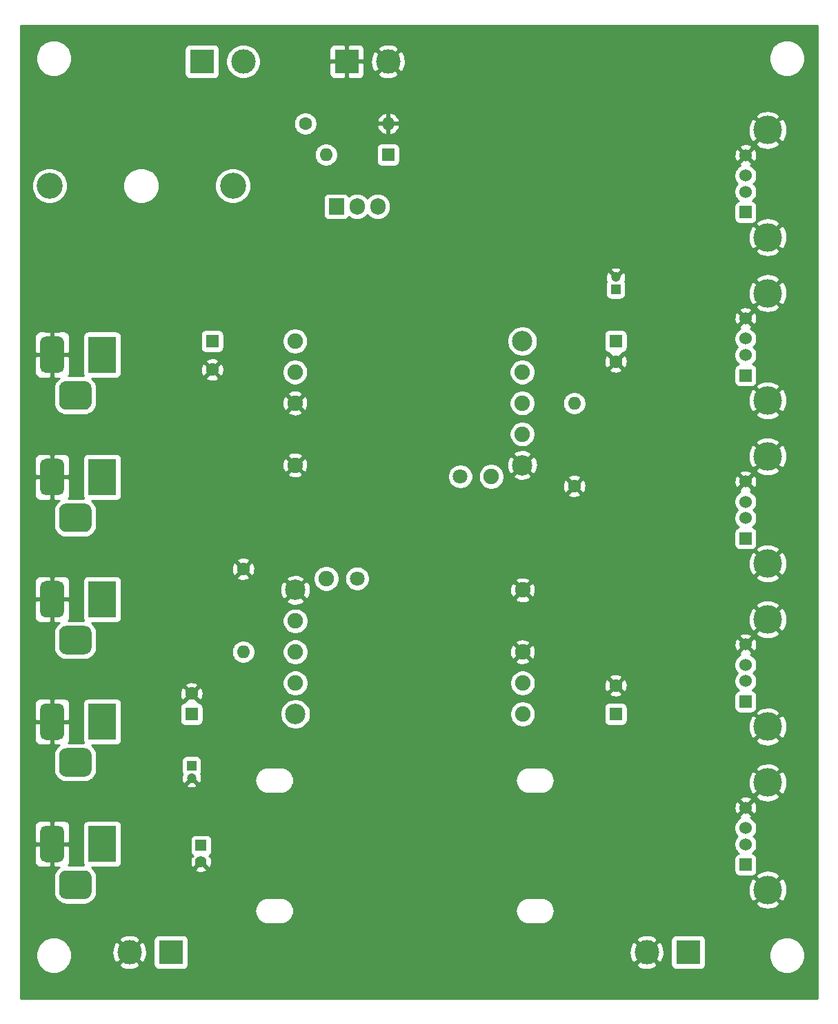
<source format=gbl>
%TF.GenerationSoftware,KiCad,Pcbnew,5.1.12-84ad8e8a86~92~ubuntu20.04.1*%
%TF.CreationDate,2021-11-20T18:36:58+00:00*%
%TF.ProjectId,single,73696e67-6c65-42e6-9b69-6361645f7063,rev?*%
%TF.SameCoordinates,Original*%
%TF.FileFunction,Copper,L2,Bot*%
%TF.FilePolarity,Positive*%
%FSLAX46Y46*%
G04 Gerber Fmt 4.6, Leading zero omitted, Abs format (unit mm)*
G04 Created by KiCad (PCBNEW 5.1.12-84ad8e8a86~92~ubuntu20.04.1) date 2021-11-20 18:36:58*
%MOMM*%
%LPD*%
G01*
G04 APERTURE LIST*
%TA.AperFunction,ComponentPad*%
%ADD10C,1.524000*%
%TD*%
%TA.AperFunction,ComponentPad*%
%ADD11R,1.524000X1.524000*%
%TD*%
%TA.AperFunction,ComponentPad*%
%ADD12C,3.500000*%
%TD*%
%TA.AperFunction,ComponentPad*%
%ADD13O,1.600000X1.600000*%
%TD*%
%TA.AperFunction,ComponentPad*%
%ADD14C,1.600000*%
%TD*%
%TA.AperFunction,ComponentPad*%
%ADD15C,1.400000*%
%TD*%
%TA.AperFunction,ComponentPad*%
%ADD16R,1.400000X1.400000*%
%TD*%
%TA.AperFunction,ComponentPad*%
%ADD17C,3.200000*%
%TD*%
%TA.AperFunction,ComponentPad*%
%ADD18C,1.900000*%
%TD*%
%TA.AperFunction,ComponentPad*%
%ADD19C,1.800000*%
%TD*%
%TA.AperFunction,ComponentPad*%
%ADD20C,2.500000*%
%TD*%
%TA.AperFunction,ComponentPad*%
%ADD21C,3.000000*%
%TD*%
%TA.AperFunction,ComponentPad*%
%ADD22R,3.000000X3.000000*%
%TD*%
%TA.AperFunction,ComponentPad*%
%ADD23R,1.600000X1.600000*%
%TD*%
%TA.AperFunction,ComponentPad*%
%ADD24R,3.500000X4.500000*%
%TD*%
%TA.AperFunction,ComponentPad*%
%ADD25C,1.200000*%
%TD*%
%TA.AperFunction,ComponentPad*%
%ADD26R,1.200000X1.200000*%
%TD*%
%TA.AperFunction,ComponentPad*%
%ADD27O,1.905000X2.000000*%
%TD*%
%TA.AperFunction,ComponentPad*%
%ADD28R,1.905000X2.000000*%
%TD*%
%TA.AperFunction,Conductor*%
%ADD29C,0.254000*%
%TD*%
%TA.AperFunction,Conductor*%
%ADD30C,0.100000*%
%TD*%
G04 APERTURE END LIST*
D10*
%TO.P,USB4,4*%
%TO.N,GND*%
X109920000Y-56890000D03*
%TO.P,USB4,3*%
%TO.N,Net-(USB4-Pad3)*%
X109920000Y-59390000D03*
%TO.P,USB4,2*%
%TO.N,Net-(USB4-Pad2)*%
X109920000Y-61390000D03*
D11*
%TO.P,USB4,1*%
%TO.N,5V*%
X109920000Y-63890000D03*
D12*
%TO.P,USB4,5*%
%TO.N,GND*%
X112630000Y-66960000D03*
X112630000Y-53820000D03*
%TD*%
D13*
%TO.P,R2,2*%
%TO.N,Net-(Convert_5V1-Pad6)*%
X88900000Y-67310000D03*
D14*
%TO.P,R2,1*%
%TO.N,GND*%
X88900000Y-77470000D03*
%TD*%
D15*
%TO.P,FAN_12V1,2*%
%TO.N,GND*%
X43070000Y-123540000D03*
D16*
%TO.P,FAN_12V1,1*%
%TO.N,12V*%
X43070000Y-121540000D03*
%TD*%
D17*
%TO.P,F1,1*%
%TO.N,Net-(F1-Pad1)*%
X46990000Y-40640000D03*
%TO.P,F1,2*%
%TO.N,Net-(F1-Pad2)*%
X24490000Y-40640000D03*
%TD*%
D18*
%TO.P,Convert_5V1,34*%
%TO.N,Net-(Convert_5V1-Pad34)*%
X54610000Y-63490000D03*
%TO.P,Convert_5V1,33*%
%TO.N,Net-(Convert_5V1-Pad33)*%
X78710000Y-76290000D03*
D19*
%TO.P,Convert_5V1,32*%
%TO.N,Net-(Convert_5V1-Pad32)*%
X74910000Y-76290000D03*
D20*
%TO.P,Convert_5V1,8*%
%TO.N,5V*%
X82510000Y-59690000D03*
D18*
%TO.P,Convert_5V1,7*%
X82510000Y-63490000D03*
%TO.P,Convert_5V1,6*%
%TO.N,Net-(Convert_5V1-Pad6)*%
X82510000Y-67290000D03*
%TO.P,Convert_5V1,5*%
%TO.N,Net-(Convert_5V1-Pad5)*%
X82510000Y-71090000D03*
D20*
%TO.P,Convert_5V1,4*%
%TO.N,GND*%
X82510000Y-74890000D03*
D18*
%TO.P,Convert_5V1,3*%
X54610000Y-74890000D03*
%TO.P,Convert_5V1,2*%
X54610000Y-67290000D03*
%TO.P,Convert_5V1,1*%
%TO.N,24V*%
X54610000Y-59690000D03*
%TD*%
D10*
%TO.P,USB5,4*%
%TO.N,GND*%
X109920000Y-36890000D03*
%TO.P,USB5,3*%
%TO.N,Net-(USB5-Pad3)*%
X109920000Y-39390000D03*
%TO.P,USB5,2*%
%TO.N,Net-(USB5-Pad2)*%
X109920000Y-41390000D03*
D11*
%TO.P,USB5,1*%
%TO.N,5V*%
X109920000Y-43890000D03*
D12*
%TO.P,USB5,5*%
%TO.N,GND*%
X112630000Y-46960000D03*
X112630000Y-33820000D03*
%TD*%
D10*
%TO.P,USB1,4*%
%TO.N,GND*%
X109920000Y-116890000D03*
%TO.P,USB1,3*%
%TO.N,Net-(USB1-Pad3)*%
X109920000Y-119390000D03*
%TO.P,USB1,2*%
%TO.N,Net-(USB1-Pad2)*%
X109920000Y-121390000D03*
D11*
%TO.P,USB1,1*%
%TO.N,5V*%
X109920000Y-123890000D03*
D12*
%TO.P,USB1,5*%
%TO.N,GND*%
X112630000Y-126960000D03*
X112630000Y-113820000D03*
%TD*%
D21*
%TO.P,OUT_5V1,2*%
%TO.N,GND*%
X97790000Y-134620000D03*
D22*
%TO.P,OUT_5V1,1*%
%TO.N,5V*%
X102870000Y-134620000D03*
%TD*%
D14*
%TO.P,C3,2*%
%TO.N,GND*%
X93980000Y-62190000D03*
D23*
%TO.P,C3,1*%
%TO.N,5V*%
X93980000Y-59690000D03*
%TD*%
D21*
%TO.P,OUT_12V1,2*%
%TO.N,GND*%
X34290000Y-134620000D03*
D22*
%TO.P,OUT_12V1,1*%
%TO.N,12V*%
X39370000Y-134620000D03*
%TD*%
D14*
%TO.P,C6,2*%
%TO.N,GND*%
X41910000Y-102910000D03*
D23*
%TO.P,C6,1*%
%TO.N,12V*%
X41910000Y-105410000D03*
%TD*%
D21*
%TO.P,IN_24V+1,2*%
%TO.N,Net-(F1-Pad2)*%
X48260000Y-25400000D03*
D22*
%TO.P,IN_24V+1,1*%
X43180000Y-25400000D03*
%TD*%
%TO.P,DC2,2*%
%TO.N,Net-(DC2-Pad2)*%
%TA.AperFunction,ComponentPad*%
G36*
G01*
X25650000Y-112225000D02*
X25650000Y-110475000D01*
G75*
G02*
X26525000Y-109600000I875000J0D01*
G01*
X28775000Y-109600000D01*
G75*
G02*
X29650000Y-110475000I0J-875000D01*
G01*
X29650000Y-112225000D01*
G75*
G02*
X28775000Y-113100000I-875000J0D01*
G01*
X26525000Y-113100000D01*
G75*
G02*
X25650000Y-112225000I0J875000D01*
G01*
G37*
%TD.AperFunction*%
%TO.P,DC2,3*%
%TO.N,GND*%
%TA.AperFunction,ComponentPad*%
G36*
G01*
X23300000Y-107850000D02*
X23300000Y-104850000D01*
G75*
G02*
X24050000Y-104100000I750000J0D01*
G01*
X25550000Y-104100000D01*
G75*
G02*
X26300000Y-104850000I0J-750000D01*
G01*
X26300000Y-107850000D01*
G75*
G02*
X25550000Y-108600000I-750000J0D01*
G01*
X24050000Y-108600000D01*
G75*
G02*
X23300000Y-107850000I0J750000D01*
G01*
G37*
%TD.AperFunction*%
D24*
%TO.P,DC2,1*%
%TO.N,12V*%
X30950000Y-106350000D03*
%TD*%
%TO.P,DC4,2*%
%TO.N,Net-(DC4-Pad2)*%
%TA.AperFunction,ComponentPad*%
G36*
G01*
X25650000Y-82225000D02*
X25650000Y-80475000D01*
G75*
G02*
X26525000Y-79600000I875000J0D01*
G01*
X28775000Y-79600000D01*
G75*
G02*
X29650000Y-80475000I0J-875000D01*
G01*
X29650000Y-82225000D01*
G75*
G02*
X28775000Y-83100000I-875000J0D01*
G01*
X26525000Y-83100000D01*
G75*
G02*
X25650000Y-82225000I0J875000D01*
G01*
G37*
%TD.AperFunction*%
%TO.P,DC4,3*%
%TO.N,GND*%
%TA.AperFunction,ComponentPad*%
G36*
G01*
X23300000Y-77850000D02*
X23300000Y-74850000D01*
G75*
G02*
X24050000Y-74100000I750000J0D01*
G01*
X25550000Y-74100000D01*
G75*
G02*
X26300000Y-74850000I0J-750000D01*
G01*
X26300000Y-77850000D01*
G75*
G02*
X25550000Y-78600000I-750000J0D01*
G01*
X24050000Y-78600000D01*
G75*
G02*
X23300000Y-77850000I0J750000D01*
G01*
G37*
%TD.AperFunction*%
%TO.P,DC4,1*%
%TO.N,12V*%
X30950000Y-76350000D03*
%TD*%
%TO.P,DC1,2*%
%TO.N,Net-(DC1-Pad2)*%
%TA.AperFunction,ComponentPad*%
G36*
G01*
X25650000Y-127225000D02*
X25650000Y-125475000D01*
G75*
G02*
X26525000Y-124600000I875000J0D01*
G01*
X28775000Y-124600000D01*
G75*
G02*
X29650000Y-125475000I0J-875000D01*
G01*
X29650000Y-127225000D01*
G75*
G02*
X28775000Y-128100000I-875000J0D01*
G01*
X26525000Y-128100000D01*
G75*
G02*
X25650000Y-127225000I0J875000D01*
G01*
G37*
%TD.AperFunction*%
%TO.P,DC1,3*%
%TO.N,GND*%
%TA.AperFunction,ComponentPad*%
G36*
G01*
X23300000Y-122850000D02*
X23300000Y-119850000D01*
G75*
G02*
X24050000Y-119100000I750000J0D01*
G01*
X25550000Y-119100000D01*
G75*
G02*
X26300000Y-119850000I0J-750000D01*
G01*
X26300000Y-122850000D01*
G75*
G02*
X25550000Y-123600000I-750000J0D01*
G01*
X24050000Y-123600000D01*
G75*
G02*
X23300000Y-122850000I0J750000D01*
G01*
G37*
%TD.AperFunction*%
%TO.P,DC1,1*%
%TO.N,12V*%
X30950000Y-121350000D03*
%TD*%
D13*
%TO.P,R3,2*%
%TO.N,Net-(Convert_12V1-Pad6)*%
X48260000Y-97790000D03*
D14*
%TO.P,R3,1*%
%TO.N,GND*%
X48260000Y-87630000D03*
%TD*%
D18*
%TO.P,Convert_12V1,34*%
%TO.N,Net-(Convert_12V1-Pad34)*%
X82550000Y-101610000D03*
%TO.P,Convert_12V1,33*%
%TO.N,Net-(Convert_12V1-Pad33)*%
X58450000Y-88810000D03*
D19*
%TO.P,Convert_12V1,32*%
%TO.N,Net-(Convert_12V1-Pad32)*%
X62250000Y-88810000D03*
D20*
%TO.P,Convert_12V1,8*%
%TO.N,12V*%
X54650000Y-105410000D03*
D18*
%TO.P,Convert_12V1,7*%
X54650000Y-101610000D03*
%TO.P,Convert_12V1,6*%
%TO.N,Net-(Convert_12V1-Pad6)*%
X54650000Y-97810000D03*
%TO.P,Convert_12V1,5*%
%TO.N,Net-(Convert_12V1-Pad5)*%
X54650000Y-94010000D03*
D20*
%TO.P,Convert_12V1,4*%
%TO.N,GND*%
X54650000Y-90210000D03*
D18*
%TO.P,Convert_12V1,3*%
X82550000Y-90210000D03*
%TO.P,Convert_12V1,2*%
X82550000Y-97810000D03*
%TO.P,Convert_12V1,1*%
%TO.N,24V*%
X82550000Y-105410000D03*
%TD*%
D25*
%TO.P,C2,2*%
%TO.N,GND*%
X93980000Y-51840000D03*
D26*
%TO.P,C2,1*%
%TO.N,5V*%
X93980000Y-53340000D03*
%TD*%
D10*
%TO.P,USB2,4*%
%TO.N,GND*%
X109920000Y-96890000D03*
%TO.P,USB2,3*%
%TO.N,Net-(USB2-Pad3)*%
X109920000Y-99390000D03*
%TO.P,USB2,2*%
%TO.N,Net-(USB2-Pad2)*%
X109920000Y-101390000D03*
D11*
%TO.P,USB2,1*%
%TO.N,5V*%
X109920000Y-103890000D03*
D12*
%TO.P,USB2,5*%
%TO.N,GND*%
X112630000Y-106960000D03*
X112630000Y-93820000D03*
%TD*%
D10*
%TO.P,USB3,4*%
%TO.N,GND*%
X109920000Y-76890000D03*
%TO.P,USB3,3*%
%TO.N,Net-(USB3-Pad3)*%
X109920000Y-79390000D03*
%TO.P,USB3,2*%
%TO.N,Net-(USB3-Pad2)*%
X109920000Y-81390000D03*
D11*
%TO.P,USB3,1*%
%TO.N,5V*%
X109920000Y-83890000D03*
D12*
%TO.P,USB3,5*%
%TO.N,GND*%
X112630000Y-86960000D03*
X112630000Y-73820000D03*
%TD*%
D14*
%TO.P,C4,2*%
%TO.N,GND*%
X93980000Y-101910000D03*
D23*
%TO.P,C4,1*%
%TO.N,24V*%
X93980000Y-105410000D03*
%TD*%
D21*
%TO.P,IN_24V-1,2*%
%TO.N,GND*%
X66040000Y-25400000D03*
D22*
%TO.P,IN_24V-1,1*%
X60960000Y-25400000D03*
%TD*%
%TO.P,DC5,2*%
%TO.N,Net-(DC5-Pad2)*%
%TA.AperFunction,ComponentPad*%
G36*
G01*
X25650000Y-67225000D02*
X25650000Y-65475000D01*
G75*
G02*
X26525000Y-64600000I875000J0D01*
G01*
X28775000Y-64600000D01*
G75*
G02*
X29650000Y-65475000I0J-875000D01*
G01*
X29650000Y-67225000D01*
G75*
G02*
X28775000Y-68100000I-875000J0D01*
G01*
X26525000Y-68100000D01*
G75*
G02*
X25650000Y-67225000I0J875000D01*
G01*
G37*
%TD.AperFunction*%
%TO.P,DC5,3*%
%TO.N,GND*%
%TA.AperFunction,ComponentPad*%
G36*
G01*
X23300000Y-62850000D02*
X23300000Y-59850000D01*
G75*
G02*
X24050000Y-59100000I750000J0D01*
G01*
X25550000Y-59100000D01*
G75*
G02*
X26300000Y-59850000I0J-750000D01*
G01*
X26300000Y-62850000D01*
G75*
G02*
X25550000Y-63600000I-750000J0D01*
G01*
X24050000Y-63600000D01*
G75*
G02*
X23300000Y-62850000I0J750000D01*
G01*
G37*
%TD.AperFunction*%
D24*
%TO.P,DC5,1*%
%TO.N,12V*%
X30950000Y-61350000D03*
%TD*%
D25*
%TO.P,C5,2*%
%TO.N,GND*%
X41910000Y-113260000D03*
D26*
%TO.P,C5,1*%
%TO.N,12V*%
X41910000Y-111760000D03*
%TD*%
D14*
%TO.P,C1,2*%
%TO.N,GND*%
X44450000Y-63190000D03*
D23*
%TO.P,C1,1*%
%TO.N,24V*%
X44450000Y-59690000D03*
%TD*%
%TO.P,DC3,2*%
%TO.N,Net-(DC3-Pad2)*%
%TA.AperFunction,ComponentPad*%
G36*
G01*
X25650000Y-97225000D02*
X25650000Y-95475000D01*
G75*
G02*
X26525000Y-94600000I875000J0D01*
G01*
X28775000Y-94600000D01*
G75*
G02*
X29650000Y-95475000I0J-875000D01*
G01*
X29650000Y-97225000D01*
G75*
G02*
X28775000Y-98100000I-875000J0D01*
G01*
X26525000Y-98100000D01*
G75*
G02*
X25650000Y-97225000I0J875000D01*
G01*
G37*
%TD.AperFunction*%
%TO.P,DC3,3*%
%TO.N,GND*%
%TA.AperFunction,ComponentPad*%
G36*
G01*
X23300000Y-92850000D02*
X23300000Y-89850000D01*
G75*
G02*
X24050000Y-89100000I750000J0D01*
G01*
X25550000Y-89100000D01*
G75*
G02*
X26300000Y-89850000I0J-750000D01*
G01*
X26300000Y-92850000D01*
G75*
G02*
X25550000Y-93600000I-750000J0D01*
G01*
X24050000Y-93600000D01*
G75*
G02*
X23300000Y-92850000I0J750000D01*
G01*
G37*
%TD.AperFunction*%
D24*
%TO.P,DC3,1*%
%TO.N,12V*%
X30950000Y-91350000D03*
%TD*%
D13*
%TO.P,R1,2*%
%TO.N,GND*%
X66040000Y-33020000D03*
D14*
%TO.P,R1,1*%
%TO.N,Net-(D1-Pad2)*%
X55880000Y-33020000D03*
%TD*%
D27*
%TO.P,Q1,3*%
%TO.N,24V*%
X64770000Y-43180000D03*
%TO.P,Q1,2*%
%TO.N,Net-(F1-Pad1)*%
X62230000Y-43180000D03*
D28*
%TO.P,Q1,1*%
%TO.N,Net-(D1-Pad2)*%
X59690000Y-43180000D03*
%TD*%
D13*
%TO.P,D1,2*%
%TO.N,Net-(D1-Pad2)*%
X58420000Y-36830000D03*
D23*
%TO.P,D1,1*%
%TO.N,24V*%
X66040000Y-36830000D03*
%TD*%
D29*
%TO.N,GND*%
X118720000Y-140310000D02*
X20980000Y-140310000D01*
X20980000Y-134779872D01*
X22765000Y-134779872D01*
X22765000Y-135220128D01*
X22850890Y-135651925D01*
X23019369Y-136058669D01*
X23263962Y-136424729D01*
X23575271Y-136736038D01*
X23941331Y-136980631D01*
X24348075Y-137149110D01*
X24779872Y-137235000D01*
X25220128Y-137235000D01*
X25651925Y-137149110D01*
X26058669Y-136980631D01*
X26424729Y-136736038D01*
X26736038Y-136424729D01*
X26945228Y-136111653D01*
X32977952Y-136111653D01*
X33133962Y-136427214D01*
X33508745Y-136618020D01*
X33913551Y-136732044D01*
X34332824Y-136764902D01*
X34750451Y-136715334D01*
X35150383Y-136585243D01*
X35446038Y-136427214D01*
X35602048Y-136111653D01*
X34290000Y-134799605D01*
X32977952Y-136111653D01*
X26945228Y-136111653D01*
X26980631Y-136058669D01*
X27149110Y-135651925D01*
X27235000Y-135220128D01*
X27235000Y-134779872D01*
X27211718Y-134662824D01*
X32145098Y-134662824D01*
X32194666Y-135080451D01*
X32324757Y-135480383D01*
X32482786Y-135776038D01*
X32798347Y-135932048D01*
X34110395Y-134620000D01*
X34469605Y-134620000D01*
X35781653Y-135932048D01*
X36097214Y-135776038D01*
X36288020Y-135401255D01*
X36402044Y-134996449D01*
X36434902Y-134577176D01*
X36385334Y-134159549D01*
X36255243Y-133759617D01*
X36097214Y-133463962D01*
X35781653Y-133307952D01*
X34469605Y-134620000D01*
X34110395Y-134620000D01*
X32798347Y-133307952D01*
X32482786Y-133463962D01*
X32291980Y-133838745D01*
X32177956Y-134243551D01*
X32145098Y-134662824D01*
X27211718Y-134662824D01*
X27149110Y-134348075D01*
X26980631Y-133941331D01*
X26736038Y-133575271D01*
X26424729Y-133263962D01*
X26221767Y-133128347D01*
X32977952Y-133128347D01*
X34290000Y-134440395D01*
X35602048Y-133128347D01*
X35597922Y-133120000D01*
X37231928Y-133120000D01*
X37231928Y-136120000D01*
X37244188Y-136244482D01*
X37280498Y-136364180D01*
X37339463Y-136474494D01*
X37418815Y-136571185D01*
X37515506Y-136650537D01*
X37625820Y-136709502D01*
X37745518Y-136745812D01*
X37870000Y-136758072D01*
X40870000Y-136758072D01*
X40994482Y-136745812D01*
X41114180Y-136709502D01*
X41224494Y-136650537D01*
X41321185Y-136571185D01*
X41400537Y-136474494D01*
X41459502Y-136364180D01*
X41495812Y-136244482D01*
X41508072Y-136120000D01*
X41508072Y-136111653D01*
X96477952Y-136111653D01*
X96633962Y-136427214D01*
X97008745Y-136618020D01*
X97413551Y-136732044D01*
X97832824Y-136764902D01*
X98250451Y-136715334D01*
X98650383Y-136585243D01*
X98946038Y-136427214D01*
X99102048Y-136111653D01*
X97790000Y-134799605D01*
X96477952Y-136111653D01*
X41508072Y-136111653D01*
X41508072Y-134662824D01*
X95645098Y-134662824D01*
X95694666Y-135080451D01*
X95824757Y-135480383D01*
X95982786Y-135776038D01*
X96298347Y-135932048D01*
X97610395Y-134620000D01*
X97969605Y-134620000D01*
X99281653Y-135932048D01*
X99597214Y-135776038D01*
X99788020Y-135401255D01*
X99902044Y-134996449D01*
X99934902Y-134577176D01*
X99885334Y-134159549D01*
X99755243Y-133759617D01*
X99597214Y-133463962D01*
X99281653Y-133307952D01*
X97969605Y-134620000D01*
X97610395Y-134620000D01*
X96298347Y-133307952D01*
X95982786Y-133463962D01*
X95791980Y-133838745D01*
X95677956Y-134243551D01*
X95645098Y-134662824D01*
X41508072Y-134662824D01*
X41508072Y-133128347D01*
X96477952Y-133128347D01*
X97790000Y-134440395D01*
X99102048Y-133128347D01*
X99097922Y-133120000D01*
X100731928Y-133120000D01*
X100731928Y-136120000D01*
X100744188Y-136244482D01*
X100780498Y-136364180D01*
X100839463Y-136474494D01*
X100918815Y-136571185D01*
X101015506Y-136650537D01*
X101125820Y-136709502D01*
X101245518Y-136745812D01*
X101370000Y-136758072D01*
X104370000Y-136758072D01*
X104494482Y-136745812D01*
X104614180Y-136709502D01*
X104724494Y-136650537D01*
X104821185Y-136571185D01*
X104900537Y-136474494D01*
X104959502Y-136364180D01*
X104995812Y-136244482D01*
X105008072Y-136120000D01*
X105008072Y-134779872D01*
X112765000Y-134779872D01*
X112765000Y-135220128D01*
X112850890Y-135651925D01*
X113019369Y-136058669D01*
X113263962Y-136424729D01*
X113575271Y-136736038D01*
X113941331Y-136980631D01*
X114348075Y-137149110D01*
X114779872Y-137235000D01*
X115220128Y-137235000D01*
X115651925Y-137149110D01*
X116058669Y-136980631D01*
X116424729Y-136736038D01*
X116736038Y-136424729D01*
X116980631Y-136058669D01*
X117149110Y-135651925D01*
X117235000Y-135220128D01*
X117235000Y-134779872D01*
X117149110Y-134348075D01*
X116980631Y-133941331D01*
X116736038Y-133575271D01*
X116424729Y-133263962D01*
X116058669Y-133019369D01*
X115651925Y-132850890D01*
X115220128Y-132765000D01*
X114779872Y-132765000D01*
X114348075Y-132850890D01*
X113941331Y-133019369D01*
X113575271Y-133263962D01*
X113263962Y-133575271D01*
X113019369Y-133941331D01*
X112850890Y-134348075D01*
X112765000Y-134779872D01*
X105008072Y-134779872D01*
X105008072Y-133120000D01*
X104995812Y-132995518D01*
X104959502Y-132875820D01*
X104900537Y-132765506D01*
X104821185Y-132668815D01*
X104724494Y-132589463D01*
X104614180Y-132530498D01*
X104494482Y-132494188D01*
X104370000Y-132481928D01*
X101370000Y-132481928D01*
X101245518Y-132494188D01*
X101125820Y-132530498D01*
X101015506Y-132589463D01*
X100918815Y-132668815D01*
X100839463Y-132765506D01*
X100780498Y-132875820D01*
X100744188Y-132995518D01*
X100731928Y-133120000D01*
X99097922Y-133120000D01*
X98946038Y-132812786D01*
X98571255Y-132621980D01*
X98166449Y-132507956D01*
X97747176Y-132475098D01*
X97329549Y-132524666D01*
X96929617Y-132654757D01*
X96633962Y-132812786D01*
X96477952Y-133128347D01*
X41508072Y-133128347D01*
X41508072Y-133120000D01*
X41495812Y-132995518D01*
X41459502Y-132875820D01*
X41400537Y-132765506D01*
X41321185Y-132668815D01*
X41224494Y-132589463D01*
X41114180Y-132530498D01*
X40994482Y-132494188D01*
X40870000Y-132481928D01*
X37870000Y-132481928D01*
X37745518Y-132494188D01*
X37625820Y-132530498D01*
X37515506Y-132589463D01*
X37418815Y-132668815D01*
X37339463Y-132765506D01*
X37280498Y-132875820D01*
X37244188Y-132995518D01*
X37231928Y-133120000D01*
X35597922Y-133120000D01*
X35446038Y-132812786D01*
X35071255Y-132621980D01*
X34666449Y-132507956D01*
X34247176Y-132475098D01*
X33829549Y-132524666D01*
X33429617Y-132654757D01*
X33133962Y-132812786D01*
X32977952Y-133128347D01*
X26221767Y-133128347D01*
X26058669Y-133019369D01*
X25651925Y-132850890D01*
X25220128Y-132765000D01*
X24779872Y-132765000D01*
X24348075Y-132850890D01*
X23941331Y-133019369D01*
X23575271Y-133263962D01*
X23263962Y-133575271D01*
X23019369Y-133941331D01*
X22850890Y-134348075D01*
X22765000Y-134779872D01*
X20980000Y-134779872D01*
X20980000Y-129540000D01*
X49677089Y-129540000D01*
X49708657Y-129860516D01*
X49802148Y-130168715D01*
X49953969Y-130452752D01*
X50158286Y-130701714D01*
X50407248Y-130906031D01*
X50691285Y-131057852D01*
X50999484Y-131151343D01*
X51239678Y-131175000D01*
X52900322Y-131175000D01*
X53140516Y-131151343D01*
X53448715Y-131057852D01*
X53732752Y-130906031D01*
X53981714Y-130701714D01*
X54186031Y-130452752D01*
X54337852Y-130168715D01*
X54431343Y-129860516D01*
X54462911Y-129540000D01*
X81677089Y-129540000D01*
X81708657Y-129860516D01*
X81802148Y-130168715D01*
X81953969Y-130452752D01*
X82158286Y-130701714D01*
X82407248Y-130906031D01*
X82691285Y-131057852D01*
X82999484Y-131151343D01*
X83239678Y-131175000D01*
X84900322Y-131175000D01*
X85140516Y-131151343D01*
X85448715Y-131057852D01*
X85732752Y-130906031D01*
X85981714Y-130701714D01*
X86186031Y-130452752D01*
X86337852Y-130168715D01*
X86431343Y-129860516D01*
X86462911Y-129540000D01*
X86431343Y-129219484D01*
X86337852Y-128911285D01*
X86187293Y-128629609D01*
X111139997Y-128629609D01*
X111326073Y-128970766D01*
X111743409Y-129186513D01*
X112194815Y-129316696D01*
X112662946Y-129356313D01*
X113129811Y-129303842D01*
X113577468Y-129161297D01*
X113933927Y-128970766D01*
X114120003Y-128629609D01*
X112630000Y-127139605D01*
X111139997Y-128629609D01*
X86187293Y-128629609D01*
X86186031Y-128627248D01*
X85981714Y-128378286D01*
X85732752Y-128173969D01*
X85448715Y-128022148D01*
X85140516Y-127928657D01*
X84900322Y-127905000D01*
X83239678Y-127905000D01*
X82999484Y-127928657D01*
X82691285Y-128022148D01*
X82407248Y-128173969D01*
X82158286Y-128378286D01*
X81953969Y-128627248D01*
X81802148Y-128911285D01*
X81708657Y-129219484D01*
X81677089Y-129540000D01*
X54462911Y-129540000D01*
X54431343Y-129219484D01*
X54337852Y-128911285D01*
X54186031Y-128627248D01*
X53981714Y-128378286D01*
X53732752Y-128173969D01*
X53448715Y-128022148D01*
X53140516Y-127928657D01*
X52900322Y-127905000D01*
X51239678Y-127905000D01*
X50999484Y-127928657D01*
X50691285Y-128022148D01*
X50407248Y-128173969D01*
X50158286Y-128378286D01*
X49953969Y-128627248D01*
X49802148Y-128911285D01*
X49708657Y-129219484D01*
X49677089Y-129540000D01*
X20980000Y-129540000D01*
X20980000Y-123600000D01*
X22661928Y-123600000D01*
X22674188Y-123724482D01*
X22710498Y-123844180D01*
X22769463Y-123954494D01*
X22848815Y-124051185D01*
X22945506Y-124130537D01*
X23055820Y-124189502D01*
X23175518Y-124225812D01*
X23300000Y-124238072D01*
X24514250Y-124235000D01*
X24673000Y-124076250D01*
X24673000Y-121477000D01*
X24927000Y-121477000D01*
X24927000Y-124076250D01*
X25085750Y-124235000D01*
X25660588Y-124236454D01*
X25455097Y-124405097D01*
X25266927Y-124634382D01*
X25127104Y-124895972D01*
X25041001Y-125179814D01*
X25011928Y-125475000D01*
X25011928Y-127225000D01*
X25041001Y-127520186D01*
X25127104Y-127804028D01*
X25266927Y-128065618D01*
X25455097Y-128294903D01*
X25684382Y-128483073D01*
X25945972Y-128622896D01*
X26229814Y-128708999D01*
X26525000Y-128738072D01*
X28775000Y-128738072D01*
X29070186Y-128708999D01*
X29354028Y-128622896D01*
X29615618Y-128483073D01*
X29844903Y-128294903D01*
X30033073Y-128065618D01*
X30172896Y-127804028D01*
X30258999Y-127520186D01*
X30288072Y-127225000D01*
X30288072Y-126992946D01*
X110233687Y-126992946D01*
X110286158Y-127459811D01*
X110428703Y-127907468D01*
X110619234Y-128263927D01*
X110960391Y-128450003D01*
X112450395Y-126960000D01*
X112809605Y-126960000D01*
X114299609Y-128450003D01*
X114640766Y-128263927D01*
X114856513Y-127846591D01*
X114986696Y-127395185D01*
X115026313Y-126927054D01*
X114973842Y-126460189D01*
X114831297Y-126012532D01*
X114640766Y-125656073D01*
X114299609Y-125469997D01*
X112809605Y-126960000D01*
X112450395Y-126960000D01*
X110960391Y-125469997D01*
X110619234Y-125656073D01*
X110403487Y-126073409D01*
X110273304Y-126524815D01*
X110233687Y-126992946D01*
X30288072Y-126992946D01*
X30288072Y-125475000D01*
X30269890Y-125290391D01*
X111139997Y-125290391D01*
X112630000Y-126780395D01*
X114120003Y-125290391D01*
X113933927Y-124949234D01*
X113516591Y-124733487D01*
X113065185Y-124603304D01*
X112597054Y-124563687D01*
X112130189Y-124616158D01*
X111682532Y-124758703D01*
X111326073Y-124949234D01*
X111139997Y-125290391D01*
X30269890Y-125290391D01*
X30258999Y-125179814D01*
X30172896Y-124895972D01*
X30033073Y-124634382D01*
X29891003Y-124461269D01*
X42328336Y-124461269D01*
X42387797Y-124695037D01*
X42626242Y-124805934D01*
X42881740Y-124868183D01*
X43144473Y-124879390D01*
X43404344Y-124839125D01*
X43651366Y-124748935D01*
X43752203Y-124695037D01*
X43811664Y-124461269D01*
X43070000Y-123719605D01*
X42328336Y-124461269D01*
X29891003Y-124461269D01*
X29844903Y-124405097D01*
X29641383Y-124238072D01*
X32700000Y-124238072D01*
X32824482Y-124225812D01*
X32944180Y-124189502D01*
X33054494Y-124130537D01*
X33151185Y-124051185D01*
X33230537Y-123954494D01*
X33289502Y-123844180D01*
X33325812Y-123724482D01*
X33336646Y-123614473D01*
X41730610Y-123614473D01*
X41770875Y-123874344D01*
X41861065Y-124121366D01*
X41914963Y-124222203D01*
X42148731Y-124281664D01*
X42890395Y-123540000D01*
X42876253Y-123525858D01*
X43055858Y-123346253D01*
X43070000Y-123360395D01*
X43084143Y-123346253D01*
X43263748Y-123525858D01*
X43249605Y-123540000D01*
X43991269Y-124281664D01*
X44225037Y-124222203D01*
X44335934Y-123983758D01*
X44398183Y-123728260D01*
X44409390Y-123465527D01*
X44369125Y-123205656D01*
X44340773Y-123128000D01*
X108519928Y-123128000D01*
X108519928Y-124652000D01*
X108532188Y-124776482D01*
X108568498Y-124896180D01*
X108627463Y-125006494D01*
X108706815Y-125103185D01*
X108803506Y-125182537D01*
X108913820Y-125241502D01*
X109033518Y-125277812D01*
X109158000Y-125290072D01*
X110682000Y-125290072D01*
X110806482Y-125277812D01*
X110926180Y-125241502D01*
X111036494Y-125182537D01*
X111133185Y-125103185D01*
X111212537Y-125006494D01*
X111271502Y-124896180D01*
X111307812Y-124776482D01*
X111320072Y-124652000D01*
X111320072Y-123128000D01*
X111307812Y-123003518D01*
X111271502Y-122883820D01*
X111212537Y-122773506D01*
X111133185Y-122676815D01*
X111036494Y-122597463D01*
X110926180Y-122538498D01*
X110806482Y-122502188D01*
X110774708Y-122499059D01*
X110810535Y-122475120D01*
X111005120Y-122280535D01*
X111158005Y-122051727D01*
X111263314Y-121797490D01*
X111317000Y-121527592D01*
X111317000Y-121252408D01*
X111263314Y-120982510D01*
X111158005Y-120728273D01*
X111005120Y-120499465D01*
X110895655Y-120390000D01*
X111005120Y-120280535D01*
X111158005Y-120051727D01*
X111263314Y-119797490D01*
X111317000Y-119527592D01*
X111317000Y-119252408D01*
X111263314Y-118982510D01*
X111158005Y-118728273D01*
X111005120Y-118499465D01*
X110810535Y-118304880D01*
X110581727Y-118151995D01*
X110554599Y-118140758D01*
X110638980Y-118095656D01*
X110705960Y-117855565D01*
X109920000Y-117069605D01*
X109134040Y-117855565D01*
X109201020Y-118095656D01*
X109291533Y-118138218D01*
X109258273Y-118151995D01*
X109029465Y-118304880D01*
X108834880Y-118499465D01*
X108681995Y-118728273D01*
X108576686Y-118982510D01*
X108523000Y-119252408D01*
X108523000Y-119527592D01*
X108576686Y-119797490D01*
X108681995Y-120051727D01*
X108834880Y-120280535D01*
X108944345Y-120390000D01*
X108834880Y-120499465D01*
X108681995Y-120728273D01*
X108576686Y-120982510D01*
X108523000Y-121252408D01*
X108523000Y-121527592D01*
X108576686Y-121797490D01*
X108681995Y-122051727D01*
X108834880Y-122280535D01*
X109029465Y-122475120D01*
X109065292Y-122499059D01*
X109033518Y-122502188D01*
X108913820Y-122538498D01*
X108803506Y-122597463D01*
X108706815Y-122676815D01*
X108627463Y-122773506D01*
X108568498Y-122883820D01*
X108532188Y-123003518D01*
X108519928Y-123128000D01*
X44340773Y-123128000D01*
X44278935Y-122958634D01*
X44225037Y-122857797D01*
X44046299Y-122812334D01*
X44124494Y-122770537D01*
X44221185Y-122691185D01*
X44300537Y-122594494D01*
X44359502Y-122484180D01*
X44395812Y-122364482D01*
X44408072Y-122240000D01*
X44408072Y-120840000D01*
X44395812Y-120715518D01*
X44359502Y-120595820D01*
X44300537Y-120485506D01*
X44221185Y-120388815D01*
X44124494Y-120309463D01*
X44014180Y-120250498D01*
X43894482Y-120214188D01*
X43770000Y-120201928D01*
X42370000Y-120201928D01*
X42245518Y-120214188D01*
X42125820Y-120250498D01*
X42015506Y-120309463D01*
X41918815Y-120388815D01*
X41839463Y-120485506D01*
X41780498Y-120595820D01*
X41744188Y-120715518D01*
X41731928Y-120840000D01*
X41731928Y-122240000D01*
X41744188Y-122364482D01*
X41780498Y-122484180D01*
X41839463Y-122594494D01*
X41918815Y-122691185D01*
X42015506Y-122770537D01*
X42093701Y-122812334D01*
X41914963Y-122857797D01*
X41804066Y-123096242D01*
X41741817Y-123351740D01*
X41730610Y-123614473D01*
X33336646Y-123614473D01*
X33338072Y-123600000D01*
X33338072Y-119100000D01*
X33325812Y-118975518D01*
X33289502Y-118855820D01*
X33230537Y-118745506D01*
X33151185Y-118648815D01*
X33054494Y-118569463D01*
X32944180Y-118510498D01*
X32824482Y-118474188D01*
X32700000Y-118461928D01*
X29200000Y-118461928D01*
X29075518Y-118474188D01*
X28955820Y-118510498D01*
X28845506Y-118569463D01*
X28748815Y-118648815D01*
X28669463Y-118745506D01*
X28610498Y-118855820D01*
X28574188Y-118975518D01*
X28561928Y-119100000D01*
X28561928Y-123600000D01*
X28574188Y-123724482D01*
X28610498Y-123844180D01*
X28669463Y-123954494D01*
X28675564Y-123961928D01*
X26824436Y-123961928D01*
X26830537Y-123954494D01*
X26889502Y-123844180D01*
X26925812Y-123724482D01*
X26938072Y-123600000D01*
X26935000Y-121635750D01*
X26776250Y-121477000D01*
X24927000Y-121477000D01*
X24673000Y-121477000D01*
X22823750Y-121477000D01*
X22665000Y-121635750D01*
X22661928Y-123600000D01*
X20980000Y-123600000D01*
X20980000Y-119100000D01*
X22661928Y-119100000D01*
X22665000Y-121064250D01*
X22823750Y-121223000D01*
X24673000Y-121223000D01*
X24673000Y-118623750D01*
X24927000Y-118623750D01*
X24927000Y-121223000D01*
X26776250Y-121223000D01*
X26935000Y-121064250D01*
X26938072Y-119100000D01*
X26925812Y-118975518D01*
X26889502Y-118855820D01*
X26830537Y-118745506D01*
X26751185Y-118648815D01*
X26654494Y-118569463D01*
X26544180Y-118510498D01*
X26424482Y-118474188D01*
X26300000Y-118461928D01*
X25085750Y-118465000D01*
X24927000Y-118623750D01*
X24673000Y-118623750D01*
X24514250Y-118465000D01*
X23300000Y-118461928D01*
X23175518Y-118474188D01*
X23055820Y-118510498D01*
X22945506Y-118569463D01*
X22848815Y-118648815D01*
X22769463Y-118745506D01*
X22710498Y-118855820D01*
X22674188Y-118975518D01*
X22661928Y-119100000D01*
X20980000Y-119100000D01*
X20980000Y-116962017D01*
X108518090Y-116962017D01*
X108559078Y-117234133D01*
X108652364Y-117493023D01*
X108714344Y-117608980D01*
X108954435Y-117675960D01*
X109740395Y-116890000D01*
X110099605Y-116890000D01*
X110885565Y-117675960D01*
X111125656Y-117608980D01*
X111242756Y-117359952D01*
X111309023Y-117092865D01*
X111321910Y-116817983D01*
X111280922Y-116545867D01*
X111187636Y-116286977D01*
X111125656Y-116171020D01*
X110885565Y-116104040D01*
X110099605Y-116890000D01*
X109740395Y-116890000D01*
X108954435Y-116104040D01*
X108714344Y-116171020D01*
X108597244Y-116420048D01*
X108530977Y-116687135D01*
X108518090Y-116962017D01*
X20980000Y-116962017D01*
X20980000Y-115924435D01*
X109134040Y-115924435D01*
X109920000Y-116710395D01*
X110705960Y-115924435D01*
X110638980Y-115684344D01*
X110389952Y-115567244D01*
X110122865Y-115500977D01*
X109880384Y-115489609D01*
X111139997Y-115489609D01*
X111326073Y-115830766D01*
X111743409Y-116046513D01*
X112194815Y-116176696D01*
X112662946Y-116216313D01*
X113129811Y-116163842D01*
X113577468Y-116021297D01*
X113933927Y-115830766D01*
X114120003Y-115489609D01*
X112630000Y-113999605D01*
X111139997Y-115489609D01*
X109880384Y-115489609D01*
X109847983Y-115488090D01*
X109575867Y-115529078D01*
X109316977Y-115622364D01*
X109201020Y-115684344D01*
X109134040Y-115924435D01*
X20980000Y-115924435D01*
X20980000Y-114109764D01*
X41239841Y-114109764D01*
X41287148Y-114333348D01*
X41508516Y-114434237D01*
X41745313Y-114490000D01*
X41988438Y-114498495D01*
X42228549Y-114459395D01*
X42456418Y-114374202D01*
X42532852Y-114333348D01*
X42580159Y-114109764D01*
X41910000Y-113439605D01*
X41239841Y-114109764D01*
X20980000Y-114109764D01*
X20980000Y-108600000D01*
X22661928Y-108600000D01*
X22674188Y-108724482D01*
X22710498Y-108844180D01*
X22769463Y-108954494D01*
X22848815Y-109051185D01*
X22945506Y-109130537D01*
X23055820Y-109189502D01*
X23175518Y-109225812D01*
X23300000Y-109238072D01*
X24514250Y-109235000D01*
X24673000Y-109076250D01*
X24673000Y-106477000D01*
X24927000Y-106477000D01*
X24927000Y-109076250D01*
X25085750Y-109235000D01*
X25660588Y-109236454D01*
X25455097Y-109405097D01*
X25266927Y-109634382D01*
X25127104Y-109895972D01*
X25041001Y-110179814D01*
X25011928Y-110475000D01*
X25011928Y-112225000D01*
X25041001Y-112520186D01*
X25127104Y-112804028D01*
X25266927Y-113065618D01*
X25455097Y-113294903D01*
X25684382Y-113483073D01*
X25945972Y-113622896D01*
X26229814Y-113708999D01*
X26525000Y-113738072D01*
X28775000Y-113738072D01*
X29070186Y-113708999D01*
X29354028Y-113622896D01*
X29615618Y-113483073D01*
X29791855Y-113338438D01*
X40671505Y-113338438D01*
X40710605Y-113578549D01*
X40795798Y-113806418D01*
X40836652Y-113882852D01*
X41060236Y-113930159D01*
X41730395Y-113260000D01*
X41716253Y-113245858D01*
X41895858Y-113066253D01*
X41910000Y-113080395D01*
X41924143Y-113066253D01*
X42103748Y-113245858D01*
X42089605Y-113260000D01*
X42759764Y-113930159D01*
X42983348Y-113882852D01*
X43084237Y-113661484D01*
X43112845Y-113540000D01*
X49677089Y-113540000D01*
X49708657Y-113860516D01*
X49802148Y-114168715D01*
X49953969Y-114452752D01*
X50158286Y-114701714D01*
X50407248Y-114906031D01*
X50691285Y-115057852D01*
X50999484Y-115151343D01*
X51239678Y-115175000D01*
X52900322Y-115175000D01*
X53140516Y-115151343D01*
X53448715Y-115057852D01*
X53732752Y-114906031D01*
X53981714Y-114701714D01*
X54186031Y-114452752D01*
X54337852Y-114168715D01*
X54431343Y-113860516D01*
X54462911Y-113540000D01*
X81677089Y-113540000D01*
X81708657Y-113860516D01*
X81802148Y-114168715D01*
X81953969Y-114452752D01*
X82158286Y-114701714D01*
X82407248Y-114906031D01*
X82691285Y-115057852D01*
X82999484Y-115151343D01*
X83239678Y-115175000D01*
X84900322Y-115175000D01*
X85140516Y-115151343D01*
X85448715Y-115057852D01*
X85732752Y-114906031D01*
X85981714Y-114701714D01*
X86186031Y-114452752D01*
X86337852Y-114168715D01*
X86431343Y-113860516D01*
X86432088Y-113852946D01*
X110233687Y-113852946D01*
X110286158Y-114319811D01*
X110428703Y-114767468D01*
X110619234Y-115123927D01*
X110960391Y-115310003D01*
X112450395Y-113820000D01*
X112809605Y-113820000D01*
X114299609Y-115310003D01*
X114640766Y-115123927D01*
X114856513Y-114706591D01*
X114986696Y-114255185D01*
X115026313Y-113787054D01*
X114973842Y-113320189D01*
X114831297Y-112872532D01*
X114640766Y-112516073D01*
X114299609Y-112329997D01*
X112809605Y-113820000D01*
X112450395Y-113820000D01*
X110960391Y-112329997D01*
X110619234Y-112516073D01*
X110403487Y-112933409D01*
X110273304Y-113384815D01*
X110233687Y-113852946D01*
X86432088Y-113852946D01*
X86462911Y-113540000D01*
X86431343Y-113219484D01*
X86337852Y-112911285D01*
X86186031Y-112627248D01*
X85981714Y-112378286D01*
X85732752Y-112173969D01*
X85688641Y-112150391D01*
X111139997Y-112150391D01*
X112630000Y-113640395D01*
X114120003Y-112150391D01*
X113933927Y-111809234D01*
X113516591Y-111593487D01*
X113065185Y-111463304D01*
X112597054Y-111423687D01*
X112130189Y-111476158D01*
X111682532Y-111618703D01*
X111326073Y-111809234D01*
X111139997Y-112150391D01*
X85688641Y-112150391D01*
X85448715Y-112022148D01*
X85140516Y-111928657D01*
X84900322Y-111905000D01*
X83239678Y-111905000D01*
X82999484Y-111928657D01*
X82691285Y-112022148D01*
X82407248Y-112173969D01*
X82158286Y-112378286D01*
X81953969Y-112627248D01*
X81802148Y-112911285D01*
X81708657Y-113219484D01*
X81677089Y-113540000D01*
X54462911Y-113540000D01*
X54431343Y-113219484D01*
X54337852Y-112911285D01*
X54186031Y-112627248D01*
X53981714Y-112378286D01*
X53732752Y-112173969D01*
X53448715Y-112022148D01*
X53140516Y-111928657D01*
X52900322Y-111905000D01*
X51239678Y-111905000D01*
X50999484Y-111928657D01*
X50691285Y-112022148D01*
X50407248Y-112173969D01*
X50158286Y-112378286D01*
X49953969Y-112627248D01*
X49802148Y-112911285D01*
X49708657Y-113219484D01*
X49677089Y-113540000D01*
X43112845Y-113540000D01*
X43140000Y-113424687D01*
X43148495Y-113181562D01*
X43109395Y-112941451D01*
X43029549Y-112727883D01*
X43040537Y-112714494D01*
X43099502Y-112604180D01*
X43135812Y-112484482D01*
X43148072Y-112360000D01*
X43148072Y-111160000D01*
X43135812Y-111035518D01*
X43099502Y-110915820D01*
X43040537Y-110805506D01*
X42961185Y-110708815D01*
X42864494Y-110629463D01*
X42754180Y-110570498D01*
X42634482Y-110534188D01*
X42510000Y-110521928D01*
X41310000Y-110521928D01*
X41185518Y-110534188D01*
X41065820Y-110570498D01*
X40955506Y-110629463D01*
X40858815Y-110708815D01*
X40779463Y-110805506D01*
X40720498Y-110915820D01*
X40684188Y-111035518D01*
X40671928Y-111160000D01*
X40671928Y-112360000D01*
X40684188Y-112484482D01*
X40720498Y-112604180D01*
X40779463Y-112714494D01*
X40793568Y-112731681D01*
X40735763Y-112858516D01*
X40680000Y-113095313D01*
X40671505Y-113338438D01*
X29791855Y-113338438D01*
X29844903Y-113294903D01*
X30033073Y-113065618D01*
X30172896Y-112804028D01*
X30258999Y-112520186D01*
X30288072Y-112225000D01*
X30288072Y-110475000D01*
X30258999Y-110179814D01*
X30172896Y-109895972D01*
X30033073Y-109634382D01*
X29844903Y-109405097D01*
X29641383Y-109238072D01*
X32700000Y-109238072D01*
X32824482Y-109225812D01*
X32944180Y-109189502D01*
X33054494Y-109130537D01*
X33151185Y-109051185D01*
X33230537Y-108954494D01*
X33289502Y-108844180D01*
X33325812Y-108724482D01*
X33335155Y-108629609D01*
X111139997Y-108629609D01*
X111326073Y-108970766D01*
X111743409Y-109186513D01*
X112194815Y-109316696D01*
X112662946Y-109356313D01*
X113129811Y-109303842D01*
X113577468Y-109161297D01*
X113933927Y-108970766D01*
X114120003Y-108629609D01*
X112630000Y-107139605D01*
X111139997Y-108629609D01*
X33335155Y-108629609D01*
X33338072Y-108600000D01*
X33338072Y-104610000D01*
X40471928Y-104610000D01*
X40471928Y-106210000D01*
X40484188Y-106334482D01*
X40520498Y-106454180D01*
X40579463Y-106564494D01*
X40658815Y-106661185D01*
X40755506Y-106740537D01*
X40865820Y-106799502D01*
X40985518Y-106835812D01*
X41110000Y-106848072D01*
X42710000Y-106848072D01*
X42834482Y-106835812D01*
X42954180Y-106799502D01*
X43064494Y-106740537D01*
X43161185Y-106661185D01*
X43240537Y-106564494D01*
X43299502Y-106454180D01*
X43335812Y-106334482D01*
X43348072Y-106210000D01*
X43348072Y-105224344D01*
X52765000Y-105224344D01*
X52765000Y-105595656D01*
X52837439Y-105959834D01*
X52979534Y-106302882D01*
X53185825Y-106611618D01*
X53448382Y-106874175D01*
X53757118Y-107080466D01*
X54100166Y-107222561D01*
X54464344Y-107295000D01*
X54835656Y-107295000D01*
X55199834Y-107222561D01*
X55542882Y-107080466D01*
X55851618Y-106874175D01*
X56114175Y-106611618D01*
X56320466Y-106302882D01*
X56462561Y-105959834D01*
X56535000Y-105595656D01*
X56535000Y-105253891D01*
X80965000Y-105253891D01*
X80965000Y-105566109D01*
X81025911Y-105872327D01*
X81145391Y-106160779D01*
X81318850Y-106420379D01*
X81539621Y-106641150D01*
X81799221Y-106814609D01*
X82087673Y-106934089D01*
X82393891Y-106995000D01*
X82706109Y-106995000D01*
X82716435Y-106992946D01*
X110233687Y-106992946D01*
X110286158Y-107459811D01*
X110428703Y-107907468D01*
X110619234Y-108263927D01*
X110960391Y-108450003D01*
X112450395Y-106960000D01*
X112809605Y-106960000D01*
X114299609Y-108450003D01*
X114640766Y-108263927D01*
X114856513Y-107846591D01*
X114986696Y-107395185D01*
X115026313Y-106927054D01*
X114973842Y-106460189D01*
X114831297Y-106012532D01*
X114640766Y-105656073D01*
X114299609Y-105469997D01*
X112809605Y-106960000D01*
X112450395Y-106960000D01*
X110960391Y-105469997D01*
X110619234Y-105656073D01*
X110403487Y-106073409D01*
X110273304Y-106524815D01*
X110233687Y-106992946D01*
X82716435Y-106992946D01*
X83012327Y-106934089D01*
X83300779Y-106814609D01*
X83560379Y-106641150D01*
X83781150Y-106420379D01*
X83954609Y-106160779D01*
X84074089Y-105872327D01*
X84135000Y-105566109D01*
X84135000Y-105253891D01*
X84074089Y-104947673D01*
X83954609Y-104659221D01*
X83921721Y-104610000D01*
X92541928Y-104610000D01*
X92541928Y-106210000D01*
X92554188Y-106334482D01*
X92590498Y-106454180D01*
X92649463Y-106564494D01*
X92728815Y-106661185D01*
X92825506Y-106740537D01*
X92935820Y-106799502D01*
X93055518Y-106835812D01*
X93180000Y-106848072D01*
X94780000Y-106848072D01*
X94904482Y-106835812D01*
X95024180Y-106799502D01*
X95134494Y-106740537D01*
X95231185Y-106661185D01*
X95310537Y-106564494D01*
X95369502Y-106454180D01*
X95405812Y-106334482D01*
X95418072Y-106210000D01*
X95418072Y-105290391D01*
X111139997Y-105290391D01*
X112630000Y-106780395D01*
X114120003Y-105290391D01*
X113933927Y-104949234D01*
X113516591Y-104733487D01*
X113065185Y-104603304D01*
X112597054Y-104563687D01*
X112130189Y-104616158D01*
X111682532Y-104758703D01*
X111326073Y-104949234D01*
X111139997Y-105290391D01*
X95418072Y-105290391D01*
X95418072Y-104610000D01*
X95405812Y-104485518D01*
X95369502Y-104365820D01*
X95310537Y-104255506D01*
X95231185Y-104158815D01*
X95134494Y-104079463D01*
X95024180Y-104020498D01*
X94904482Y-103984188D01*
X94780000Y-103971928D01*
X93180000Y-103971928D01*
X93055518Y-103984188D01*
X92935820Y-104020498D01*
X92825506Y-104079463D01*
X92728815Y-104158815D01*
X92649463Y-104255506D01*
X92590498Y-104365820D01*
X92554188Y-104485518D01*
X92541928Y-104610000D01*
X83921721Y-104610000D01*
X83781150Y-104399621D01*
X83560379Y-104178850D01*
X83300779Y-104005391D01*
X83012327Y-103885911D01*
X82706109Y-103825000D01*
X82393891Y-103825000D01*
X82087673Y-103885911D01*
X81799221Y-104005391D01*
X81539621Y-104178850D01*
X81318850Y-104399621D01*
X81145391Y-104659221D01*
X81025911Y-104947673D01*
X80965000Y-105253891D01*
X56535000Y-105253891D01*
X56535000Y-105224344D01*
X56462561Y-104860166D01*
X56320466Y-104517118D01*
X56114175Y-104208382D01*
X55851618Y-103945825D01*
X55542882Y-103739534D01*
X55199834Y-103597439D01*
X54835656Y-103525000D01*
X54464344Y-103525000D01*
X54100166Y-103597439D01*
X53757118Y-103739534D01*
X53448382Y-103945825D01*
X53185825Y-104208382D01*
X52979534Y-104517118D01*
X52837439Y-104860166D01*
X52765000Y-105224344D01*
X43348072Y-105224344D01*
X43348072Y-104610000D01*
X43335812Y-104485518D01*
X43299502Y-104365820D01*
X43240537Y-104255506D01*
X43161185Y-104158815D01*
X43064494Y-104079463D01*
X42954180Y-104020498D01*
X42834482Y-103984188D01*
X42710000Y-103971928D01*
X42702785Y-103971928D01*
X42723097Y-103902702D01*
X41910000Y-103089605D01*
X41096903Y-103902702D01*
X41117215Y-103971928D01*
X41110000Y-103971928D01*
X40985518Y-103984188D01*
X40865820Y-104020498D01*
X40755506Y-104079463D01*
X40658815Y-104158815D01*
X40579463Y-104255506D01*
X40520498Y-104365820D01*
X40484188Y-104485518D01*
X40471928Y-104610000D01*
X33338072Y-104610000D01*
X33338072Y-104100000D01*
X33325812Y-103975518D01*
X33289502Y-103855820D01*
X33230537Y-103745506D01*
X33151185Y-103648815D01*
X33054494Y-103569463D01*
X32944180Y-103510498D01*
X32824482Y-103474188D01*
X32700000Y-103461928D01*
X29200000Y-103461928D01*
X29075518Y-103474188D01*
X28955820Y-103510498D01*
X28845506Y-103569463D01*
X28748815Y-103648815D01*
X28669463Y-103745506D01*
X28610498Y-103855820D01*
X28574188Y-103975518D01*
X28561928Y-104100000D01*
X28561928Y-108600000D01*
X28574188Y-108724482D01*
X28610498Y-108844180D01*
X28669463Y-108954494D01*
X28675564Y-108961928D01*
X26824436Y-108961928D01*
X26830537Y-108954494D01*
X26889502Y-108844180D01*
X26925812Y-108724482D01*
X26938072Y-108600000D01*
X26935000Y-106635750D01*
X26776250Y-106477000D01*
X24927000Y-106477000D01*
X24673000Y-106477000D01*
X22823750Y-106477000D01*
X22665000Y-106635750D01*
X22661928Y-108600000D01*
X20980000Y-108600000D01*
X20980000Y-104100000D01*
X22661928Y-104100000D01*
X22665000Y-106064250D01*
X22823750Y-106223000D01*
X24673000Y-106223000D01*
X24673000Y-103623750D01*
X24927000Y-103623750D01*
X24927000Y-106223000D01*
X26776250Y-106223000D01*
X26935000Y-106064250D01*
X26938072Y-104100000D01*
X26925812Y-103975518D01*
X26889502Y-103855820D01*
X26830537Y-103745506D01*
X26751185Y-103648815D01*
X26654494Y-103569463D01*
X26544180Y-103510498D01*
X26424482Y-103474188D01*
X26300000Y-103461928D01*
X25085750Y-103465000D01*
X24927000Y-103623750D01*
X24673000Y-103623750D01*
X24514250Y-103465000D01*
X23300000Y-103461928D01*
X23175518Y-103474188D01*
X23055820Y-103510498D01*
X22945506Y-103569463D01*
X22848815Y-103648815D01*
X22769463Y-103745506D01*
X22710498Y-103855820D01*
X22674188Y-103975518D01*
X22661928Y-104100000D01*
X20980000Y-104100000D01*
X20980000Y-102980512D01*
X40469783Y-102980512D01*
X40511213Y-103260130D01*
X40606397Y-103526292D01*
X40673329Y-103651514D01*
X40917298Y-103723097D01*
X41730395Y-102910000D01*
X42089605Y-102910000D01*
X42902702Y-103723097D01*
X43146671Y-103651514D01*
X43267571Y-103396004D01*
X43336300Y-103121816D01*
X43350217Y-102839488D01*
X43308787Y-102559870D01*
X43213603Y-102293708D01*
X43146671Y-102168486D01*
X42902702Y-102096903D01*
X42089605Y-102910000D01*
X41730395Y-102910000D01*
X40917298Y-102096903D01*
X40673329Y-102168486D01*
X40552429Y-102423996D01*
X40483700Y-102698184D01*
X40469783Y-102980512D01*
X20980000Y-102980512D01*
X20980000Y-101917298D01*
X41096903Y-101917298D01*
X41910000Y-102730395D01*
X42723097Y-101917298D01*
X42651514Y-101673329D01*
X42396004Y-101552429D01*
X42121816Y-101483700D01*
X41839488Y-101469783D01*
X41559870Y-101511213D01*
X41293708Y-101606397D01*
X41168486Y-101673329D01*
X41096903Y-101917298D01*
X20980000Y-101917298D01*
X20980000Y-101453891D01*
X53065000Y-101453891D01*
X53065000Y-101766109D01*
X53125911Y-102072327D01*
X53245391Y-102360779D01*
X53418850Y-102620379D01*
X53639621Y-102841150D01*
X53899221Y-103014609D01*
X54187673Y-103134089D01*
X54493891Y-103195000D01*
X54806109Y-103195000D01*
X55112327Y-103134089D01*
X55400779Y-103014609D01*
X55660379Y-102841150D01*
X55881150Y-102620379D01*
X56054609Y-102360779D01*
X56174089Y-102072327D01*
X56235000Y-101766109D01*
X56235000Y-101453891D01*
X80965000Y-101453891D01*
X80965000Y-101766109D01*
X81025911Y-102072327D01*
X81145391Y-102360779D01*
X81318850Y-102620379D01*
X81539621Y-102841150D01*
X81799221Y-103014609D01*
X82087673Y-103134089D01*
X82393891Y-103195000D01*
X82706109Y-103195000D01*
X83012327Y-103134089D01*
X83300779Y-103014609D01*
X83468259Y-102902702D01*
X93166903Y-102902702D01*
X93238486Y-103146671D01*
X93493996Y-103267571D01*
X93768184Y-103336300D01*
X94050512Y-103350217D01*
X94330130Y-103308787D01*
X94596292Y-103213603D01*
X94721514Y-103146671D01*
X94726992Y-103128000D01*
X108519928Y-103128000D01*
X108519928Y-104652000D01*
X108532188Y-104776482D01*
X108568498Y-104896180D01*
X108627463Y-105006494D01*
X108706815Y-105103185D01*
X108803506Y-105182537D01*
X108913820Y-105241502D01*
X109033518Y-105277812D01*
X109158000Y-105290072D01*
X110682000Y-105290072D01*
X110806482Y-105277812D01*
X110926180Y-105241502D01*
X111036494Y-105182537D01*
X111133185Y-105103185D01*
X111212537Y-105006494D01*
X111271502Y-104896180D01*
X111307812Y-104776482D01*
X111320072Y-104652000D01*
X111320072Y-103128000D01*
X111307812Y-103003518D01*
X111271502Y-102883820D01*
X111212537Y-102773506D01*
X111133185Y-102676815D01*
X111036494Y-102597463D01*
X110926180Y-102538498D01*
X110806482Y-102502188D01*
X110774708Y-102499059D01*
X110810535Y-102475120D01*
X111005120Y-102280535D01*
X111158005Y-102051727D01*
X111263314Y-101797490D01*
X111317000Y-101527592D01*
X111317000Y-101252408D01*
X111263314Y-100982510D01*
X111158005Y-100728273D01*
X111005120Y-100499465D01*
X110895655Y-100390000D01*
X111005120Y-100280535D01*
X111158005Y-100051727D01*
X111263314Y-99797490D01*
X111317000Y-99527592D01*
X111317000Y-99252408D01*
X111263314Y-98982510D01*
X111158005Y-98728273D01*
X111005120Y-98499465D01*
X110810535Y-98304880D01*
X110581727Y-98151995D01*
X110554599Y-98140758D01*
X110638980Y-98095656D01*
X110705960Y-97855565D01*
X109920000Y-97069605D01*
X109134040Y-97855565D01*
X109201020Y-98095656D01*
X109291533Y-98138218D01*
X109258273Y-98151995D01*
X109029465Y-98304880D01*
X108834880Y-98499465D01*
X108681995Y-98728273D01*
X108576686Y-98982510D01*
X108523000Y-99252408D01*
X108523000Y-99527592D01*
X108576686Y-99797490D01*
X108681995Y-100051727D01*
X108834880Y-100280535D01*
X108944345Y-100390000D01*
X108834880Y-100499465D01*
X108681995Y-100728273D01*
X108576686Y-100982510D01*
X108523000Y-101252408D01*
X108523000Y-101527592D01*
X108576686Y-101797490D01*
X108681995Y-102051727D01*
X108834880Y-102280535D01*
X109029465Y-102475120D01*
X109065292Y-102499059D01*
X109033518Y-102502188D01*
X108913820Y-102538498D01*
X108803506Y-102597463D01*
X108706815Y-102676815D01*
X108627463Y-102773506D01*
X108568498Y-102883820D01*
X108532188Y-103003518D01*
X108519928Y-103128000D01*
X94726992Y-103128000D01*
X94793097Y-102902702D01*
X93980000Y-102089605D01*
X93166903Y-102902702D01*
X83468259Y-102902702D01*
X83560379Y-102841150D01*
X83781150Y-102620379D01*
X83954609Y-102360779D01*
X84074089Y-102072327D01*
X84092352Y-101980512D01*
X92539783Y-101980512D01*
X92581213Y-102260130D01*
X92676397Y-102526292D01*
X92743329Y-102651514D01*
X92987298Y-102723097D01*
X93800395Y-101910000D01*
X94159605Y-101910000D01*
X94972702Y-102723097D01*
X95216671Y-102651514D01*
X95337571Y-102396004D01*
X95406300Y-102121816D01*
X95420217Y-101839488D01*
X95378787Y-101559870D01*
X95283603Y-101293708D01*
X95216671Y-101168486D01*
X94972702Y-101096903D01*
X94159605Y-101910000D01*
X93800395Y-101910000D01*
X92987298Y-101096903D01*
X92743329Y-101168486D01*
X92622429Y-101423996D01*
X92553700Y-101698184D01*
X92539783Y-101980512D01*
X84092352Y-101980512D01*
X84135000Y-101766109D01*
X84135000Y-101453891D01*
X84074089Y-101147673D01*
X83978666Y-100917298D01*
X93166903Y-100917298D01*
X93980000Y-101730395D01*
X94793097Y-100917298D01*
X94721514Y-100673329D01*
X94466004Y-100552429D01*
X94191816Y-100483700D01*
X93909488Y-100469783D01*
X93629870Y-100511213D01*
X93363708Y-100606397D01*
X93238486Y-100673329D01*
X93166903Y-100917298D01*
X83978666Y-100917298D01*
X83954609Y-100859221D01*
X83781150Y-100599621D01*
X83560379Y-100378850D01*
X83300779Y-100205391D01*
X83012327Y-100085911D01*
X82706109Y-100025000D01*
X82393891Y-100025000D01*
X82087673Y-100085911D01*
X81799221Y-100205391D01*
X81539621Y-100378850D01*
X81318850Y-100599621D01*
X81145391Y-100859221D01*
X81025911Y-101147673D01*
X80965000Y-101453891D01*
X56235000Y-101453891D01*
X56174089Y-101147673D01*
X56054609Y-100859221D01*
X55881150Y-100599621D01*
X55660379Y-100378850D01*
X55400779Y-100205391D01*
X55112327Y-100085911D01*
X54806109Y-100025000D01*
X54493891Y-100025000D01*
X54187673Y-100085911D01*
X53899221Y-100205391D01*
X53639621Y-100378850D01*
X53418850Y-100599621D01*
X53245391Y-100859221D01*
X53125911Y-101147673D01*
X53065000Y-101453891D01*
X20980000Y-101453891D01*
X20980000Y-93600000D01*
X22661928Y-93600000D01*
X22674188Y-93724482D01*
X22710498Y-93844180D01*
X22769463Y-93954494D01*
X22848815Y-94051185D01*
X22945506Y-94130537D01*
X23055820Y-94189502D01*
X23175518Y-94225812D01*
X23300000Y-94238072D01*
X24514250Y-94235000D01*
X24673000Y-94076250D01*
X24673000Y-91477000D01*
X24927000Y-91477000D01*
X24927000Y-94076250D01*
X25085750Y-94235000D01*
X25660588Y-94236454D01*
X25455097Y-94405097D01*
X25266927Y-94634382D01*
X25127104Y-94895972D01*
X25041001Y-95179814D01*
X25011928Y-95475000D01*
X25011928Y-97225000D01*
X25041001Y-97520186D01*
X25127104Y-97804028D01*
X25266927Y-98065618D01*
X25455097Y-98294903D01*
X25684382Y-98483073D01*
X25945972Y-98622896D01*
X26229814Y-98708999D01*
X26525000Y-98738072D01*
X28775000Y-98738072D01*
X29070186Y-98708999D01*
X29354028Y-98622896D01*
X29615618Y-98483073D01*
X29844903Y-98294903D01*
X30033073Y-98065618D01*
X30172896Y-97804028D01*
X30220025Y-97648665D01*
X46825000Y-97648665D01*
X46825000Y-97931335D01*
X46880147Y-98208574D01*
X46988320Y-98469727D01*
X47145363Y-98704759D01*
X47345241Y-98904637D01*
X47580273Y-99061680D01*
X47841426Y-99169853D01*
X48118665Y-99225000D01*
X48401335Y-99225000D01*
X48678574Y-99169853D01*
X48939727Y-99061680D01*
X49174759Y-98904637D01*
X49374637Y-98704759D01*
X49531680Y-98469727D01*
X49639853Y-98208574D01*
X49695000Y-97931335D01*
X49695000Y-97653891D01*
X53065000Y-97653891D01*
X53065000Y-97966109D01*
X53125911Y-98272327D01*
X53245391Y-98560779D01*
X53418850Y-98820379D01*
X53639621Y-99041150D01*
X53899221Y-99214609D01*
X54187673Y-99334089D01*
X54493891Y-99395000D01*
X54806109Y-99395000D01*
X55112327Y-99334089D01*
X55400779Y-99214609D01*
X55660379Y-99041150D01*
X55791777Y-98909752D01*
X81629853Y-98909752D01*
X81719579Y-99169042D01*
X82000671Y-99304935D01*
X82302873Y-99383379D01*
X82614573Y-99401359D01*
X82923791Y-99358184D01*
X83218644Y-99255513D01*
X83380421Y-99169042D01*
X83470147Y-98909752D01*
X82550000Y-97989605D01*
X81629853Y-98909752D01*
X55791777Y-98909752D01*
X55881150Y-98820379D01*
X56054609Y-98560779D01*
X56174089Y-98272327D01*
X56235000Y-97966109D01*
X56235000Y-97874573D01*
X80958641Y-97874573D01*
X81001816Y-98183791D01*
X81104487Y-98478644D01*
X81190958Y-98640421D01*
X81450248Y-98730147D01*
X82370395Y-97810000D01*
X82729605Y-97810000D01*
X83649752Y-98730147D01*
X83909042Y-98640421D01*
X84044935Y-98359329D01*
X84123379Y-98057127D01*
X84141359Y-97745427D01*
X84098184Y-97436209D01*
X83995513Y-97141356D01*
X83909042Y-96979579D01*
X83858292Y-96962017D01*
X108518090Y-96962017D01*
X108559078Y-97234133D01*
X108652364Y-97493023D01*
X108714344Y-97608980D01*
X108954435Y-97675960D01*
X109740395Y-96890000D01*
X110099605Y-96890000D01*
X110885565Y-97675960D01*
X111125656Y-97608980D01*
X111242756Y-97359952D01*
X111309023Y-97092865D01*
X111321910Y-96817983D01*
X111280922Y-96545867D01*
X111187636Y-96286977D01*
X111125656Y-96171020D01*
X110885565Y-96104040D01*
X110099605Y-96890000D01*
X109740395Y-96890000D01*
X108954435Y-96104040D01*
X108714344Y-96171020D01*
X108597244Y-96420048D01*
X108530977Y-96687135D01*
X108518090Y-96962017D01*
X83858292Y-96962017D01*
X83649752Y-96889853D01*
X82729605Y-97810000D01*
X82370395Y-97810000D01*
X81450248Y-96889853D01*
X81190958Y-96979579D01*
X81055065Y-97260671D01*
X80976621Y-97562873D01*
X80958641Y-97874573D01*
X56235000Y-97874573D01*
X56235000Y-97653891D01*
X56174089Y-97347673D01*
X56054609Y-97059221D01*
X55881150Y-96799621D01*
X55791777Y-96710248D01*
X81629853Y-96710248D01*
X82550000Y-97630395D01*
X83470147Y-96710248D01*
X83380421Y-96450958D01*
X83099329Y-96315065D01*
X82797127Y-96236621D01*
X82485427Y-96218641D01*
X82176209Y-96261816D01*
X81881356Y-96364487D01*
X81719579Y-96450958D01*
X81629853Y-96710248D01*
X55791777Y-96710248D01*
X55660379Y-96578850D01*
X55400779Y-96405391D01*
X55112327Y-96285911D01*
X54806109Y-96225000D01*
X54493891Y-96225000D01*
X54187673Y-96285911D01*
X53899221Y-96405391D01*
X53639621Y-96578850D01*
X53418850Y-96799621D01*
X53245391Y-97059221D01*
X53125911Y-97347673D01*
X53065000Y-97653891D01*
X49695000Y-97653891D01*
X49695000Y-97648665D01*
X49639853Y-97371426D01*
X49531680Y-97110273D01*
X49374637Y-96875241D01*
X49174759Y-96675363D01*
X48939727Y-96518320D01*
X48678574Y-96410147D01*
X48401335Y-96355000D01*
X48118665Y-96355000D01*
X47841426Y-96410147D01*
X47580273Y-96518320D01*
X47345241Y-96675363D01*
X47145363Y-96875241D01*
X46988320Y-97110273D01*
X46880147Y-97371426D01*
X46825000Y-97648665D01*
X30220025Y-97648665D01*
X30258999Y-97520186D01*
X30288072Y-97225000D01*
X30288072Y-95924435D01*
X109134040Y-95924435D01*
X109920000Y-96710395D01*
X110705960Y-95924435D01*
X110638980Y-95684344D01*
X110389952Y-95567244D01*
X110122865Y-95500977D01*
X109880384Y-95489609D01*
X111139997Y-95489609D01*
X111326073Y-95830766D01*
X111743409Y-96046513D01*
X112194815Y-96176696D01*
X112662946Y-96216313D01*
X113129811Y-96163842D01*
X113577468Y-96021297D01*
X113933927Y-95830766D01*
X114120003Y-95489609D01*
X112630000Y-93999605D01*
X111139997Y-95489609D01*
X109880384Y-95489609D01*
X109847983Y-95488090D01*
X109575867Y-95529078D01*
X109316977Y-95622364D01*
X109201020Y-95684344D01*
X109134040Y-95924435D01*
X30288072Y-95924435D01*
X30288072Y-95475000D01*
X30258999Y-95179814D01*
X30172896Y-94895972D01*
X30033073Y-94634382D01*
X29844903Y-94405097D01*
X29641383Y-94238072D01*
X32700000Y-94238072D01*
X32824482Y-94225812D01*
X32944180Y-94189502D01*
X33054494Y-94130537D01*
X33151185Y-94051185D01*
X33230537Y-93954494D01*
X33284311Y-93853891D01*
X53065000Y-93853891D01*
X53065000Y-94166109D01*
X53125911Y-94472327D01*
X53245391Y-94760779D01*
X53418850Y-95020379D01*
X53639621Y-95241150D01*
X53899221Y-95414609D01*
X54187673Y-95534089D01*
X54493891Y-95595000D01*
X54806109Y-95595000D01*
X55112327Y-95534089D01*
X55400779Y-95414609D01*
X55660379Y-95241150D01*
X55881150Y-95020379D01*
X56054609Y-94760779D01*
X56174089Y-94472327D01*
X56235000Y-94166109D01*
X56235000Y-93853891D01*
X56234813Y-93852946D01*
X110233687Y-93852946D01*
X110286158Y-94319811D01*
X110428703Y-94767468D01*
X110619234Y-95123927D01*
X110960391Y-95310003D01*
X112450395Y-93820000D01*
X112809605Y-93820000D01*
X114299609Y-95310003D01*
X114640766Y-95123927D01*
X114856513Y-94706591D01*
X114986696Y-94255185D01*
X115026313Y-93787054D01*
X114973842Y-93320189D01*
X114831297Y-92872532D01*
X114640766Y-92516073D01*
X114299609Y-92329997D01*
X112809605Y-93820000D01*
X112450395Y-93820000D01*
X110960391Y-92329997D01*
X110619234Y-92516073D01*
X110403487Y-92933409D01*
X110273304Y-93384815D01*
X110233687Y-93852946D01*
X56234813Y-93852946D01*
X56174089Y-93547673D01*
X56054609Y-93259221D01*
X55881150Y-92999621D01*
X55660379Y-92778850D01*
X55400779Y-92605391D01*
X55112327Y-92485911D01*
X54806109Y-92425000D01*
X54493891Y-92425000D01*
X54187673Y-92485911D01*
X53899221Y-92605391D01*
X53639621Y-92778850D01*
X53418850Y-92999621D01*
X53245391Y-93259221D01*
X53125911Y-93547673D01*
X53065000Y-93853891D01*
X33284311Y-93853891D01*
X33289502Y-93844180D01*
X33325812Y-93724482D01*
X33338072Y-93600000D01*
X33338072Y-92150391D01*
X111139997Y-92150391D01*
X112630000Y-93640395D01*
X114120003Y-92150391D01*
X113933927Y-91809234D01*
X113516591Y-91593487D01*
X113065185Y-91463304D01*
X112597054Y-91423687D01*
X112130189Y-91476158D01*
X111682532Y-91618703D01*
X111326073Y-91809234D01*
X111139997Y-92150391D01*
X33338072Y-92150391D01*
X33338072Y-91523605D01*
X53516000Y-91523605D01*
X53641914Y-91813577D01*
X53974126Y-91979433D01*
X54332312Y-92077290D01*
X54702706Y-92103389D01*
X55071075Y-92056725D01*
X55423262Y-91939094D01*
X55658086Y-91813577D01*
X55784000Y-91523605D01*
X54650000Y-90389605D01*
X53516000Y-91523605D01*
X33338072Y-91523605D01*
X33338072Y-90262706D01*
X52756611Y-90262706D01*
X52803275Y-90631075D01*
X52920906Y-90983262D01*
X53046423Y-91218086D01*
X53336395Y-91344000D01*
X54470395Y-90210000D01*
X54829605Y-90210000D01*
X55963605Y-91344000D01*
X56042475Y-91309752D01*
X81629853Y-91309752D01*
X81719579Y-91569042D01*
X82000671Y-91704935D01*
X82302873Y-91783379D01*
X82614573Y-91801359D01*
X82923791Y-91758184D01*
X83218644Y-91655513D01*
X83380421Y-91569042D01*
X83470147Y-91309752D01*
X82550000Y-90389605D01*
X81629853Y-91309752D01*
X56042475Y-91309752D01*
X56253577Y-91218086D01*
X56419433Y-90885874D01*
X56517290Y-90527688D01*
X56543389Y-90157294D01*
X56496725Y-89788925D01*
X56379094Y-89436738D01*
X56253577Y-89201914D01*
X55963605Y-89076000D01*
X54829605Y-90210000D01*
X54470395Y-90210000D01*
X53336395Y-89076000D01*
X53046423Y-89201914D01*
X52880567Y-89534126D01*
X52782710Y-89892312D01*
X52756611Y-90262706D01*
X33338072Y-90262706D01*
X33338072Y-89100000D01*
X33325812Y-88975518D01*
X33289502Y-88855820D01*
X33230537Y-88745506D01*
X33151185Y-88648815D01*
X33119367Y-88622702D01*
X47446903Y-88622702D01*
X47518486Y-88866671D01*
X47773996Y-88987571D01*
X48048184Y-89056300D01*
X48330512Y-89070217D01*
X48610130Y-89028787D01*
X48876292Y-88933603D01*
X48945903Y-88896395D01*
X53516000Y-88896395D01*
X54650000Y-90030395D01*
X55784000Y-88896395D01*
X55678698Y-88653891D01*
X56865000Y-88653891D01*
X56865000Y-88966109D01*
X56925911Y-89272327D01*
X57045391Y-89560779D01*
X57218850Y-89820379D01*
X57439621Y-90041150D01*
X57699221Y-90214609D01*
X57987673Y-90334089D01*
X58293891Y-90395000D01*
X58606109Y-90395000D01*
X58912327Y-90334089D01*
X59200779Y-90214609D01*
X59460379Y-90041150D01*
X59681150Y-89820379D01*
X59854609Y-89560779D01*
X59974089Y-89272327D01*
X60035000Y-88966109D01*
X60035000Y-88658816D01*
X60715000Y-88658816D01*
X60715000Y-88961184D01*
X60773989Y-89257743D01*
X60889701Y-89537095D01*
X61057688Y-89788505D01*
X61271495Y-90002312D01*
X61522905Y-90170299D01*
X61802257Y-90286011D01*
X62098816Y-90345000D01*
X62401184Y-90345000D01*
X62697743Y-90286011D01*
X62725356Y-90274573D01*
X80958641Y-90274573D01*
X81001816Y-90583791D01*
X81104487Y-90878644D01*
X81190958Y-91040421D01*
X81450248Y-91130147D01*
X82370395Y-90210000D01*
X82729605Y-90210000D01*
X83649752Y-91130147D01*
X83909042Y-91040421D01*
X84044935Y-90759329D01*
X84123379Y-90457127D01*
X84141359Y-90145427D01*
X84098184Y-89836209D01*
X83995513Y-89541356D01*
X83909042Y-89379579D01*
X83649752Y-89289853D01*
X82729605Y-90210000D01*
X82370395Y-90210000D01*
X81450248Y-89289853D01*
X81190958Y-89379579D01*
X81055065Y-89660671D01*
X80976621Y-89962873D01*
X80958641Y-90274573D01*
X62725356Y-90274573D01*
X62977095Y-90170299D01*
X63228505Y-90002312D01*
X63442312Y-89788505D01*
X63610299Y-89537095D01*
X63726011Y-89257743D01*
X63755349Y-89110248D01*
X81629853Y-89110248D01*
X82550000Y-90030395D01*
X83470147Y-89110248D01*
X83380421Y-88850958D01*
X83099329Y-88715065D01*
X82797127Y-88636621D01*
X82675568Y-88629609D01*
X111139997Y-88629609D01*
X111326073Y-88970766D01*
X111743409Y-89186513D01*
X112194815Y-89316696D01*
X112662946Y-89356313D01*
X113129811Y-89303842D01*
X113577468Y-89161297D01*
X113933927Y-88970766D01*
X114120003Y-88629609D01*
X112630000Y-87139605D01*
X111139997Y-88629609D01*
X82675568Y-88629609D01*
X82485427Y-88618641D01*
X82176209Y-88661816D01*
X81881356Y-88764487D01*
X81719579Y-88850958D01*
X81629853Y-89110248D01*
X63755349Y-89110248D01*
X63785000Y-88961184D01*
X63785000Y-88658816D01*
X63726011Y-88362257D01*
X63610299Y-88082905D01*
X63442312Y-87831495D01*
X63228505Y-87617688D01*
X62977095Y-87449701D01*
X62697743Y-87333989D01*
X62401184Y-87275000D01*
X62098816Y-87275000D01*
X61802257Y-87333989D01*
X61522905Y-87449701D01*
X61271495Y-87617688D01*
X61057688Y-87831495D01*
X60889701Y-88082905D01*
X60773989Y-88362257D01*
X60715000Y-88658816D01*
X60035000Y-88658816D01*
X60035000Y-88653891D01*
X59974089Y-88347673D01*
X59854609Y-88059221D01*
X59681150Y-87799621D01*
X59460379Y-87578850D01*
X59200779Y-87405391D01*
X58912327Y-87285911D01*
X58606109Y-87225000D01*
X58293891Y-87225000D01*
X57987673Y-87285911D01*
X57699221Y-87405391D01*
X57439621Y-87578850D01*
X57218850Y-87799621D01*
X57045391Y-88059221D01*
X56925911Y-88347673D01*
X56865000Y-88653891D01*
X55678698Y-88653891D01*
X55658086Y-88606423D01*
X55325874Y-88440567D01*
X54967688Y-88342710D01*
X54597294Y-88316611D01*
X54228925Y-88363275D01*
X53876738Y-88480906D01*
X53641914Y-88606423D01*
X53516000Y-88896395D01*
X48945903Y-88896395D01*
X49001514Y-88866671D01*
X49073097Y-88622702D01*
X48260000Y-87809605D01*
X47446903Y-88622702D01*
X33119367Y-88622702D01*
X33054494Y-88569463D01*
X32944180Y-88510498D01*
X32824482Y-88474188D01*
X32700000Y-88461928D01*
X29200000Y-88461928D01*
X29075518Y-88474188D01*
X28955820Y-88510498D01*
X28845506Y-88569463D01*
X28748815Y-88648815D01*
X28669463Y-88745506D01*
X28610498Y-88855820D01*
X28574188Y-88975518D01*
X28561928Y-89100000D01*
X28561928Y-93600000D01*
X28574188Y-93724482D01*
X28610498Y-93844180D01*
X28669463Y-93954494D01*
X28675564Y-93961928D01*
X26824436Y-93961928D01*
X26830537Y-93954494D01*
X26889502Y-93844180D01*
X26925812Y-93724482D01*
X26938072Y-93600000D01*
X26935000Y-91635750D01*
X26776250Y-91477000D01*
X24927000Y-91477000D01*
X24673000Y-91477000D01*
X22823750Y-91477000D01*
X22665000Y-91635750D01*
X22661928Y-93600000D01*
X20980000Y-93600000D01*
X20980000Y-89100000D01*
X22661928Y-89100000D01*
X22665000Y-91064250D01*
X22823750Y-91223000D01*
X24673000Y-91223000D01*
X24673000Y-88623750D01*
X24927000Y-88623750D01*
X24927000Y-91223000D01*
X26776250Y-91223000D01*
X26935000Y-91064250D01*
X26938072Y-89100000D01*
X26925812Y-88975518D01*
X26889502Y-88855820D01*
X26830537Y-88745506D01*
X26751185Y-88648815D01*
X26654494Y-88569463D01*
X26544180Y-88510498D01*
X26424482Y-88474188D01*
X26300000Y-88461928D01*
X25085750Y-88465000D01*
X24927000Y-88623750D01*
X24673000Y-88623750D01*
X24514250Y-88465000D01*
X23300000Y-88461928D01*
X23175518Y-88474188D01*
X23055820Y-88510498D01*
X22945506Y-88569463D01*
X22848815Y-88648815D01*
X22769463Y-88745506D01*
X22710498Y-88855820D01*
X22674188Y-88975518D01*
X22661928Y-89100000D01*
X20980000Y-89100000D01*
X20980000Y-87700512D01*
X46819783Y-87700512D01*
X46861213Y-87980130D01*
X46956397Y-88246292D01*
X47023329Y-88371514D01*
X47267298Y-88443097D01*
X48080395Y-87630000D01*
X48439605Y-87630000D01*
X49252702Y-88443097D01*
X49496671Y-88371514D01*
X49617571Y-88116004D01*
X49686300Y-87841816D01*
X49700217Y-87559488D01*
X49658787Y-87279870D01*
X49563603Y-87013708D01*
X49552506Y-86992946D01*
X110233687Y-86992946D01*
X110286158Y-87459811D01*
X110428703Y-87907468D01*
X110619234Y-88263927D01*
X110960391Y-88450003D01*
X112450395Y-86960000D01*
X112809605Y-86960000D01*
X114299609Y-88450003D01*
X114640766Y-88263927D01*
X114856513Y-87846591D01*
X114986696Y-87395185D01*
X115026313Y-86927054D01*
X114973842Y-86460189D01*
X114831297Y-86012532D01*
X114640766Y-85656073D01*
X114299609Y-85469997D01*
X112809605Y-86960000D01*
X112450395Y-86960000D01*
X110960391Y-85469997D01*
X110619234Y-85656073D01*
X110403487Y-86073409D01*
X110273304Y-86524815D01*
X110233687Y-86992946D01*
X49552506Y-86992946D01*
X49496671Y-86888486D01*
X49252702Y-86816903D01*
X48439605Y-87630000D01*
X48080395Y-87630000D01*
X47267298Y-86816903D01*
X47023329Y-86888486D01*
X46902429Y-87143996D01*
X46833700Y-87418184D01*
X46819783Y-87700512D01*
X20980000Y-87700512D01*
X20980000Y-86637298D01*
X47446903Y-86637298D01*
X48260000Y-87450395D01*
X49073097Y-86637298D01*
X49001514Y-86393329D01*
X48746004Y-86272429D01*
X48471816Y-86203700D01*
X48189488Y-86189783D01*
X47909870Y-86231213D01*
X47643708Y-86326397D01*
X47518486Y-86393329D01*
X47446903Y-86637298D01*
X20980000Y-86637298D01*
X20980000Y-85290391D01*
X111139997Y-85290391D01*
X112630000Y-86780395D01*
X114120003Y-85290391D01*
X113933927Y-84949234D01*
X113516591Y-84733487D01*
X113065185Y-84603304D01*
X112597054Y-84563687D01*
X112130189Y-84616158D01*
X111682532Y-84758703D01*
X111326073Y-84949234D01*
X111139997Y-85290391D01*
X20980000Y-85290391D01*
X20980000Y-78600000D01*
X22661928Y-78600000D01*
X22674188Y-78724482D01*
X22710498Y-78844180D01*
X22769463Y-78954494D01*
X22848815Y-79051185D01*
X22945506Y-79130537D01*
X23055820Y-79189502D01*
X23175518Y-79225812D01*
X23300000Y-79238072D01*
X24514250Y-79235000D01*
X24673000Y-79076250D01*
X24673000Y-76477000D01*
X24927000Y-76477000D01*
X24927000Y-79076250D01*
X25085750Y-79235000D01*
X25660588Y-79236454D01*
X25455097Y-79405097D01*
X25266927Y-79634382D01*
X25127104Y-79895972D01*
X25041001Y-80179814D01*
X25011928Y-80475000D01*
X25011928Y-82225000D01*
X25041001Y-82520186D01*
X25127104Y-82804028D01*
X25266927Y-83065618D01*
X25455097Y-83294903D01*
X25684382Y-83483073D01*
X25945972Y-83622896D01*
X26229814Y-83708999D01*
X26525000Y-83738072D01*
X28775000Y-83738072D01*
X29070186Y-83708999D01*
X29354028Y-83622896D01*
X29615618Y-83483073D01*
X29844903Y-83294903D01*
X29981877Y-83128000D01*
X108519928Y-83128000D01*
X108519928Y-84652000D01*
X108532188Y-84776482D01*
X108568498Y-84896180D01*
X108627463Y-85006494D01*
X108706815Y-85103185D01*
X108803506Y-85182537D01*
X108913820Y-85241502D01*
X109033518Y-85277812D01*
X109158000Y-85290072D01*
X110682000Y-85290072D01*
X110806482Y-85277812D01*
X110926180Y-85241502D01*
X111036494Y-85182537D01*
X111133185Y-85103185D01*
X111212537Y-85006494D01*
X111271502Y-84896180D01*
X111307812Y-84776482D01*
X111320072Y-84652000D01*
X111320072Y-83128000D01*
X111307812Y-83003518D01*
X111271502Y-82883820D01*
X111212537Y-82773506D01*
X111133185Y-82676815D01*
X111036494Y-82597463D01*
X110926180Y-82538498D01*
X110806482Y-82502188D01*
X110774708Y-82499059D01*
X110810535Y-82475120D01*
X111005120Y-82280535D01*
X111158005Y-82051727D01*
X111263314Y-81797490D01*
X111317000Y-81527592D01*
X111317000Y-81252408D01*
X111263314Y-80982510D01*
X111158005Y-80728273D01*
X111005120Y-80499465D01*
X110895655Y-80390000D01*
X111005120Y-80280535D01*
X111158005Y-80051727D01*
X111263314Y-79797490D01*
X111317000Y-79527592D01*
X111317000Y-79252408D01*
X111263314Y-78982510D01*
X111158005Y-78728273D01*
X111005120Y-78499465D01*
X110810535Y-78304880D01*
X110581727Y-78151995D01*
X110554599Y-78140758D01*
X110638980Y-78095656D01*
X110705960Y-77855565D01*
X109920000Y-77069605D01*
X109134040Y-77855565D01*
X109201020Y-78095656D01*
X109291533Y-78138218D01*
X109258273Y-78151995D01*
X109029465Y-78304880D01*
X108834880Y-78499465D01*
X108681995Y-78728273D01*
X108576686Y-78982510D01*
X108523000Y-79252408D01*
X108523000Y-79527592D01*
X108576686Y-79797490D01*
X108681995Y-80051727D01*
X108834880Y-80280535D01*
X108944345Y-80390000D01*
X108834880Y-80499465D01*
X108681995Y-80728273D01*
X108576686Y-80982510D01*
X108523000Y-81252408D01*
X108523000Y-81527592D01*
X108576686Y-81797490D01*
X108681995Y-82051727D01*
X108834880Y-82280535D01*
X109029465Y-82475120D01*
X109065292Y-82499059D01*
X109033518Y-82502188D01*
X108913820Y-82538498D01*
X108803506Y-82597463D01*
X108706815Y-82676815D01*
X108627463Y-82773506D01*
X108568498Y-82883820D01*
X108532188Y-83003518D01*
X108519928Y-83128000D01*
X29981877Y-83128000D01*
X30033073Y-83065618D01*
X30172896Y-82804028D01*
X30258999Y-82520186D01*
X30288072Y-82225000D01*
X30288072Y-80475000D01*
X30258999Y-80179814D01*
X30172896Y-79895972D01*
X30033073Y-79634382D01*
X29844903Y-79405097D01*
X29641383Y-79238072D01*
X32700000Y-79238072D01*
X32824482Y-79225812D01*
X32944180Y-79189502D01*
X33054494Y-79130537D01*
X33151185Y-79051185D01*
X33230537Y-78954494D01*
X33289502Y-78844180D01*
X33325812Y-78724482D01*
X33338072Y-78600000D01*
X33338072Y-78462702D01*
X88086903Y-78462702D01*
X88158486Y-78706671D01*
X88413996Y-78827571D01*
X88688184Y-78896300D01*
X88970512Y-78910217D01*
X89250130Y-78868787D01*
X89516292Y-78773603D01*
X89641514Y-78706671D01*
X89713097Y-78462702D01*
X88900000Y-77649605D01*
X88086903Y-78462702D01*
X33338072Y-78462702D01*
X33338072Y-75989752D01*
X53689853Y-75989752D01*
X53779579Y-76249042D01*
X54060671Y-76384935D01*
X54362873Y-76463379D01*
X54674573Y-76481359D01*
X54983791Y-76438184D01*
X55278644Y-76335513D01*
X55440421Y-76249042D01*
X55478564Y-76138816D01*
X73375000Y-76138816D01*
X73375000Y-76441184D01*
X73433989Y-76737743D01*
X73549701Y-77017095D01*
X73717688Y-77268505D01*
X73931495Y-77482312D01*
X74182905Y-77650299D01*
X74462257Y-77766011D01*
X74758816Y-77825000D01*
X75061184Y-77825000D01*
X75357743Y-77766011D01*
X75637095Y-77650299D01*
X75888505Y-77482312D01*
X76102312Y-77268505D01*
X76270299Y-77017095D01*
X76386011Y-76737743D01*
X76445000Y-76441184D01*
X76445000Y-76138816D01*
X76444021Y-76133891D01*
X77125000Y-76133891D01*
X77125000Y-76446109D01*
X77185911Y-76752327D01*
X77305391Y-77040779D01*
X77478850Y-77300379D01*
X77699621Y-77521150D01*
X77959221Y-77694609D01*
X78247673Y-77814089D01*
X78553891Y-77875000D01*
X78866109Y-77875000D01*
X79172327Y-77814089D01*
X79460779Y-77694609D01*
X79691401Y-77540512D01*
X87459783Y-77540512D01*
X87501213Y-77820130D01*
X87596397Y-78086292D01*
X87663329Y-78211514D01*
X87907298Y-78283097D01*
X88720395Y-77470000D01*
X89079605Y-77470000D01*
X89892702Y-78283097D01*
X90136671Y-78211514D01*
X90257571Y-77956004D01*
X90326300Y-77681816D01*
X90340217Y-77399488D01*
X90298787Y-77119870D01*
X90242337Y-76962017D01*
X108518090Y-76962017D01*
X108559078Y-77234133D01*
X108652364Y-77493023D01*
X108714344Y-77608980D01*
X108954435Y-77675960D01*
X109740395Y-76890000D01*
X110099605Y-76890000D01*
X110885565Y-77675960D01*
X111125656Y-77608980D01*
X111242756Y-77359952D01*
X111309023Y-77092865D01*
X111321910Y-76817983D01*
X111280922Y-76545867D01*
X111187636Y-76286977D01*
X111125656Y-76171020D01*
X110885565Y-76104040D01*
X110099605Y-76890000D01*
X109740395Y-76890000D01*
X108954435Y-76104040D01*
X108714344Y-76171020D01*
X108597244Y-76420048D01*
X108530977Y-76687135D01*
X108518090Y-76962017D01*
X90242337Y-76962017D01*
X90203603Y-76853708D01*
X90136671Y-76728486D01*
X89892702Y-76656903D01*
X89079605Y-77470000D01*
X88720395Y-77470000D01*
X87907298Y-76656903D01*
X87663329Y-76728486D01*
X87542429Y-76983996D01*
X87473700Y-77258184D01*
X87459783Y-77540512D01*
X79691401Y-77540512D01*
X79720379Y-77521150D01*
X79941150Y-77300379D01*
X80114609Y-77040779D01*
X80234089Y-76752327D01*
X80295000Y-76446109D01*
X80295000Y-76203605D01*
X81376000Y-76203605D01*
X81501914Y-76493577D01*
X81834126Y-76659433D01*
X82192312Y-76757290D01*
X82562706Y-76783389D01*
X82931075Y-76736725D01*
X83283262Y-76619094D01*
X83518086Y-76493577D01*
X83525154Y-76477298D01*
X88086903Y-76477298D01*
X88900000Y-77290395D01*
X89713097Y-76477298D01*
X89641514Y-76233329D01*
X89386004Y-76112429D01*
X89111816Y-76043700D01*
X88829488Y-76029783D01*
X88549870Y-76071213D01*
X88283708Y-76166397D01*
X88158486Y-76233329D01*
X88086903Y-76477298D01*
X83525154Y-76477298D01*
X83644000Y-76203605D01*
X82510000Y-75069605D01*
X81376000Y-76203605D01*
X80295000Y-76203605D01*
X80295000Y-76133891D01*
X80234089Y-75827673D01*
X80114609Y-75539221D01*
X79941150Y-75279621D01*
X79720379Y-75058850D01*
X79546558Y-74942706D01*
X80616611Y-74942706D01*
X80663275Y-75311075D01*
X80780906Y-75663262D01*
X80906423Y-75898086D01*
X81196395Y-76024000D01*
X82330395Y-74890000D01*
X82689605Y-74890000D01*
X83823605Y-76024000D01*
X84052896Y-75924435D01*
X109134040Y-75924435D01*
X109920000Y-76710395D01*
X110705960Y-75924435D01*
X110638980Y-75684344D01*
X110389952Y-75567244D01*
X110122865Y-75500977D01*
X109880384Y-75489609D01*
X111139997Y-75489609D01*
X111326073Y-75830766D01*
X111743409Y-76046513D01*
X112194815Y-76176696D01*
X112662946Y-76216313D01*
X113129811Y-76163842D01*
X113577468Y-76021297D01*
X113933927Y-75830766D01*
X114120003Y-75489609D01*
X112630000Y-73999605D01*
X111139997Y-75489609D01*
X109880384Y-75489609D01*
X109847983Y-75488090D01*
X109575867Y-75529078D01*
X109316977Y-75622364D01*
X109201020Y-75684344D01*
X109134040Y-75924435D01*
X84052896Y-75924435D01*
X84113577Y-75898086D01*
X84279433Y-75565874D01*
X84377290Y-75207688D01*
X84403389Y-74837294D01*
X84356725Y-74468925D01*
X84239094Y-74116738D01*
X84113577Y-73881914D01*
X84046866Y-73852946D01*
X110233687Y-73852946D01*
X110286158Y-74319811D01*
X110428703Y-74767468D01*
X110619234Y-75123927D01*
X110960391Y-75310003D01*
X112450395Y-73820000D01*
X112809605Y-73820000D01*
X114299609Y-75310003D01*
X114640766Y-75123927D01*
X114856513Y-74706591D01*
X114986696Y-74255185D01*
X115026313Y-73787054D01*
X114973842Y-73320189D01*
X114831297Y-72872532D01*
X114640766Y-72516073D01*
X114299609Y-72329997D01*
X112809605Y-73820000D01*
X112450395Y-73820000D01*
X110960391Y-72329997D01*
X110619234Y-72516073D01*
X110403487Y-72933409D01*
X110273304Y-73384815D01*
X110233687Y-73852946D01*
X84046866Y-73852946D01*
X83823605Y-73756000D01*
X82689605Y-74890000D01*
X82330395Y-74890000D01*
X81196395Y-73756000D01*
X80906423Y-73881914D01*
X80740567Y-74214126D01*
X80642710Y-74572312D01*
X80616611Y-74942706D01*
X79546558Y-74942706D01*
X79460779Y-74885391D01*
X79172327Y-74765911D01*
X78866109Y-74705000D01*
X78553891Y-74705000D01*
X78247673Y-74765911D01*
X77959221Y-74885391D01*
X77699621Y-75058850D01*
X77478850Y-75279621D01*
X77305391Y-75539221D01*
X77185911Y-75827673D01*
X77125000Y-76133891D01*
X76444021Y-76133891D01*
X76386011Y-75842257D01*
X76270299Y-75562905D01*
X76102312Y-75311495D01*
X75888505Y-75097688D01*
X75637095Y-74929701D01*
X75357743Y-74813989D01*
X75061184Y-74755000D01*
X74758816Y-74755000D01*
X74462257Y-74813989D01*
X74182905Y-74929701D01*
X73931495Y-75097688D01*
X73717688Y-75311495D01*
X73549701Y-75562905D01*
X73433989Y-75842257D01*
X73375000Y-76138816D01*
X55478564Y-76138816D01*
X55530147Y-75989752D01*
X54610000Y-75069605D01*
X53689853Y-75989752D01*
X33338072Y-75989752D01*
X33338072Y-74954573D01*
X53018641Y-74954573D01*
X53061816Y-75263791D01*
X53164487Y-75558644D01*
X53250958Y-75720421D01*
X53510248Y-75810147D01*
X54430395Y-74890000D01*
X54789605Y-74890000D01*
X55709752Y-75810147D01*
X55969042Y-75720421D01*
X56104935Y-75439329D01*
X56183379Y-75137127D01*
X56201359Y-74825427D01*
X56158184Y-74516209D01*
X56055513Y-74221356D01*
X55969042Y-74059579D01*
X55709752Y-73969853D01*
X54789605Y-74890000D01*
X54430395Y-74890000D01*
X53510248Y-73969853D01*
X53250958Y-74059579D01*
X53115065Y-74340671D01*
X53036621Y-74642873D01*
X53018641Y-74954573D01*
X33338072Y-74954573D01*
X33338072Y-74100000D01*
X33325812Y-73975518D01*
X33289502Y-73855820D01*
X33254453Y-73790248D01*
X53689853Y-73790248D01*
X54610000Y-74710395D01*
X55530147Y-73790248D01*
X55456145Y-73576395D01*
X81376000Y-73576395D01*
X82510000Y-74710395D01*
X83644000Y-73576395D01*
X83518086Y-73286423D01*
X83185874Y-73120567D01*
X82827688Y-73022710D01*
X82457294Y-72996611D01*
X82088925Y-73043275D01*
X81736738Y-73160906D01*
X81501914Y-73286423D01*
X81376000Y-73576395D01*
X55456145Y-73576395D01*
X55440421Y-73530958D01*
X55159329Y-73395065D01*
X54857127Y-73316621D01*
X54545427Y-73298641D01*
X54236209Y-73341816D01*
X53941356Y-73444487D01*
X53779579Y-73530958D01*
X53689853Y-73790248D01*
X33254453Y-73790248D01*
X33230537Y-73745506D01*
X33151185Y-73648815D01*
X33054494Y-73569463D01*
X32944180Y-73510498D01*
X32824482Y-73474188D01*
X32700000Y-73461928D01*
X29200000Y-73461928D01*
X29075518Y-73474188D01*
X28955820Y-73510498D01*
X28845506Y-73569463D01*
X28748815Y-73648815D01*
X28669463Y-73745506D01*
X28610498Y-73855820D01*
X28574188Y-73975518D01*
X28561928Y-74100000D01*
X28561928Y-78600000D01*
X28574188Y-78724482D01*
X28610498Y-78844180D01*
X28669463Y-78954494D01*
X28675564Y-78961928D01*
X26824436Y-78961928D01*
X26830537Y-78954494D01*
X26889502Y-78844180D01*
X26925812Y-78724482D01*
X26938072Y-78600000D01*
X26935000Y-76635750D01*
X26776250Y-76477000D01*
X24927000Y-76477000D01*
X24673000Y-76477000D01*
X22823750Y-76477000D01*
X22665000Y-76635750D01*
X22661928Y-78600000D01*
X20980000Y-78600000D01*
X20980000Y-74100000D01*
X22661928Y-74100000D01*
X22665000Y-76064250D01*
X22823750Y-76223000D01*
X24673000Y-76223000D01*
X24673000Y-73623750D01*
X24927000Y-73623750D01*
X24927000Y-76223000D01*
X26776250Y-76223000D01*
X26935000Y-76064250D01*
X26938072Y-74100000D01*
X26925812Y-73975518D01*
X26889502Y-73855820D01*
X26830537Y-73745506D01*
X26751185Y-73648815D01*
X26654494Y-73569463D01*
X26544180Y-73510498D01*
X26424482Y-73474188D01*
X26300000Y-73461928D01*
X25085750Y-73465000D01*
X24927000Y-73623750D01*
X24673000Y-73623750D01*
X24514250Y-73465000D01*
X23300000Y-73461928D01*
X23175518Y-73474188D01*
X23055820Y-73510498D01*
X22945506Y-73569463D01*
X22848815Y-73648815D01*
X22769463Y-73745506D01*
X22710498Y-73855820D01*
X22674188Y-73975518D01*
X22661928Y-74100000D01*
X20980000Y-74100000D01*
X20980000Y-70933891D01*
X80925000Y-70933891D01*
X80925000Y-71246109D01*
X80985911Y-71552327D01*
X81105391Y-71840779D01*
X81278850Y-72100379D01*
X81499621Y-72321150D01*
X81759221Y-72494609D01*
X82047673Y-72614089D01*
X82353891Y-72675000D01*
X82666109Y-72675000D01*
X82972327Y-72614089D01*
X83260779Y-72494609D01*
X83520379Y-72321150D01*
X83691138Y-72150391D01*
X111139997Y-72150391D01*
X112630000Y-73640395D01*
X114120003Y-72150391D01*
X113933927Y-71809234D01*
X113516591Y-71593487D01*
X113065185Y-71463304D01*
X112597054Y-71423687D01*
X112130189Y-71476158D01*
X111682532Y-71618703D01*
X111326073Y-71809234D01*
X111139997Y-72150391D01*
X83691138Y-72150391D01*
X83741150Y-72100379D01*
X83914609Y-71840779D01*
X84034089Y-71552327D01*
X84095000Y-71246109D01*
X84095000Y-70933891D01*
X84034089Y-70627673D01*
X83914609Y-70339221D01*
X83741150Y-70079621D01*
X83520379Y-69858850D01*
X83260779Y-69685391D01*
X82972327Y-69565911D01*
X82666109Y-69505000D01*
X82353891Y-69505000D01*
X82047673Y-69565911D01*
X81759221Y-69685391D01*
X81499621Y-69858850D01*
X81278850Y-70079621D01*
X81105391Y-70339221D01*
X80985911Y-70627673D01*
X80925000Y-70933891D01*
X20980000Y-70933891D01*
X20980000Y-63600000D01*
X22661928Y-63600000D01*
X22674188Y-63724482D01*
X22710498Y-63844180D01*
X22769463Y-63954494D01*
X22848815Y-64051185D01*
X22945506Y-64130537D01*
X23055820Y-64189502D01*
X23175518Y-64225812D01*
X23300000Y-64238072D01*
X24514250Y-64235000D01*
X24673000Y-64076250D01*
X24673000Y-61477000D01*
X24927000Y-61477000D01*
X24927000Y-64076250D01*
X25085750Y-64235000D01*
X25660588Y-64236454D01*
X25455097Y-64405097D01*
X25266927Y-64634382D01*
X25127104Y-64895972D01*
X25041001Y-65179814D01*
X25011928Y-65475000D01*
X25011928Y-67225000D01*
X25041001Y-67520186D01*
X25127104Y-67804028D01*
X25266927Y-68065618D01*
X25455097Y-68294903D01*
X25684382Y-68483073D01*
X25945972Y-68622896D01*
X26229814Y-68708999D01*
X26525000Y-68738072D01*
X28775000Y-68738072D01*
X29070186Y-68708999D01*
X29354028Y-68622896D01*
X29615618Y-68483073D01*
X29729329Y-68389752D01*
X53689853Y-68389752D01*
X53779579Y-68649042D01*
X54060671Y-68784935D01*
X54362873Y-68863379D01*
X54674573Y-68881359D01*
X54983791Y-68838184D01*
X55278644Y-68735513D01*
X55440421Y-68649042D01*
X55530147Y-68389752D01*
X54610000Y-67469605D01*
X53689853Y-68389752D01*
X29729329Y-68389752D01*
X29844903Y-68294903D01*
X30033073Y-68065618D01*
X30172896Y-67804028D01*
X30258999Y-67520186D01*
X30275310Y-67354573D01*
X53018641Y-67354573D01*
X53061816Y-67663791D01*
X53164487Y-67958644D01*
X53250958Y-68120421D01*
X53510248Y-68210147D01*
X54430395Y-67290000D01*
X54789605Y-67290000D01*
X55709752Y-68210147D01*
X55969042Y-68120421D01*
X56104935Y-67839329D01*
X56183379Y-67537127D01*
X56201359Y-67225427D01*
X56188579Y-67133891D01*
X80925000Y-67133891D01*
X80925000Y-67446109D01*
X80985911Y-67752327D01*
X81105391Y-68040779D01*
X81278850Y-68300379D01*
X81499621Y-68521150D01*
X81759221Y-68694609D01*
X82047673Y-68814089D01*
X82353891Y-68875000D01*
X82666109Y-68875000D01*
X82972327Y-68814089D01*
X83260779Y-68694609D01*
X83520379Y-68521150D01*
X83741150Y-68300379D01*
X83914609Y-68040779D01*
X84034089Y-67752327D01*
X84095000Y-67446109D01*
X84095000Y-67168665D01*
X87465000Y-67168665D01*
X87465000Y-67451335D01*
X87520147Y-67728574D01*
X87628320Y-67989727D01*
X87785363Y-68224759D01*
X87985241Y-68424637D01*
X88220273Y-68581680D01*
X88481426Y-68689853D01*
X88758665Y-68745000D01*
X89041335Y-68745000D01*
X89318574Y-68689853D01*
X89464016Y-68629609D01*
X111139997Y-68629609D01*
X111326073Y-68970766D01*
X111743409Y-69186513D01*
X112194815Y-69316696D01*
X112662946Y-69356313D01*
X113129811Y-69303842D01*
X113577468Y-69161297D01*
X113933927Y-68970766D01*
X114120003Y-68629609D01*
X112630000Y-67139605D01*
X111139997Y-68629609D01*
X89464016Y-68629609D01*
X89579727Y-68581680D01*
X89814759Y-68424637D01*
X90014637Y-68224759D01*
X90171680Y-67989727D01*
X90279853Y-67728574D01*
X90335000Y-67451335D01*
X90335000Y-67168665D01*
X90300047Y-66992946D01*
X110233687Y-66992946D01*
X110286158Y-67459811D01*
X110428703Y-67907468D01*
X110619234Y-68263927D01*
X110960391Y-68450003D01*
X112450395Y-66960000D01*
X112809605Y-66960000D01*
X114299609Y-68450003D01*
X114640766Y-68263927D01*
X114856513Y-67846591D01*
X114986696Y-67395185D01*
X115026313Y-66927054D01*
X114973842Y-66460189D01*
X114831297Y-66012532D01*
X114640766Y-65656073D01*
X114299609Y-65469997D01*
X112809605Y-66960000D01*
X112450395Y-66960000D01*
X110960391Y-65469997D01*
X110619234Y-65656073D01*
X110403487Y-66073409D01*
X110273304Y-66524815D01*
X110233687Y-66992946D01*
X90300047Y-66992946D01*
X90279853Y-66891426D01*
X90171680Y-66630273D01*
X90014637Y-66395241D01*
X89814759Y-66195363D01*
X89579727Y-66038320D01*
X89318574Y-65930147D01*
X89041335Y-65875000D01*
X88758665Y-65875000D01*
X88481426Y-65930147D01*
X88220273Y-66038320D01*
X87985241Y-66195363D01*
X87785363Y-66395241D01*
X87628320Y-66630273D01*
X87520147Y-66891426D01*
X87465000Y-67168665D01*
X84095000Y-67168665D01*
X84095000Y-67133891D01*
X84034089Y-66827673D01*
X83914609Y-66539221D01*
X83741150Y-66279621D01*
X83520379Y-66058850D01*
X83260779Y-65885391D01*
X82972327Y-65765911D01*
X82666109Y-65705000D01*
X82353891Y-65705000D01*
X82047673Y-65765911D01*
X81759221Y-65885391D01*
X81499621Y-66058850D01*
X81278850Y-66279621D01*
X81105391Y-66539221D01*
X80985911Y-66827673D01*
X80925000Y-67133891D01*
X56188579Y-67133891D01*
X56158184Y-66916209D01*
X56055513Y-66621356D01*
X55969042Y-66459579D01*
X55709752Y-66369853D01*
X54789605Y-67290000D01*
X54430395Y-67290000D01*
X53510248Y-66369853D01*
X53250958Y-66459579D01*
X53115065Y-66740671D01*
X53036621Y-67042873D01*
X53018641Y-67354573D01*
X30275310Y-67354573D01*
X30288072Y-67225000D01*
X30288072Y-66190248D01*
X53689853Y-66190248D01*
X54610000Y-67110395D01*
X55530147Y-66190248D01*
X55440421Y-65930958D01*
X55159329Y-65795065D01*
X54857127Y-65716621D01*
X54545427Y-65698641D01*
X54236209Y-65741816D01*
X53941356Y-65844487D01*
X53779579Y-65930958D01*
X53689853Y-66190248D01*
X30288072Y-66190248D01*
X30288072Y-65475000D01*
X30269890Y-65290391D01*
X111139997Y-65290391D01*
X112630000Y-66780395D01*
X114120003Y-65290391D01*
X113933927Y-64949234D01*
X113516591Y-64733487D01*
X113065185Y-64603304D01*
X112597054Y-64563687D01*
X112130189Y-64616158D01*
X111682532Y-64758703D01*
X111326073Y-64949234D01*
X111139997Y-65290391D01*
X30269890Y-65290391D01*
X30258999Y-65179814D01*
X30172896Y-64895972D01*
X30033073Y-64634382D01*
X29844903Y-64405097D01*
X29641383Y-64238072D01*
X32700000Y-64238072D01*
X32824482Y-64225812D01*
X32944180Y-64189502D01*
X32956901Y-64182702D01*
X43636903Y-64182702D01*
X43708486Y-64426671D01*
X43963996Y-64547571D01*
X44238184Y-64616300D01*
X44520512Y-64630217D01*
X44800130Y-64588787D01*
X45066292Y-64493603D01*
X45191514Y-64426671D01*
X45263097Y-64182702D01*
X44450000Y-63369605D01*
X43636903Y-64182702D01*
X32956901Y-64182702D01*
X33054494Y-64130537D01*
X33151185Y-64051185D01*
X33230537Y-63954494D01*
X33289502Y-63844180D01*
X33325812Y-63724482D01*
X33338072Y-63600000D01*
X33338072Y-63260512D01*
X43009783Y-63260512D01*
X43051213Y-63540130D01*
X43146397Y-63806292D01*
X43213329Y-63931514D01*
X43457298Y-64003097D01*
X44270395Y-63190000D01*
X44629605Y-63190000D01*
X45442702Y-64003097D01*
X45686671Y-63931514D01*
X45807571Y-63676004D01*
X45876300Y-63401816D01*
X45879648Y-63333891D01*
X53025000Y-63333891D01*
X53025000Y-63646109D01*
X53085911Y-63952327D01*
X53205391Y-64240779D01*
X53378850Y-64500379D01*
X53599621Y-64721150D01*
X53859221Y-64894609D01*
X54147673Y-65014089D01*
X54453891Y-65075000D01*
X54766109Y-65075000D01*
X55072327Y-65014089D01*
X55360779Y-64894609D01*
X55620379Y-64721150D01*
X55841150Y-64500379D01*
X56014609Y-64240779D01*
X56134089Y-63952327D01*
X56195000Y-63646109D01*
X56195000Y-63333891D01*
X80925000Y-63333891D01*
X80925000Y-63646109D01*
X80985911Y-63952327D01*
X81105391Y-64240779D01*
X81278850Y-64500379D01*
X81499621Y-64721150D01*
X81759221Y-64894609D01*
X82047673Y-65014089D01*
X82353891Y-65075000D01*
X82666109Y-65075000D01*
X82972327Y-65014089D01*
X83260779Y-64894609D01*
X83520379Y-64721150D01*
X83741150Y-64500379D01*
X83914609Y-64240779D01*
X84034089Y-63952327D01*
X84095000Y-63646109D01*
X84095000Y-63333891D01*
X84064927Y-63182702D01*
X93166903Y-63182702D01*
X93238486Y-63426671D01*
X93493996Y-63547571D01*
X93768184Y-63616300D01*
X94050512Y-63630217D01*
X94330130Y-63588787D01*
X94596292Y-63493603D01*
X94721514Y-63426671D01*
X94793097Y-63182702D01*
X94738395Y-63128000D01*
X108519928Y-63128000D01*
X108519928Y-64652000D01*
X108532188Y-64776482D01*
X108568498Y-64896180D01*
X108627463Y-65006494D01*
X108706815Y-65103185D01*
X108803506Y-65182537D01*
X108913820Y-65241502D01*
X109033518Y-65277812D01*
X109158000Y-65290072D01*
X110682000Y-65290072D01*
X110806482Y-65277812D01*
X110926180Y-65241502D01*
X111036494Y-65182537D01*
X111133185Y-65103185D01*
X111212537Y-65006494D01*
X111271502Y-64896180D01*
X111307812Y-64776482D01*
X111320072Y-64652000D01*
X111320072Y-63128000D01*
X111307812Y-63003518D01*
X111271502Y-62883820D01*
X111212537Y-62773506D01*
X111133185Y-62676815D01*
X111036494Y-62597463D01*
X110926180Y-62538498D01*
X110806482Y-62502188D01*
X110774708Y-62499059D01*
X110810535Y-62475120D01*
X111005120Y-62280535D01*
X111158005Y-62051727D01*
X111263314Y-61797490D01*
X111317000Y-61527592D01*
X111317000Y-61252408D01*
X111263314Y-60982510D01*
X111158005Y-60728273D01*
X111005120Y-60499465D01*
X110895655Y-60390000D01*
X111005120Y-60280535D01*
X111158005Y-60051727D01*
X111263314Y-59797490D01*
X111317000Y-59527592D01*
X111317000Y-59252408D01*
X111263314Y-58982510D01*
X111158005Y-58728273D01*
X111005120Y-58499465D01*
X110810535Y-58304880D01*
X110581727Y-58151995D01*
X110554599Y-58140758D01*
X110638980Y-58095656D01*
X110705960Y-57855565D01*
X109920000Y-57069605D01*
X109134040Y-57855565D01*
X109201020Y-58095656D01*
X109291533Y-58138218D01*
X109258273Y-58151995D01*
X109029465Y-58304880D01*
X108834880Y-58499465D01*
X108681995Y-58728273D01*
X108576686Y-58982510D01*
X108523000Y-59252408D01*
X108523000Y-59527592D01*
X108576686Y-59797490D01*
X108681995Y-60051727D01*
X108834880Y-60280535D01*
X108944345Y-60390000D01*
X108834880Y-60499465D01*
X108681995Y-60728273D01*
X108576686Y-60982510D01*
X108523000Y-61252408D01*
X108523000Y-61527592D01*
X108576686Y-61797490D01*
X108681995Y-62051727D01*
X108834880Y-62280535D01*
X109029465Y-62475120D01*
X109065292Y-62499059D01*
X109033518Y-62502188D01*
X108913820Y-62538498D01*
X108803506Y-62597463D01*
X108706815Y-62676815D01*
X108627463Y-62773506D01*
X108568498Y-62883820D01*
X108532188Y-63003518D01*
X108519928Y-63128000D01*
X94738395Y-63128000D01*
X93980000Y-62369605D01*
X93166903Y-63182702D01*
X84064927Y-63182702D01*
X84034089Y-63027673D01*
X83914609Y-62739221D01*
X83741150Y-62479621D01*
X83522041Y-62260512D01*
X92539783Y-62260512D01*
X92581213Y-62540130D01*
X92676397Y-62806292D01*
X92743329Y-62931514D01*
X92987298Y-63003097D01*
X93800395Y-62190000D01*
X94159605Y-62190000D01*
X94972702Y-63003097D01*
X95216671Y-62931514D01*
X95337571Y-62676004D01*
X95406300Y-62401816D01*
X95420217Y-62119488D01*
X95378787Y-61839870D01*
X95283603Y-61573708D01*
X95216671Y-61448486D01*
X94972702Y-61376903D01*
X94159605Y-62190000D01*
X93800395Y-62190000D01*
X92987298Y-61376903D01*
X92743329Y-61448486D01*
X92622429Y-61703996D01*
X92553700Y-61978184D01*
X92539783Y-62260512D01*
X83522041Y-62260512D01*
X83520379Y-62258850D01*
X83260779Y-62085391D01*
X82972327Y-61965911D01*
X82666109Y-61905000D01*
X82353891Y-61905000D01*
X82047673Y-61965911D01*
X81759221Y-62085391D01*
X81499621Y-62258850D01*
X81278850Y-62479621D01*
X81105391Y-62739221D01*
X80985911Y-63027673D01*
X80925000Y-63333891D01*
X56195000Y-63333891D01*
X56134089Y-63027673D01*
X56014609Y-62739221D01*
X55841150Y-62479621D01*
X55620379Y-62258850D01*
X55360779Y-62085391D01*
X55072327Y-61965911D01*
X54766109Y-61905000D01*
X54453891Y-61905000D01*
X54147673Y-61965911D01*
X53859221Y-62085391D01*
X53599621Y-62258850D01*
X53378850Y-62479621D01*
X53205391Y-62739221D01*
X53085911Y-63027673D01*
X53025000Y-63333891D01*
X45879648Y-63333891D01*
X45890217Y-63119488D01*
X45848787Y-62839870D01*
X45753603Y-62573708D01*
X45686671Y-62448486D01*
X45442702Y-62376903D01*
X44629605Y-63190000D01*
X44270395Y-63190000D01*
X43457298Y-62376903D01*
X43213329Y-62448486D01*
X43092429Y-62703996D01*
X43023700Y-62978184D01*
X43009783Y-63260512D01*
X33338072Y-63260512D01*
X33338072Y-62197298D01*
X43636903Y-62197298D01*
X44450000Y-63010395D01*
X45263097Y-62197298D01*
X45191514Y-61953329D01*
X44936004Y-61832429D01*
X44661816Y-61763700D01*
X44379488Y-61749783D01*
X44099870Y-61791213D01*
X43833708Y-61886397D01*
X43708486Y-61953329D01*
X43636903Y-62197298D01*
X33338072Y-62197298D01*
X33338072Y-59100000D01*
X33325812Y-58975518D01*
X33299871Y-58890000D01*
X43011928Y-58890000D01*
X43011928Y-60490000D01*
X43024188Y-60614482D01*
X43060498Y-60734180D01*
X43119463Y-60844494D01*
X43198815Y-60941185D01*
X43295506Y-61020537D01*
X43405820Y-61079502D01*
X43525518Y-61115812D01*
X43650000Y-61128072D01*
X45250000Y-61128072D01*
X45374482Y-61115812D01*
X45494180Y-61079502D01*
X45604494Y-61020537D01*
X45701185Y-60941185D01*
X45780537Y-60844494D01*
X45839502Y-60734180D01*
X45875812Y-60614482D01*
X45888072Y-60490000D01*
X45888072Y-59533891D01*
X53025000Y-59533891D01*
X53025000Y-59846109D01*
X53085911Y-60152327D01*
X53205391Y-60440779D01*
X53378850Y-60700379D01*
X53599621Y-60921150D01*
X53859221Y-61094609D01*
X54147673Y-61214089D01*
X54453891Y-61275000D01*
X54766109Y-61275000D01*
X55072327Y-61214089D01*
X55360779Y-61094609D01*
X55620379Y-60921150D01*
X55841150Y-60700379D01*
X56014609Y-60440779D01*
X56134089Y-60152327D01*
X56195000Y-59846109D01*
X56195000Y-59533891D01*
X56189123Y-59504344D01*
X80625000Y-59504344D01*
X80625000Y-59875656D01*
X80697439Y-60239834D01*
X80839534Y-60582882D01*
X81045825Y-60891618D01*
X81308382Y-61154175D01*
X81617118Y-61360466D01*
X81960166Y-61502561D01*
X82324344Y-61575000D01*
X82695656Y-61575000D01*
X83059834Y-61502561D01*
X83402882Y-61360466D01*
X83711618Y-61154175D01*
X83974175Y-60891618D01*
X84180466Y-60582882D01*
X84322561Y-60239834D01*
X84395000Y-59875656D01*
X84395000Y-59504344D01*
X84322561Y-59140166D01*
X84218939Y-58890000D01*
X92541928Y-58890000D01*
X92541928Y-60490000D01*
X92554188Y-60614482D01*
X92590498Y-60734180D01*
X92649463Y-60844494D01*
X92728815Y-60941185D01*
X92825506Y-61020537D01*
X92935820Y-61079502D01*
X93055518Y-61115812D01*
X93180000Y-61128072D01*
X93187215Y-61128072D01*
X93166903Y-61197298D01*
X93980000Y-62010395D01*
X94793097Y-61197298D01*
X94772785Y-61128072D01*
X94780000Y-61128072D01*
X94904482Y-61115812D01*
X95024180Y-61079502D01*
X95134494Y-61020537D01*
X95231185Y-60941185D01*
X95310537Y-60844494D01*
X95369502Y-60734180D01*
X95405812Y-60614482D01*
X95418072Y-60490000D01*
X95418072Y-58890000D01*
X95405812Y-58765518D01*
X95369502Y-58645820D01*
X95310537Y-58535506D01*
X95231185Y-58438815D01*
X95134494Y-58359463D01*
X95024180Y-58300498D01*
X94904482Y-58264188D01*
X94780000Y-58251928D01*
X93180000Y-58251928D01*
X93055518Y-58264188D01*
X92935820Y-58300498D01*
X92825506Y-58359463D01*
X92728815Y-58438815D01*
X92649463Y-58535506D01*
X92590498Y-58645820D01*
X92554188Y-58765518D01*
X92541928Y-58890000D01*
X84218939Y-58890000D01*
X84180466Y-58797118D01*
X83974175Y-58488382D01*
X83711618Y-58225825D01*
X83402882Y-58019534D01*
X83059834Y-57877439D01*
X82695656Y-57805000D01*
X82324344Y-57805000D01*
X81960166Y-57877439D01*
X81617118Y-58019534D01*
X81308382Y-58225825D01*
X81045825Y-58488382D01*
X80839534Y-58797118D01*
X80697439Y-59140166D01*
X80625000Y-59504344D01*
X56189123Y-59504344D01*
X56134089Y-59227673D01*
X56014609Y-58939221D01*
X55841150Y-58679621D01*
X55620379Y-58458850D01*
X55360779Y-58285391D01*
X55072327Y-58165911D01*
X54766109Y-58105000D01*
X54453891Y-58105000D01*
X54147673Y-58165911D01*
X53859221Y-58285391D01*
X53599621Y-58458850D01*
X53378850Y-58679621D01*
X53205391Y-58939221D01*
X53085911Y-59227673D01*
X53025000Y-59533891D01*
X45888072Y-59533891D01*
X45888072Y-58890000D01*
X45875812Y-58765518D01*
X45839502Y-58645820D01*
X45780537Y-58535506D01*
X45701185Y-58438815D01*
X45604494Y-58359463D01*
X45494180Y-58300498D01*
X45374482Y-58264188D01*
X45250000Y-58251928D01*
X43650000Y-58251928D01*
X43525518Y-58264188D01*
X43405820Y-58300498D01*
X43295506Y-58359463D01*
X43198815Y-58438815D01*
X43119463Y-58535506D01*
X43060498Y-58645820D01*
X43024188Y-58765518D01*
X43011928Y-58890000D01*
X33299871Y-58890000D01*
X33289502Y-58855820D01*
X33230537Y-58745506D01*
X33151185Y-58648815D01*
X33054494Y-58569463D01*
X32944180Y-58510498D01*
X32824482Y-58474188D01*
X32700000Y-58461928D01*
X29200000Y-58461928D01*
X29075518Y-58474188D01*
X28955820Y-58510498D01*
X28845506Y-58569463D01*
X28748815Y-58648815D01*
X28669463Y-58745506D01*
X28610498Y-58855820D01*
X28574188Y-58975518D01*
X28561928Y-59100000D01*
X28561928Y-63600000D01*
X28574188Y-63724482D01*
X28610498Y-63844180D01*
X28669463Y-63954494D01*
X28675564Y-63961928D01*
X26824436Y-63961928D01*
X26830537Y-63954494D01*
X26889502Y-63844180D01*
X26925812Y-63724482D01*
X26938072Y-63600000D01*
X26935000Y-61635750D01*
X26776250Y-61477000D01*
X24927000Y-61477000D01*
X24673000Y-61477000D01*
X22823750Y-61477000D01*
X22665000Y-61635750D01*
X22661928Y-63600000D01*
X20980000Y-63600000D01*
X20980000Y-59100000D01*
X22661928Y-59100000D01*
X22665000Y-61064250D01*
X22823750Y-61223000D01*
X24673000Y-61223000D01*
X24673000Y-58623750D01*
X24927000Y-58623750D01*
X24927000Y-61223000D01*
X26776250Y-61223000D01*
X26935000Y-61064250D01*
X26938072Y-59100000D01*
X26925812Y-58975518D01*
X26889502Y-58855820D01*
X26830537Y-58745506D01*
X26751185Y-58648815D01*
X26654494Y-58569463D01*
X26544180Y-58510498D01*
X26424482Y-58474188D01*
X26300000Y-58461928D01*
X25085750Y-58465000D01*
X24927000Y-58623750D01*
X24673000Y-58623750D01*
X24514250Y-58465000D01*
X23300000Y-58461928D01*
X23175518Y-58474188D01*
X23055820Y-58510498D01*
X22945506Y-58569463D01*
X22848815Y-58648815D01*
X22769463Y-58745506D01*
X22710498Y-58855820D01*
X22674188Y-58975518D01*
X22661928Y-59100000D01*
X20980000Y-59100000D01*
X20980000Y-56962017D01*
X108518090Y-56962017D01*
X108559078Y-57234133D01*
X108652364Y-57493023D01*
X108714344Y-57608980D01*
X108954435Y-57675960D01*
X109740395Y-56890000D01*
X110099605Y-56890000D01*
X110885565Y-57675960D01*
X111125656Y-57608980D01*
X111242756Y-57359952D01*
X111309023Y-57092865D01*
X111321910Y-56817983D01*
X111280922Y-56545867D01*
X111187636Y-56286977D01*
X111125656Y-56171020D01*
X110885565Y-56104040D01*
X110099605Y-56890000D01*
X109740395Y-56890000D01*
X108954435Y-56104040D01*
X108714344Y-56171020D01*
X108597244Y-56420048D01*
X108530977Y-56687135D01*
X108518090Y-56962017D01*
X20980000Y-56962017D01*
X20980000Y-55924435D01*
X109134040Y-55924435D01*
X109920000Y-56710395D01*
X110705960Y-55924435D01*
X110638980Y-55684344D01*
X110389952Y-55567244D01*
X110122865Y-55500977D01*
X109880384Y-55489609D01*
X111139997Y-55489609D01*
X111326073Y-55830766D01*
X111743409Y-56046513D01*
X112194815Y-56176696D01*
X112662946Y-56216313D01*
X113129811Y-56163842D01*
X113577468Y-56021297D01*
X113933927Y-55830766D01*
X114120003Y-55489609D01*
X112630000Y-53999605D01*
X111139997Y-55489609D01*
X109880384Y-55489609D01*
X109847983Y-55488090D01*
X109575867Y-55529078D01*
X109316977Y-55622364D01*
X109201020Y-55684344D01*
X109134040Y-55924435D01*
X20980000Y-55924435D01*
X20980000Y-51918438D01*
X92741505Y-51918438D01*
X92780605Y-52158549D01*
X92860451Y-52372117D01*
X92849463Y-52385506D01*
X92790498Y-52495820D01*
X92754188Y-52615518D01*
X92741928Y-52740000D01*
X92741928Y-53940000D01*
X92754188Y-54064482D01*
X92790498Y-54184180D01*
X92849463Y-54294494D01*
X92928815Y-54391185D01*
X93025506Y-54470537D01*
X93135820Y-54529502D01*
X93255518Y-54565812D01*
X93380000Y-54578072D01*
X94580000Y-54578072D01*
X94704482Y-54565812D01*
X94824180Y-54529502D01*
X94934494Y-54470537D01*
X95031185Y-54391185D01*
X95110537Y-54294494D01*
X95169502Y-54184180D01*
X95205812Y-54064482D01*
X95218072Y-53940000D01*
X95218072Y-53852946D01*
X110233687Y-53852946D01*
X110286158Y-54319811D01*
X110428703Y-54767468D01*
X110619234Y-55123927D01*
X110960391Y-55310003D01*
X112450395Y-53820000D01*
X112809605Y-53820000D01*
X114299609Y-55310003D01*
X114640766Y-55123927D01*
X114856513Y-54706591D01*
X114986696Y-54255185D01*
X115026313Y-53787054D01*
X114973842Y-53320189D01*
X114831297Y-52872532D01*
X114640766Y-52516073D01*
X114299609Y-52329997D01*
X112809605Y-53820000D01*
X112450395Y-53820000D01*
X110960391Y-52329997D01*
X110619234Y-52516073D01*
X110403487Y-52933409D01*
X110273304Y-53384815D01*
X110233687Y-53852946D01*
X95218072Y-53852946D01*
X95218072Y-52740000D01*
X95205812Y-52615518D01*
X95169502Y-52495820D01*
X95110537Y-52385506D01*
X95096432Y-52368319D01*
X95154237Y-52241484D01*
X95175688Y-52150391D01*
X111139997Y-52150391D01*
X112630000Y-53640395D01*
X114120003Y-52150391D01*
X113933927Y-51809234D01*
X113516591Y-51593487D01*
X113065185Y-51463304D01*
X112597054Y-51423687D01*
X112130189Y-51476158D01*
X111682532Y-51618703D01*
X111326073Y-51809234D01*
X111139997Y-52150391D01*
X95175688Y-52150391D01*
X95210000Y-52004687D01*
X95218495Y-51761562D01*
X95179395Y-51521451D01*
X95094202Y-51293582D01*
X95053348Y-51217148D01*
X94829764Y-51169841D01*
X94159605Y-51840000D01*
X94173748Y-51854143D01*
X93994143Y-52033748D01*
X93980000Y-52019605D01*
X93965858Y-52033748D01*
X93786253Y-51854143D01*
X93800395Y-51840000D01*
X93130236Y-51169841D01*
X92906652Y-51217148D01*
X92805763Y-51438516D01*
X92750000Y-51675313D01*
X92741505Y-51918438D01*
X20980000Y-51918438D01*
X20980000Y-50990236D01*
X93309841Y-50990236D01*
X93980000Y-51660395D01*
X94650159Y-50990236D01*
X94602852Y-50766652D01*
X94381484Y-50665763D01*
X94144687Y-50610000D01*
X93901562Y-50601505D01*
X93661451Y-50640605D01*
X93433582Y-50725798D01*
X93357148Y-50766652D01*
X93309841Y-50990236D01*
X20980000Y-50990236D01*
X20980000Y-48629609D01*
X111139997Y-48629609D01*
X111326073Y-48970766D01*
X111743409Y-49186513D01*
X112194815Y-49316696D01*
X112662946Y-49356313D01*
X113129811Y-49303842D01*
X113577468Y-49161297D01*
X113933927Y-48970766D01*
X114120003Y-48629609D01*
X112630000Y-47139605D01*
X111139997Y-48629609D01*
X20980000Y-48629609D01*
X20980000Y-46992946D01*
X110233687Y-46992946D01*
X110286158Y-47459811D01*
X110428703Y-47907468D01*
X110619234Y-48263927D01*
X110960391Y-48450003D01*
X112450395Y-46960000D01*
X112809605Y-46960000D01*
X114299609Y-48450003D01*
X114640766Y-48263927D01*
X114856513Y-47846591D01*
X114986696Y-47395185D01*
X115026313Y-46927054D01*
X114973842Y-46460189D01*
X114831297Y-46012532D01*
X114640766Y-45656073D01*
X114299609Y-45469997D01*
X112809605Y-46960000D01*
X112450395Y-46960000D01*
X110960391Y-45469997D01*
X110619234Y-45656073D01*
X110403487Y-46073409D01*
X110273304Y-46524815D01*
X110233687Y-46992946D01*
X20980000Y-46992946D01*
X20980000Y-45290391D01*
X111139997Y-45290391D01*
X112630000Y-46780395D01*
X114120003Y-45290391D01*
X113933927Y-44949234D01*
X113516591Y-44733487D01*
X113065185Y-44603304D01*
X112597054Y-44563687D01*
X112130189Y-44616158D01*
X111682532Y-44758703D01*
X111326073Y-44949234D01*
X111139997Y-45290391D01*
X20980000Y-45290391D01*
X20980000Y-40419872D01*
X22255000Y-40419872D01*
X22255000Y-40860128D01*
X22340890Y-41291925D01*
X22509369Y-41698669D01*
X22753962Y-42064729D01*
X23065271Y-42376038D01*
X23431331Y-42620631D01*
X23838075Y-42789110D01*
X24269872Y-42875000D01*
X24710128Y-42875000D01*
X25141925Y-42789110D01*
X25548669Y-42620631D01*
X25914729Y-42376038D01*
X26226038Y-42064729D01*
X26470631Y-41698669D01*
X26639110Y-41291925D01*
X26725000Y-40860128D01*
X26725000Y-40419872D01*
X33505000Y-40419872D01*
X33505000Y-40860128D01*
X33590890Y-41291925D01*
X33759369Y-41698669D01*
X34003962Y-42064729D01*
X34315271Y-42376038D01*
X34681331Y-42620631D01*
X35088075Y-42789110D01*
X35519872Y-42875000D01*
X35960128Y-42875000D01*
X36391925Y-42789110D01*
X36798669Y-42620631D01*
X37164729Y-42376038D01*
X37476038Y-42064729D01*
X37720631Y-41698669D01*
X37889110Y-41291925D01*
X37975000Y-40860128D01*
X37975000Y-40419872D01*
X44755000Y-40419872D01*
X44755000Y-40860128D01*
X44840890Y-41291925D01*
X45009369Y-41698669D01*
X45253962Y-42064729D01*
X45565271Y-42376038D01*
X45931331Y-42620631D01*
X46338075Y-42789110D01*
X46769872Y-42875000D01*
X47210128Y-42875000D01*
X47641925Y-42789110D01*
X48048669Y-42620631D01*
X48414729Y-42376038D01*
X48610767Y-42180000D01*
X58099428Y-42180000D01*
X58099428Y-44180000D01*
X58111688Y-44304482D01*
X58147998Y-44424180D01*
X58206963Y-44534494D01*
X58286315Y-44631185D01*
X58383006Y-44710537D01*
X58493320Y-44769502D01*
X58613018Y-44805812D01*
X58737500Y-44818072D01*
X60642500Y-44818072D01*
X60766982Y-44805812D01*
X60886680Y-44769502D01*
X60996994Y-44710537D01*
X61093685Y-44631185D01*
X61173037Y-44534494D01*
X61217905Y-44450553D01*
X61343766Y-44553845D01*
X61619552Y-44701255D01*
X61918797Y-44792030D01*
X62230000Y-44822681D01*
X62541204Y-44792030D01*
X62840449Y-44701255D01*
X63116235Y-44553845D01*
X63357963Y-44355463D01*
X63500000Y-44182391D01*
X63642037Y-44355463D01*
X63883766Y-44553845D01*
X64159552Y-44701255D01*
X64458797Y-44792030D01*
X64770000Y-44822681D01*
X65081204Y-44792030D01*
X65380449Y-44701255D01*
X65656235Y-44553845D01*
X65897963Y-44355463D01*
X66096345Y-44113734D01*
X66243755Y-43837948D01*
X66334530Y-43538703D01*
X66357500Y-43305485D01*
X66357500Y-43128000D01*
X108519928Y-43128000D01*
X108519928Y-44652000D01*
X108532188Y-44776482D01*
X108568498Y-44896180D01*
X108627463Y-45006494D01*
X108706815Y-45103185D01*
X108803506Y-45182537D01*
X108913820Y-45241502D01*
X109033518Y-45277812D01*
X109158000Y-45290072D01*
X110682000Y-45290072D01*
X110806482Y-45277812D01*
X110926180Y-45241502D01*
X111036494Y-45182537D01*
X111133185Y-45103185D01*
X111212537Y-45006494D01*
X111271502Y-44896180D01*
X111307812Y-44776482D01*
X111320072Y-44652000D01*
X111320072Y-43128000D01*
X111307812Y-43003518D01*
X111271502Y-42883820D01*
X111212537Y-42773506D01*
X111133185Y-42676815D01*
X111036494Y-42597463D01*
X110926180Y-42538498D01*
X110806482Y-42502188D01*
X110774708Y-42499059D01*
X110810535Y-42475120D01*
X111005120Y-42280535D01*
X111158005Y-42051727D01*
X111263314Y-41797490D01*
X111317000Y-41527592D01*
X111317000Y-41252408D01*
X111263314Y-40982510D01*
X111158005Y-40728273D01*
X111005120Y-40499465D01*
X110895655Y-40390000D01*
X111005120Y-40280535D01*
X111158005Y-40051727D01*
X111263314Y-39797490D01*
X111317000Y-39527592D01*
X111317000Y-39252408D01*
X111263314Y-38982510D01*
X111158005Y-38728273D01*
X111005120Y-38499465D01*
X110810535Y-38304880D01*
X110581727Y-38151995D01*
X110554599Y-38140758D01*
X110638980Y-38095656D01*
X110705960Y-37855565D01*
X109920000Y-37069605D01*
X109134040Y-37855565D01*
X109201020Y-38095656D01*
X109291533Y-38138218D01*
X109258273Y-38151995D01*
X109029465Y-38304880D01*
X108834880Y-38499465D01*
X108681995Y-38728273D01*
X108576686Y-38982510D01*
X108523000Y-39252408D01*
X108523000Y-39527592D01*
X108576686Y-39797490D01*
X108681995Y-40051727D01*
X108834880Y-40280535D01*
X108944345Y-40390000D01*
X108834880Y-40499465D01*
X108681995Y-40728273D01*
X108576686Y-40982510D01*
X108523000Y-41252408D01*
X108523000Y-41527592D01*
X108576686Y-41797490D01*
X108681995Y-42051727D01*
X108834880Y-42280535D01*
X109029465Y-42475120D01*
X109065292Y-42499059D01*
X109033518Y-42502188D01*
X108913820Y-42538498D01*
X108803506Y-42597463D01*
X108706815Y-42676815D01*
X108627463Y-42773506D01*
X108568498Y-42883820D01*
X108532188Y-43003518D01*
X108519928Y-43128000D01*
X66357500Y-43128000D01*
X66357500Y-43054514D01*
X66334530Y-42821296D01*
X66243755Y-42522051D01*
X66096345Y-42246265D01*
X65897963Y-42004537D01*
X65656234Y-41806155D01*
X65380448Y-41658745D01*
X65081203Y-41567970D01*
X64770000Y-41537319D01*
X64458796Y-41567970D01*
X64159551Y-41658745D01*
X63883765Y-41806155D01*
X63642037Y-42004537D01*
X63500000Y-42177609D01*
X63357963Y-42004537D01*
X63116234Y-41806155D01*
X62840448Y-41658745D01*
X62541203Y-41567970D01*
X62230000Y-41537319D01*
X61918796Y-41567970D01*
X61619551Y-41658745D01*
X61343765Y-41806155D01*
X61217905Y-41909446D01*
X61173037Y-41825506D01*
X61093685Y-41728815D01*
X60996994Y-41649463D01*
X60886680Y-41590498D01*
X60766982Y-41554188D01*
X60642500Y-41541928D01*
X58737500Y-41541928D01*
X58613018Y-41554188D01*
X58493320Y-41590498D01*
X58383006Y-41649463D01*
X58286315Y-41728815D01*
X58206963Y-41825506D01*
X58147998Y-41935820D01*
X58111688Y-42055518D01*
X58099428Y-42180000D01*
X48610767Y-42180000D01*
X48726038Y-42064729D01*
X48970631Y-41698669D01*
X49139110Y-41291925D01*
X49225000Y-40860128D01*
X49225000Y-40419872D01*
X49139110Y-39988075D01*
X48970631Y-39581331D01*
X48726038Y-39215271D01*
X48414729Y-38903962D01*
X48048669Y-38659369D01*
X47641925Y-38490890D01*
X47210128Y-38405000D01*
X46769872Y-38405000D01*
X46338075Y-38490890D01*
X45931331Y-38659369D01*
X45565271Y-38903962D01*
X45253962Y-39215271D01*
X45009369Y-39581331D01*
X44840890Y-39988075D01*
X44755000Y-40419872D01*
X37975000Y-40419872D01*
X37889110Y-39988075D01*
X37720631Y-39581331D01*
X37476038Y-39215271D01*
X37164729Y-38903962D01*
X36798669Y-38659369D01*
X36391925Y-38490890D01*
X35960128Y-38405000D01*
X35519872Y-38405000D01*
X35088075Y-38490890D01*
X34681331Y-38659369D01*
X34315271Y-38903962D01*
X34003962Y-39215271D01*
X33759369Y-39581331D01*
X33590890Y-39988075D01*
X33505000Y-40419872D01*
X26725000Y-40419872D01*
X26639110Y-39988075D01*
X26470631Y-39581331D01*
X26226038Y-39215271D01*
X25914729Y-38903962D01*
X25548669Y-38659369D01*
X25141925Y-38490890D01*
X24710128Y-38405000D01*
X24269872Y-38405000D01*
X23838075Y-38490890D01*
X23431331Y-38659369D01*
X23065271Y-38903962D01*
X22753962Y-39215271D01*
X22509369Y-39581331D01*
X22340890Y-39988075D01*
X22255000Y-40419872D01*
X20980000Y-40419872D01*
X20980000Y-36688665D01*
X56985000Y-36688665D01*
X56985000Y-36971335D01*
X57040147Y-37248574D01*
X57148320Y-37509727D01*
X57305363Y-37744759D01*
X57505241Y-37944637D01*
X57740273Y-38101680D01*
X58001426Y-38209853D01*
X58278665Y-38265000D01*
X58561335Y-38265000D01*
X58838574Y-38209853D01*
X59099727Y-38101680D01*
X59334759Y-37944637D01*
X59534637Y-37744759D01*
X59691680Y-37509727D01*
X59799853Y-37248574D01*
X59855000Y-36971335D01*
X59855000Y-36688665D01*
X59799853Y-36411426D01*
X59691680Y-36150273D01*
X59611317Y-36030000D01*
X64601928Y-36030000D01*
X64601928Y-37630000D01*
X64614188Y-37754482D01*
X64650498Y-37874180D01*
X64709463Y-37984494D01*
X64788815Y-38081185D01*
X64885506Y-38160537D01*
X64995820Y-38219502D01*
X65115518Y-38255812D01*
X65240000Y-38268072D01*
X66840000Y-38268072D01*
X66964482Y-38255812D01*
X67084180Y-38219502D01*
X67194494Y-38160537D01*
X67291185Y-38081185D01*
X67370537Y-37984494D01*
X67429502Y-37874180D01*
X67465812Y-37754482D01*
X67478072Y-37630000D01*
X67478072Y-36962017D01*
X108518090Y-36962017D01*
X108559078Y-37234133D01*
X108652364Y-37493023D01*
X108714344Y-37608980D01*
X108954435Y-37675960D01*
X109740395Y-36890000D01*
X110099605Y-36890000D01*
X110885565Y-37675960D01*
X111125656Y-37608980D01*
X111242756Y-37359952D01*
X111309023Y-37092865D01*
X111321910Y-36817983D01*
X111280922Y-36545867D01*
X111187636Y-36286977D01*
X111125656Y-36171020D01*
X110885565Y-36104040D01*
X110099605Y-36890000D01*
X109740395Y-36890000D01*
X108954435Y-36104040D01*
X108714344Y-36171020D01*
X108597244Y-36420048D01*
X108530977Y-36687135D01*
X108518090Y-36962017D01*
X67478072Y-36962017D01*
X67478072Y-36030000D01*
X67467676Y-35924435D01*
X109134040Y-35924435D01*
X109920000Y-36710395D01*
X110705960Y-35924435D01*
X110638980Y-35684344D01*
X110389952Y-35567244D01*
X110122865Y-35500977D01*
X109880384Y-35489609D01*
X111139997Y-35489609D01*
X111326073Y-35830766D01*
X111743409Y-36046513D01*
X112194815Y-36176696D01*
X112662946Y-36216313D01*
X113129811Y-36163842D01*
X113577468Y-36021297D01*
X113933927Y-35830766D01*
X114120003Y-35489609D01*
X112630000Y-33999605D01*
X111139997Y-35489609D01*
X109880384Y-35489609D01*
X109847983Y-35488090D01*
X109575867Y-35529078D01*
X109316977Y-35622364D01*
X109201020Y-35684344D01*
X109134040Y-35924435D01*
X67467676Y-35924435D01*
X67465812Y-35905518D01*
X67429502Y-35785820D01*
X67370537Y-35675506D01*
X67291185Y-35578815D01*
X67194494Y-35499463D01*
X67084180Y-35440498D01*
X66964482Y-35404188D01*
X66840000Y-35391928D01*
X65240000Y-35391928D01*
X65115518Y-35404188D01*
X64995820Y-35440498D01*
X64885506Y-35499463D01*
X64788815Y-35578815D01*
X64709463Y-35675506D01*
X64650498Y-35785820D01*
X64614188Y-35905518D01*
X64601928Y-36030000D01*
X59611317Y-36030000D01*
X59534637Y-35915241D01*
X59334759Y-35715363D01*
X59099727Y-35558320D01*
X58838574Y-35450147D01*
X58561335Y-35395000D01*
X58278665Y-35395000D01*
X58001426Y-35450147D01*
X57740273Y-35558320D01*
X57505241Y-35715363D01*
X57305363Y-35915241D01*
X57148320Y-36150273D01*
X57040147Y-36411426D01*
X56985000Y-36688665D01*
X20980000Y-36688665D01*
X20980000Y-32878665D01*
X54445000Y-32878665D01*
X54445000Y-33161335D01*
X54500147Y-33438574D01*
X54608320Y-33699727D01*
X54765363Y-33934759D01*
X54965241Y-34134637D01*
X55200273Y-34291680D01*
X55461426Y-34399853D01*
X55738665Y-34455000D01*
X56021335Y-34455000D01*
X56298574Y-34399853D01*
X56559727Y-34291680D01*
X56794759Y-34134637D01*
X56994637Y-33934759D01*
X57151680Y-33699727D01*
X57259853Y-33438574D01*
X57273684Y-33369039D01*
X64648096Y-33369039D01*
X64688754Y-33503087D01*
X64808963Y-33757420D01*
X64976481Y-33983414D01*
X65184869Y-34172385D01*
X65426119Y-34317070D01*
X65690960Y-34411909D01*
X65913000Y-34290624D01*
X65913000Y-33147000D01*
X66167000Y-33147000D01*
X66167000Y-34290624D01*
X66389040Y-34411909D01*
X66653881Y-34317070D01*
X66895131Y-34172385D01*
X67103519Y-33983414D01*
X67200228Y-33852946D01*
X110233687Y-33852946D01*
X110286158Y-34319811D01*
X110428703Y-34767468D01*
X110619234Y-35123927D01*
X110960391Y-35310003D01*
X112450395Y-33820000D01*
X112809605Y-33820000D01*
X114299609Y-35310003D01*
X114640766Y-35123927D01*
X114856513Y-34706591D01*
X114986696Y-34255185D01*
X115026313Y-33787054D01*
X114973842Y-33320189D01*
X114831297Y-32872532D01*
X114640766Y-32516073D01*
X114299609Y-32329997D01*
X112809605Y-33820000D01*
X112450395Y-33820000D01*
X110960391Y-32329997D01*
X110619234Y-32516073D01*
X110403487Y-32933409D01*
X110273304Y-33384815D01*
X110233687Y-33852946D01*
X67200228Y-33852946D01*
X67271037Y-33757420D01*
X67391246Y-33503087D01*
X67431904Y-33369039D01*
X67309915Y-33147000D01*
X66167000Y-33147000D01*
X65913000Y-33147000D01*
X64770085Y-33147000D01*
X64648096Y-33369039D01*
X57273684Y-33369039D01*
X57315000Y-33161335D01*
X57315000Y-32878665D01*
X57273685Y-32670961D01*
X64648096Y-32670961D01*
X64770085Y-32893000D01*
X65913000Y-32893000D01*
X65913000Y-31749376D01*
X66167000Y-31749376D01*
X66167000Y-32893000D01*
X67309915Y-32893000D01*
X67431904Y-32670961D01*
X67391246Y-32536913D01*
X67271037Y-32282580D01*
X67173052Y-32150391D01*
X111139997Y-32150391D01*
X112630000Y-33640395D01*
X114120003Y-32150391D01*
X113933927Y-31809234D01*
X113516591Y-31593487D01*
X113065185Y-31463304D01*
X112597054Y-31423687D01*
X112130189Y-31476158D01*
X111682532Y-31618703D01*
X111326073Y-31809234D01*
X111139997Y-32150391D01*
X67173052Y-32150391D01*
X67103519Y-32056586D01*
X66895131Y-31867615D01*
X66653881Y-31722930D01*
X66389040Y-31628091D01*
X66167000Y-31749376D01*
X65913000Y-31749376D01*
X65690960Y-31628091D01*
X65426119Y-31722930D01*
X65184869Y-31867615D01*
X64976481Y-32056586D01*
X64808963Y-32282580D01*
X64688754Y-32536913D01*
X64648096Y-32670961D01*
X57273685Y-32670961D01*
X57259853Y-32601426D01*
X57151680Y-32340273D01*
X56994637Y-32105241D01*
X56794759Y-31905363D01*
X56559727Y-31748320D01*
X56298574Y-31640147D01*
X56021335Y-31585000D01*
X55738665Y-31585000D01*
X55461426Y-31640147D01*
X55200273Y-31748320D01*
X54965241Y-31905363D01*
X54765363Y-32105241D01*
X54608320Y-32340273D01*
X54500147Y-32601426D01*
X54445000Y-32878665D01*
X20980000Y-32878665D01*
X20980000Y-24779872D01*
X22765000Y-24779872D01*
X22765000Y-25220128D01*
X22850890Y-25651925D01*
X23019369Y-26058669D01*
X23263962Y-26424729D01*
X23575271Y-26736038D01*
X23941331Y-26980631D01*
X24348075Y-27149110D01*
X24779872Y-27235000D01*
X25220128Y-27235000D01*
X25651925Y-27149110D01*
X26058669Y-26980631D01*
X26424729Y-26736038D01*
X26736038Y-26424729D01*
X26980631Y-26058669D01*
X27149110Y-25651925D01*
X27235000Y-25220128D01*
X27235000Y-24779872D01*
X27149110Y-24348075D01*
X26980631Y-23941331D01*
X26953015Y-23900000D01*
X41041928Y-23900000D01*
X41041928Y-26900000D01*
X41054188Y-27024482D01*
X41090498Y-27144180D01*
X41149463Y-27254494D01*
X41228815Y-27351185D01*
X41325506Y-27430537D01*
X41435820Y-27489502D01*
X41555518Y-27525812D01*
X41680000Y-27538072D01*
X44680000Y-27538072D01*
X44804482Y-27525812D01*
X44924180Y-27489502D01*
X45034494Y-27430537D01*
X45131185Y-27351185D01*
X45210537Y-27254494D01*
X45269502Y-27144180D01*
X45305812Y-27024482D01*
X45318072Y-26900000D01*
X45318072Y-25189721D01*
X46125000Y-25189721D01*
X46125000Y-25610279D01*
X46207047Y-26022756D01*
X46367988Y-26411302D01*
X46601637Y-26760983D01*
X46899017Y-27058363D01*
X47248698Y-27292012D01*
X47637244Y-27452953D01*
X48049721Y-27535000D01*
X48470279Y-27535000D01*
X48882756Y-27452953D01*
X49271302Y-27292012D01*
X49620983Y-27058363D01*
X49779346Y-26900000D01*
X58821928Y-26900000D01*
X58834188Y-27024482D01*
X58870498Y-27144180D01*
X58929463Y-27254494D01*
X59008815Y-27351185D01*
X59105506Y-27430537D01*
X59215820Y-27489502D01*
X59335518Y-27525812D01*
X59460000Y-27538072D01*
X60674250Y-27535000D01*
X60833000Y-27376250D01*
X60833000Y-25527000D01*
X61087000Y-25527000D01*
X61087000Y-27376250D01*
X61245750Y-27535000D01*
X62460000Y-27538072D01*
X62584482Y-27525812D01*
X62704180Y-27489502D01*
X62814494Y-27430537D01*
X62911185Y-27351185D01*
X62990537Y-27254494D01*
X63049502Y-27144180D01*
X63085812Y-27024482D01*
X63098072Y-26900000D01*
X63098051Y-26891653D01*
X64727952Y-26891653D01*
X64883962Y-27207214D01*
X65258745Y-27398020D01*
X65663551Y-27512044D01*
X66082824Y-27544902D01*
X66500451Y-27495334D01*
X66900383Y-27365243D01*
X67196038Y-27207214D01*
X67352048Y-26891653D01*
X66040000Y-25579605D01*
X64727952Y-26891653D01*
X63098051Y-26891653D01*
X63095000Y-25685750D01*
X62936250Y-25527000D01*
X61087000Y-25527000D01*
X60833000Y-25527000D01*
X58983750Y-25527000D01*
X58825000Y-25685750D01*
X58821928Y-26900000D01*
X49779346Y-26900000D01*
X49918363Y-26760983D01*
X50152012Y-26411302D01*
X50312953Y-26022756D01*
X50395000Y-25610279D01*
X50395000Y-25442824D01*
X63895098Y-25442824D01*
X63944666Y-25860451D01*
X64074757Y-26260383D01*
X64232786Y-26556038D01*
X64548347Y-26712048D01*
X65860395Y-25400000D01*
X66219605Y-25400000D01*
X67531653Y-26712048D01*
X67847214Y-26556038D01*
X68038020Y-26181255D01*
X68152044Y-25776449D01*
X68184902Y-25357176D01*
X68135334Y-24939549D01*
X68083394Y-24779872D01*
X112765000Y-24779872D01*
X112765000Y-25220128D01*
X112850890Y-25651925D01*
X113019369Y-26058669D01*
X113263962Y-26424729D01*
X113575271Y-26736038D01*
X113941331Y-26980631D01*
X114348075Y-27149110D01*
X114779872Y-27235000D01*
X115220128Y-27235000D01*
X115651925Y-27149110D01*
X116058669Y-26980631D01*
X116424729Y-26736038D01*
X116736038Y-26424729D01*
X116980631Y-26058669D01*
X117149110Y-25651925D01*
X117235000Y-25220128D01*
X117235000Y-24779872D01*
X117149110Y-24348075D01*
X116980631Y-23941331D01*
X116736038Y-23575271D01*
X116424729Y-23263962D01*
X116058669Y-23019369D01*
X115651925Y-22850890D01*
X115220128Y-22765000D01*
X114779872Y-22765000D01*
X114348075Y-22850890D01*
X113941331Y-23019369D01*
X113575271Y-23263962D01*
X113263962Y-23575271D01*
X113019369Y-23941331D01*
X112850890Y-24348075D01*
X112765000Y-24779872D01*
X68083394Y-24779872D01*
X68005243Y-24539617D01*
X67847214Y-24243962D01*
X67531653Y-24087952D01*
X66219605Y-25400000D01*
X65860395Y-25400000D01*
X64548347Y-24087952D01*
X64232786Y-24243962D01*
X64041980Y-24618745D01*
X63927956Y-25023551D01*
X63895098Y-25442824D01*
X50395000Y-25442824D01*
X50395000Y-25189721D01*
X50312953Y-24777244D01*
X50152012Y-24388698D01*
X49918363Y-24039017D01*
X49779346Y-23900000D01*
X58821928Y-23900000D01*
X58825000Y-25114250D01*
X58983750Y-25273000D01*
X60833000Y-25273000D01*
X60833000Y-23423750D01*
X61087000Y-23423750D01*
X61087000Y-25273000D01*
X62936250Y-25273000D01*
X63095000Y-25114250D01*
X63098050Y-23908347D01*
X64727952Y-23908347D01*
X66040000Y-25220395D01*
X67352048Y-23908347D01*
X67196038Y-23592786D01*
X66821255Y-23401980D01*
X66416449Y-23287956D01*
X65997176Y-23255098D01*
X65579549Y-23304666D01*
X65179617Y-23434757D01*
X64883962Y-23592786D01*
X64727952Y-23908347D01*
X63098050Y-23908347D01*
X63098072Y-23900000D01*
X63085812Y-23775518D01*
X63049502Y-23655820D01*
X62990537Y-23545506D01*
X62911185Y-23448815D01*
X62814494Y-23369463D01*
X62704180Y-23310498D01*
X62584482Y-23274188D01*
X62460000Y-23261928D01*
X61245750Y-23265000D01*
X61087000Y-23423750D01*
X60833000Y-23423750D01*
X60674250Y-23265000D01*
X59460000Y-23261928D01*
X59335518Y-23274188D01*
X59215820Y-23310498D01*
X59105506Y-23369463D01*
X59008815Y-23448815D01*
X58929463Y-23545506D01*
X58870498Y-23655820D01*
X58834188Y-23775518D01*
X58821928Y-23900000D01*
X49779346Y-23900000D01*
X49620983Y-23741637D01*
X49271302Y-23507988D01*
X48882756Y-23347047D01*
X48470279Y-23265000D01*
X48049721Y-23265000D01*
X47637244Y-23347047D01*
X47248698Y-23507988D01*
X46899017Y-23741637D01*
X46601637Y-24039017D01*
X46367988Y-24388698D01*
X46207047Y-24777244D01*
X46125000Y-25189721D01*
X45318072Y-25189721D01*
X45318072Y-23900000D01*
X45305812Y-23775518D01*
X45269502Y-23655820D01*
X45210537Y-23545506D01*
X45131185Y-23448815D01*
X45034494Y-23369463D01*
X44924180Y-23310498D01*
X44804482Y-23274188D01*
X44680000Y-23261928D01*
X41680000Y-23261928D01*
X41555518Y-23274188D01*
X41435820Y-23310498D01*
X41325506Y-23369463D01*
X41228815Y-23448815D01*
X41149463Y-23545506D01*
X41090498Y-23655820D01*
X41054188Y-23775518D01*
X41041928Y-23900000D01*
X26953015Y-23900000D01*
X26736038Y-23575271D01*
X26424729Y-23263962D01*
X26058669Y-23019369D01*
X25651925Y-22850890D01*
X25220128Y-22765000D01*
X24779872Y-22765000D01*
X24348075Y-22850890D01*
X23941331Y-23019369D01*
X23575271Y-23263962D01*
X23263962Y-23575271D01*
X23019369Y-23941331D01*
X22850890Y-24348075D01*
X22765000Y-24779872D01*
X20980000Y-24779872D01*
X20980000Y-20980000D01*
X118720001Y-20980000D01*
X118720000Y-140310000D01*
%TA.AperFunction,Conductor*%
D30*
G36*
X118720000Y-140310000D02*
G01*
X20980000Y-140310000D01*
X20980000Y-134779872D01*
X22765000Y-134779872D01*
X22765000Y-135220128D01*
X22850890Y-135651925D01*
X23019369Y-136058669D01*
X23263962Y-136424729D01*
X23575271Y-136736038D01*
X23941331Y-136980631D01*
X24348075Y-137149110D01*
X24779872Y-137235000D01*
X25220128Y-137235000D01*
X25651925Y-137149110D01*
X26058669Y-136980631D01*
X26424729Y-136736038D01*
X26736038Y-136424729D01*
X26945228Y-136111653D01*
X32977952Y-136111653D01*
X33133962Y-136427214D01*
X33508745Y-136618020D01*
X33913551Y-136732044D01*
X34332824Y-136764902D01*
X34750451Y-136715334D01*
X35150383Y-136585243D01*
X35446038Y-136427214D01*
X35602048Y-136111653D01*
X34290000Y-134799605D01*
X32977952Y-136111653D01*
X26945228Y-136111653D01*
X26980631Y-136058669D01*
X27149110Y-135651925D01*
X27235000Y-135220128D01*
X27235000Y-134779872D01*
X27211718Y-134662824D01*
X32145098Y-134662824D01*
X32194666Y-135080451D01*
X32324757Y-135480383D01*
X32482786Y-135776038D01*
X32798347Y-135932048D01*
X34110395Y-134620000D01*
X34469605Y-134620000D01*
X35781653Y-135932048D01*
X36097214Y-135776038D01*
X36288020Y-135401255D01*
X36402044Y-134996449D01*
X36434902Y-134577176D01*
X36385334Y-134159549D01*
X36255243Y-133759617D01*
X36097214Y-133463962D01*
X35781653Y-133307952D01*
X34469605Y-134620000D01*
X34110395Y-134620000D01*
X32798347Y-133307952D01*
X32482786Y-133463962D01*
X32291980Y-133838745D01*
X32177956Y-134243551D01*
X32145098Y-134662824D01*
X27211718Y-134662824D01*
X27149110Y-134348075D01*
X26980631Y-133941331D01*
X26736038Y-133575271D01*
X26424729Y-133263962D01*
X26221767Y-133128347D01*
X32977952Y-133128347D01*
X34290000Y-134440395D01*
X35602048Y-133128347D01*
X35597922Y-133120000D01*
X37231928Y-133120000D01*
X37231928Y-136120000D01*
X37244188Y-136244482D01*
X37280498Y-136364180D01*
X37339463Y-136474494D01*
X37418815Y-136571185D01*
X37515506Y-136650537D01*
X37625820Y-136709502D01*
X37745518Y-136745812D01*
X37870000Y-136758072D01*
X40870000Y-136758072D01*
X40994482Y-136745812D01*
X41114180Y-136709502D01*
X41224494Y-136650537D01*
X41321185Y-136571185D01*
X41400537Y-136474494D01*
X41459502Y-136364180D01*
X41495812Y-136244482D01*
X41508072Y-136120000D01*
X41508072Y-136111653D01*
X96477952Y-136111653D01*
X96633962Y-136427214D01*
X97008745Y-136618020D01*
X97413551Y-136732044D01*
X97832824Y-136764902D01*
X98250451Y-136715334D01*
X98650383Y-136585243D01*
X98946038Y-136427214D01*
X99102048Y-136111653D01*
X97790000Y-134799605D01*
X96477952Y-136111653D01*
X41508072Y-136111653D01*
X41508072Y-134662824D01*
X95645098Y-134662824D01*
X95694666Y-135080451D01*
X95824757Y-135480383D01*
X95982786Y-135776038D01*
X96298347Y-135932048D01*
X97610395Y-134620000D01*
X97969605Y-134620000D01*
X99281653Y-135932048D01*
X99597214Y-135776038D01*
X99788020Y-135401255D01*
X99902044Y-134996449D01*
X99934902Y-134577176D01*
X99885334Y-134159549D01*
X99755243Y-133759617D01*
X99597214Y-133463962D01*
X99281653Y-133307952D01*
X97969605Y-134620000D01*
X97610395Y-134620000D01*
X96298347Y-133307952D01*
X95982786Y-133463962D01*
X95791980Y-133838745D01*
X95677956Y-134243551D01*
X95645098Y-134662824D01*
X41508072Y-134662824D01*
X41508072Y-133128347D01*
X96477952Y-133128347D01*
X97790000Y-134440395D01*
X99102048Y-133128347D01*
X99097922Y-133120000D01*
X100731928Y-133120000D01*
X100731928Y-136120000D01*
X100744188Y-136244482D01*
X100780498Y-136364180D01*
X100839463Y-136474494D01*
X100918815Y-136571185D01*
X101015506Y-136650537D01*
X101125820Y-136709502D01*
X101245518Y-136745812D01*
X101370000Y-136758072D01*
X104370000Y-136758072D01*
X104494482Y-136745812D01*
X104614180Y-136709502D01*
X104724494Y-136650537D01*
X104821185Y-136571185D01*
X104900537Y-136474494D01*
X104959502Y-136364180D01*
X104995812Y-136244482D01*
X105008072Y-136120000D01*
X105008072Y-134779872D01*
X112765000Y-134779872D01*
X112765000Y-135220128D01*
X112850890Y-135651925D01*
X113019369Y-136058669D01*
X113263962Y-136424729D01*
X113575271Y-136736038D01*
X113941331Y-136980631D01*
X114348075Y-137149110D01*
X114779872Y-137235000D01*
X115220128Y-137235000D01*
X115651925Y-137149110D01*
X116058669Y-136980631D01*
X116424729Y-136736038D01*
X116736038Y-136424729D01*
X116980631Y-136058669D01*
X117149110Y-135651925D01*
X117235000Y-135220128D01*
X117235000Y-134779872D01*
X117149110Y-134348075D01*
X116980631Y-133941331D01*
X116736038Y-133575271D01*
X116424729Y-133263962D01*
X116058669Y-133019369D01*
X115651925Y-132850890D01*
X115220128Y-132765000D01*
X114779872Y-132765000D01*
X114348075Y-132850890D01*
X113941331Y-133019369D01*
X113575271Y-133263962D01*
X113263962Y-133575271D01*
X113019369Y-133941331D01*
X112850890Y-134348075D01*
X112765000Y-134779872D01*
X105008072Y-134779872D01*
X105008072Y-133120000D01*
X104995812Y-132995518D01*
X104959502Y-132875820D01*
X104900537Y-132765506D01*
X104821185Y-132668815D01*
X104724494Y-132589463D01*
X104614180Y-132530498D01*
X104494482Y-132494188D01*
X104370000Y-132481928D01*
X101370000Y-132481928D01*
X101245518Y-132494188D01*
X101125820Y-132530498D01*
X101015506Y-132589463D01*
X100918815Y-132668815D01*
X100839463Y-132765506D01*
X100780498Y-132875820D01*
X100744188Y-132995518D01*
X100731928Y-133120000D01*
X99097922Y-133120000D01*
X98946038Y-132812786D01*
X98571255Y-132621980D01*
X98166449Y-132507956D01*
X97747176Y-132475098D01*
X97329549Y-132524666D01*
X96929617Y-132654757D01*
X96633962Y-132812786D01*
X96477952Y-133128347D01*
X41508072Y-133128347D01*
X41508072Y-133120000D01*
X41495812Y-132995518D01*
X41459502Y-132875820D01*
X41400537Y-132765506D01*
X41321185Y-132668815D01*
X41224494Y-132589463D01*
X41114180Y-132530498D01*
X40994482Y-132494188D01*
X40870000Y-132481928D01*
X37870000Y-132481928D01*
X37745518Y-132494188D01*
X37625820Y-132530498D01*
X37515506Y-132589463D01*
X37418815Y-132668815D01*
X37339463Y-132765506D01*
X37280498Y-132875820D01*
X37244188Y-132995518D01*
X37231928Y-133120000D01*
X35597922Y-133120000D01*
X35446038Y-132812786D01*
X35071255Y-132621980D01*
X34666449Y-132507956D01*
X34247176Y-132475098D01*
X33829549Y-132524666D01*
X33429617Y-132654757D01*
X33133962Y-132812786D01*
X32977952Y-133128347D01*
X26221767Y-133128347D01*
X26058669Y-133019369D01*
X25651925Y-132850890D01*
X25220128Y-132765000D01*
X24779872Y-132765000D01*
X24348075Y-132850890D01*
X23941331Y-133019369D01*
X23575271Y-133263962D01*
X23263962Y-133575271D01*
X23019369Y-133941331D01*
X22850890Y-134348075D01*
X22765000Y-134779872D01*
X20980000Y-134779872D01*
X20980000Y-129540000D01*
X49677089Y-129540000D01*
X49708657Y-129860516D01*
X49802148Y-130168715D01*
X49953969Y-130452752D01*
X50158286Y-130701714D01*
X50407248Y-130906031D01*
X50691285Y-131057852D01*
X50999484Y-131151343D01*
X51239678Y-131175000D01*
X52900322Y-131175000D01*
X53140516Y-131151343D01*
X53448715Y-131057852D01*
X53732752Y-130906031D01*
X53981714Y-130701714D01*
X54186031Y-130452752D01*
X54337852Y-130168715D01*
X54431343Y-129860516D01*
X54462911Y-129540000D01*
X81677089Y-129540000D01*
X81708657Y-129860516D01*
X81802148Y-130168715D01*
X81953969Y-130452752D01*
X82158286Y-130701714D01*
X82407248Y-130906031D01*
X82691285Y-131057852D01*
X82999484Y-131151343D01*
X83239678Y-131175000D01*
X84900322Y-131175000D01*
X85140516Y-131151343D01*
X85448715Y-131057852D01*
X85732752Y-130906031D01*
X85981714Y-130701714D01*
X86186031Y-130452752D01*
X86337852Y-130168715D01*
X86431343Y-129860516D01*
X86462911Y-129540000D01*
X86431343Y-129219484D01*
X86337852Y-128911285D01*
X86187293Y-128629609D01*
X111139997Y-128629609D01*
X111326073Y-128970766D01*
X111743409Y-129186513D01*
X112194815Y-129316696D01*
X112662946Y-129356313D01*
X113129811Y-129303842D01*
X113577468Y-129161297D01*
X113933927Y-128970766D01*
X114120003Y-128629609D01*
X112630000Y-127139605D01*
X111139997Y-128629609D01*
X86187293Y-128629609D01*
X86186031Y-128627248D01*
X85981714Y-128378286D01*
X85732752Y-128173969D01*
X85448715Y-128022148D01*
X85140516Y-127928657D01*
X84900322Y-127905000D01*
X83239678Y-127905000D01*
X82999484Y-127928657D01*
X82691285Y-128022148D01*
X82407248Y-128173969D01*
X82158286Y-128378286D01*
X81953969Y-128627248D01*
X81802148Y-128911285D01*
X81708657Y-129219484D01*
X81677089Y-129540000D01*
X54462911Y-129540000D01*
X54431343Y-129219484D01*
X54337852Y-128911285D01*
X54186031Y-128627248D01*
X53981714Y-128378286D01*
X53732752Y-128173969D01*
X53448715Y-128022148D01*
X53140516Y-127928657D01*
X52900322Y-127905000D01*
X51239678Y-127905000D01*
X50999484Y-127928657D01*
X50691285Y-128022148D01*
X50407248Y-128173969D01*
X50158286Y-128378286D01*
X49953969Y-128627248D01*
X49802148Y-128911285D01*
X49708657Y-129219484D01*
X49677089Y-129540000D01*
X20980000Y-129540000D01*
X20980000Y-123600000D01*
X22661928Y-123600000D01*
X22674188Y-123724482D01*
X22710498Y-123844180D01*
X22769463Y-123954494D01*
X22848815Y-124051185D01*
X22945506Y-124130537D01*
X23055820Y-124189502D01*
X23175518Y-124225812D01*
X23300000Y-124238072D01*
X24514250Y-124235000D01*
X24673000Y-124076250D01*
X24673000Y-121477000D01*
X24927000Y-121477000D01*
X24927000Y-124076250D01*
X25085750Y-124235000D01*
X25660588Y-124236454D01*
X25455097Y-124405097D01*
X25266927Y-124634382D01*
X25127104Y-124895972D01*
X25041001Y-125179814D01*
X25011928Y-125475000D01*
X25011928Y-127225000D01*
X25041001Y-127520186D01*
X25127104Y-127804028D01*
X25266927Y-128065618D01*
X25455097Y-128294903D01*
X25684382Y-128483073D01*
X25945972Y-128622896D01*
X26229814Y-128708999D01*
X26525000Y-128738072D01*
X28775000Y-128738072D01*
X29070186Y-128708999D01*
X29354028Y-128622896D01*
X29615618Y-128483073D01*
X29844903Y-128294903D01*
X30033073Y-128065618D01*
X30172896Y-127804028D01*
X30258999Y-127520186D01*
X30288072Y-127225000D01*
X30288072Y-126992946D01*
X110233687Y-126992946D01*
X110286158Y-127459811D01*
X110428703Y-127907468D01*
X110619234Y-128263927D01*
X110960391Y-128450003D01*
X112450395Y-126960000D01*
X112809605Y-126960000D01*
X114299609Y-128450003D01*
X114640766Y-128263927D01*
X114856513Y-127846591D01*
X114986696Y-127395185D01*
X115026313Y-126927054D01*
X114973842Y-126460189D01*
X114831297Y-126012532D01*
X114640766Y-125656073D01*
X114299609Y-125469997D01*
X112809605Y-126960000D01*
X112450395Y-126960000D01*
X110960391Y-125469997D01*
X110619234Y-125656073D01*
X110403487Y-126073409D01*
X110273304Y-126524815D01*
X110233687Y-126992946D01*
X30288072Y-126992946D01*
X30288072Y-125475000D01*
X30269890Y-125290391D01*
X111139997Y-125290391D01*
X112630000Y-126780395D01*
X114120003Y-125290391D01*
X113933927Y-124949234D01*
X113516591Y-124733487D01*
X113065185Y-124603304D01*
X112597054Y-124563687D01*
X112130189Y-124616158D01*
X111682532Y-124758703D01*
X111326073Y-124949234D01*
X111139997Y-125290391D01*
X30269890Y-125290391D01*
X30258999Y-125179814D01*
X30172896Y-124895972D01*
X30033073Y-124634382D01*
X29891003Y-124461269D01*
X42328336Y-124461269D01*
X42387797Y-124695037D01*
X42626242Y-124805934D01*
X42881740Y-124868183D01*
X43144473Y-124879390D01*
X43404344Y-124839125D01*
X43651366Y-124748935D01*
X43752203Y-124695037D01*
X43811664Y-124461269D01*
X43070000Y-123719605D01*
X42328336Y-124461269D01*
X29891003Y-124461269D01*
X29844903Y-124405097D01*
X29641383Y-124238072D01*
X32700000Y-124238072D01*
X32824482Y-124225812D01*
X32944180Y-124189502D01*
X33054494Y-124130537D01*
X33151185Y-124051185D01*
X33230537Y-123954494D01*
X33289502Y-123844180D01*
X33325812Y-123724482D01*
X33336646Y-123614473D01*
X41730610Y-123614473D01*
X41770875Y-123874344D01*
X41861065Y-124121366D01*
X41914963Y-124222203D01*
X42148731Y-124281664D01*
X42890395Y-123540000D01*
X42876253Y-123525858D01*
X43055858Y-123346253D01*
X43070000Y-123360395D01*
X43084143Y-123346253D01*
X43263748Y-123525858D01*
X43249605Y-123540000D01*
X43991269Y-124281664D01*
X44225037Y-124222203D01*
X44335934Y-123983758D01*
X44398183Y-123728260D01*
X44409390Y-123465527D01*
X44369125Y-123205656D01*
X44340773Y-123128000D01*
X108519928Y-123128000D01*
X108519928Y-124652000D01*
X108532188Y-124776482D01*
X108568498Y-124896180D01*
X108627463Y-125006494D01*
X108706815Y-125103185D01*
X108803506Y-125182537D01*
X108913820Y-125241502D01*
X109033518Y-125277812D01*
X109158000Y-125290072D01*
X110682000Y-125290072D01*
X110806482Y-125277812D01*
X110926180Y-125241502D01*
X111036494Y-125182537D01*
X111133185Y-125103185D01*
X111212537Y-125006494D01*
X111271502Y-124896180D01*
X111307812Y-124776482D01*
X111320072Y-124652000D01*
X111320072Y-123128000D01*
X111307812Y-123003518D01*
X111271502Y-122883820D01*
X111212537Y-122773506D01*
X111133185Y-122676815D01*
X111036494Y-122597463D01*
X110926180Y-122538498D01*
X110806482Y-122502188D01*
X110774708Y-122499059D01*
X110810535Y-122475120D01*
X111005120Y-122280535D01*
X111158005Y-122051727D01*
X111263314Y-121797490D01*
X111317000Y-121527592D01*
X111317000Y-121252408D01*
X111263314Y-120982510D01*
X111158005Y-120728273D01*
X111005120Y-120499465D01*
X110895655Y-120390000D01*
X111005120Y-120280535D01*
X111158005Y-120051727D01*
X111263314Y-119797490D01*
X111317000Y-119527592D01*
X111317000Y-119252408D01*
X111263314Y-118982510D01*
X111158005Y-118728273D01*
X111005120Y-118499465D01*
X110810535Y-118304880D01*
X110581727Y-118151995D01*
X110554599Y-118140758D01*
X110638980Y-118095656D01*
X110705960Y-117855565D01*
X109920000Y-117069605D01*
X109134040Y-117855565D01*
X109201020Y-118095656D01*
X109291533Y-118138218D01*
X109258273Y-118151995D01*
X109029465Y-118304880D01*
X108834880Y-118499465D01*
X108681995Y-118728273D01*
X108576686Y-118982510D01*
X108523000Y-119252408D01*
X108523000Y-119527592D01*
X108576686Y-119797490D01*
X108681995Y-120051727D01*
X108834880Y-120280535D01*
X108944345Y-120390000D01*
X108834880Y-120499465D01*
X108681995Y-120728273D01*
X108576686Y-120982510D01*
X108523000Y-121252408D01*
X108523000Y-121527592D01*
X108576686Y-121797490D01*
X108681995Y-122051727D01*
X108834880Y-122280535D01*
X109029465Y-122475120D01*
X109065292Y-122499059D01*
X109033518Y-122502188D01*
X108913820Y-122538498D01*
X108803506Y-122597463D01*
X108706815Y-122676815D01*
X108627463Y-122773506D01*
X108568498Y-122883820D01*
X108532188Y-123003518D01*
X108519928Y-123128000D01*
X44340773Y-123128000D01*
X44278935Y-122958634D01*
X44225037Y-122857797D01*
X44046299Y-122812334D01*
X44124494Y-122770537D01*
X44221185Y-122691185D01*
X44300537Y-122594494D01*
X44359502Y-122484180D01*
X44395812Y-122364482D01*
X44408072Y-122240000D01*
X44408072Y-120840000D01*
X44395812Y-120715518D01*
X44359502Y-120595820D01*
X44300537Y-120485506D01*
X44221185Y-120388815D01*
X44124494Y-120309463D01*
X44014180Y-120250498D01*
X43894482Y-120214188D01*
X43770000Y-120201928D01*
X42370000Y-120201928D01*
X42245518Y-120214188D01*
X42125820Y-120250498D01*
X42015506Y-120309463D01*
X41918815Y-120388815D01*
X41839463Y-120485506D01*
X41780498Y-120595820D01*
X41744188Y-120715518D01*
X41731928Y-120840000D01*
X41731928Y-122240000D01*
X41744188Y-122364482D01*
X41780498Y-122484180D01*
X41839463Y-122594494D01*
X41918815Y-122691185D01*
X42015506Y-122770537D01*
X42093701Y-122812334D01*
X41914963Y-122857797D01*
X41804066Y-123096242D01*
X41741817Y-123351740D01*
X41730610Y-123614473D01*
X33336646Y-123614473D01*
X33338072Y-123600000D01*
X33338072Y-119100000D01*
X33325812Y-118975518D01*
X33289502Y-118855820D01*
X33230537Y-118745506D01*
X33151185Y-118648815D01*
X33054494Y-118569463D01*
X32944180Y-118510498D01*
X32824482Y-118474188D01*
X32700000Y-118461928D01*
X29200000Y-118461928D01*
X29075518Y-118474188D01*
X28955820Y-118510498D01*
X28845506Y-118569463D01*
X28748815Y-118648815D01*
X28669463Y-118745506D01*
X28610498Y-118855820D01*
X28574188Y-118975518D01*
X28561928Y-119100000D01*
X28561928Y-123600000D01*
X28574188Y-123724482D01*
X28610498Y-123844180D01*
X28669463Y-123954494D01*
X28675564Y-123961928D01*
X26824436Y-123961928D01*
X26830537Y-123954494D01*
X26889502Y-123844180D01*
X26925812Y-123724482D01*
X26938072Y-123600000D01*
X26935000Y-121635750D01*
X26776250Y-121477000D01*
X24927000Y-121477000D01*
X24673000Y-121477000D01*
X22823750Y-121477000D01*
X22665000Y-121635750D01*
X22661928Y-123600000D01*
X20980000Y-123600000D01*
X20980000Y-119100000D01*
X22661928Y-119100000D01*
X22665000Y-121064250D01*
X22823750Y-121223000D01*
X24673000Y-121223000D01*
X24673000Y-118623750D01*
X24927000Y-118623750D01*
X24927000Y-121223000D01*
X26776250Y-121223000D01*
X26935000Y-121064250D01*
X26938072Y-119100000D01*
X26925812Y-118975518D01*
X26889502Y-118855820D01*
X26830537Y-118745506D01*
X26751185Y-118648815D01*
X26654494Y-118569463D01*
X26544180Y-118510498D01*
X26424482Y-118474188D01*
X26300000Y-118461928D01*
X25085750Y-118465000D01*
X24927000Y-118623750D01*
X24673000Y-118623750D01*
X24514250Y-118465000D01*
X23300000Y-118461928D01*
X23175518Y-118474188D01*
X23055820Y-118510498D01*
X22945506Y-118569463D01*
X22848815Y-118648815D01*
X22769463Y-118745506D01*
X22710498Y-118855820D01*
X22674188Y-118975518D01*
X22661928Y-119100000D01*
X20980000Y-119100000D01*
X20980000Y-116962017D01*
X108518090Y-116962017D01*
X108559078Y-117234133D01*
X108652364Y-117493023D01*
X108714344Y-117608980D01*
X108954435Y-117675960D01*
X109740395Y-116890000D01*
X110099605Y-116890000D01*
X110885565Y-117675960D01*
X111125656Y-117608980D01*
X111242756Y-117359952D01*
X111309023Y-117092865D01*
X111321910Y-116817983D01*
X111280922Y-116545867D01*
X111187636Y-116286977D01*
X111125656Y-116171020D01*
X110885565Y-116104040D01*
X110099605Y-116890000D01*
X109740395Y-116890000D01*
X108954435Y-116104040D01*
X108714344Y-116171020D01*
X108597244Y-116420048D01*
X108530977Y-116687135D01*
X108518090Y-116962017D01*
X20980000Y-116962017D01*
X20980000Y-115924435D01*
X109134040Y-115924435D01*
X109920000Y-116710395D01*
X110705960Y-115924435D01*
X110638980Y-115684344D01*
X110389952Y-115567244D01*
X110122865Y-115500977D01*
X109880384Y-115489609D01*
X111139997Y-115489609D01*
X111326073Y-115830766D01*
X111743409Y-116046513D01*
X112194815Y-116176696D01*
X112662946Y-116216313D01*
X113129811Y-116163842D01*
X113577468Y-116021297D01*
X113933927Y-115830766D01*
X114120003Y-115489609D01*
X112630000Y-113999605D01*
X111139997Y-115489609D01*
X109880384Y-115489609D01*
X109847983Y-115488090D01*
X109575867Y-115529078D01*
X109316977Y-115622364D01*
X109201020Y-115684344D01*
X109134040Y-115924435D01*
X20980000Y-115924435D01*
X20980000Y-114109764D01*
X41239841Y-114109764D01*
X41287148Y-114333348D01*
X41508516Y-114434237D01*
X41745313Y-114490000D01*
X41988438Y-114498495D01*
X42228549Y-114459395D01*
X42456418Y-114374202D01*
X42532852Y-114333348D01*
X42580159Y-114109764D01*
X41910000Y-113439605D01*
X41239841Y-114109764D01*
X20980000Y-114109764D01*
X20980000Y-108600000D01*
X22661928Y-108600000D01*
X22674188Y-108724482D01*
X22710498Y-108844180D01*
X22769463Y-108954494D01*
X22848815Y-109051185D01*
X22945506Y-109130537D01*
X23055820Y-109189502D01*
X23175518Y-109225812D01*
X23300000Y-109238072D01*
X24514250Y-109235000D01*
X24673000Y-109076250D01*
X24673000Y-106477000D01*
X24927000Y-106477000D01*
X24927000Y-109076250D01*
X25085750Y-109235000D01*
X25660588Y-109236454D01*
X25455097Y-109405097D01*
X25266927Y-109634382D01*
X25127104Y-109895972D01*
X25041001Y-110179814D01*
X25011928Y-110475000D01*
X25011928Y-112225000D01*
X25041001Y-112520186D01*
X25127104Y-112804028D01*
X25266927Y-113065618D01*
X25455097Y-113294903D01*
X25684382Y-113483073D01*
X25945972Y-113622896D01*
X26229814Y-113708999D01*
X26525000Y-113738072D01*
X28775000Y-113738072D01*
X29070186Y-113708999D01*
X29354028Y-113622896D01*
X29615618Y-113483073D01*
X29791855Y-113338438D01*
X40671505Y-113338438D01*
X40710605Y-113578549D01*
X40795798Y-113806418D01*
X40836652Y-113882852D01*
X41060236Y-113930159D01*
X41730395Y-113260000D01*
X41716253Y-113245858D01*
X41895858Y-113066253D01*
X41910000Y-113080395D01*
X41924143Y-113066253D01*
X42103748Y-113245858D01*
X42089605Y-113260000D01*
X42759764Y-113930159D01*
X42983348Y-113882852D01*
X43084237Y-113661484D01*
X43112845Y-113540000D01*
X49677089Y-113540000D01*
X49708657Y-113860516D01*
X49802148Y-114168715D01*
X49953969Y-114452752D01*
X50158286Y-114701714D01*
X50407248Y-114906031D01*
X50691285Y-115057852D01*
X50999484Y-115151343D01*
X51239678Y-115175000D01*
X52900322Y-115175000D01*
X53140516Y-115151343D01*
X53448715Y-115057852D01*
X53732752Y-114906031D01*
X53981714Y-114701714D01*
X54186031Y-114452752D01*
X54337852Y-114168715D01*
X54431343Y-113860516D01*
X54462911Y-113540000D01*
X81677089Y-113540000D01*
X81708657Y-113860516D01*
X81802148Y-114168715D01*
X81953969Y-114452752D01*
X82158286Y-114701714D01*
X82407248Y-114906031D01*
X82691285Y-115057852D01*
X82999484Y-115151343D01*
X83239678Y-115175000D01*
X84900322Y-115175000D01*
X85140516Y-115151343D01*
X85448715Y-115057852D01*
X85732752Y-114906031D01*
X85981714Y-114701714D01*
X86186031Y-114452752D01*
X86337852Y-114168715D01*
X86431343Y-113860516D01*
X86432088Y-113852946D01*
X110233687Y-113852946D01*
X110286158Y-114319811D01*
X110428703Y-114767468D01*
X110619234Y-115123927D01*
X110960391Y-115310003D01*
X112450395Y-113820000D01*
X112809605Y-113820000D01*
X114299609Y-115310003D01*
X114640766Y-115123927D01*
X114856513Y-114706591D01*
X114986696Y-114255185D01*
X115026313Y-113787054D01*
X114973842Y-113320189D01*
X114831297Y-112872532D01*
X114640766Y-112516073D01*
X114299609Y-112329997D01*
X112809605Y-113820000D01*
X112450395Y-113820000D01*
X110960391Y-112329997D01*
X110619234Y-112516073D01*
X110403487Y-112933409D01*
X110273304Y-113384815D01*
X110233687Y-113852946D01*
X86432088Y-113852946D01*
X86462911Y-113540000D01*
X86431343Y-113219484D01*
X86337852Y-112911285D01*
X86186031Y-112627248D01*
X85981714Y-112378286D01*
X85732752Y-112173969D01*
X85688641Y-112150391D01*
X111139997Y-112150391D01*
X112630000Y-113640395D01*
X114120003Y-112150391D01*
X113933927Y-111809234D01*
X113516591Y-111593487D01*
X113065185Y-111463304D01*
X112597054Y-111423687D01*
X112130189Y-111476158D01*
X111682532Y-111618703D01*
X111326073Y-111809234D01*
X111139997Y-112150391D01*
X85688641Y-112150391D01*
X85448715Y-112022148D01*
X85140516Y-111928657D01*
X84900322Y-111905000D01*
X83239678Y-111905000D01*
X82999484Y-111928657D01*
X82691285Y-112022148D01*
X82407248Y-112173969D01*
X82158286Y-112378286D01*
X81953969Y-112627248D01*
X81802148Y-112911285D01*
X81708657Y-113219484D01*
X81677089Y-113540000D01*
X54462911Y-113540000D01*
X54431343Y-113219484D01*
X54337852Y-112911285D01*
X54186031Y-112627248D01*
X53981714Y-112378286D01*
X53732752Y-112173969D01*
X53448715Y-112022148D01*
X53140516Y-111928657D01*
X52900322Y-111905000D01*
X51239678Y-111905000D01*
X50999484Y-111928657D01*
X50691285Y-112022148D01*
X50407248Y-112173969D01*
X50158286Y-112378286D01*
X49953969Y-112627248D01*
X49802148Y-112911285D01*
X49708657Y-113219484D01*
X49677089Y-113540000D01*
X43112845Y-113540000D01*
X43140000Y-113424687D01*
X43148495Y-113181562D01*
X43109395Y-112941451D01*
X43029549Y-112727883D01*
X43040537Y-112714494D01*
X43099502Y-112604180D01*
X43135812Y-112484482D01*
X43148072Y-112360000D01*
X43148072Y-111160000D01*
X43135812Y-111035518D01*
X43099502Y-110915820D01*
X43040537Y-110805506D01*
X42961185Y-110708815D01*
X42864494Y-110629463D01*
X42754180Y-110570498D01*
X42634482Y-110534188D01*
X42510000Y-110521928D01*
X41310000Y-110521928D01*
X41185518Y-110534188D01*
X41065820Y-110570498D01*
X40955506Y-110629463D01*
X40858815Y-110708815D01*
X40779463Y-110805506D01*
X40720498Y-110915820D01*
X40684188Y-111035518D01*
X40671928Y-111160000D01*
X40671928Y-112360000D01*
X40684188Y-112484482D01*
X40720498Y-112604180D01*
X40779463Y-112714494D01*
X40793568Y-112731681D01*
X40735763Y-112858516D01*
X40680000Y-113095313D01*
X40671505Y-113338438D01*
X29791855Y-113338438D01*
X29844903Y-113294903D01*
X30033073Y-113065618D01*
X30172896Y-112804028D01*
X30258999Y-112520186D01*
X30288072Y-112225000D01*
X30288072Y-110475000D01*
X30258999Y-110179814D01*
X30172896Y-109895972D01*
X30033073Y-109634382D01*
X29844903Y-109405097D01*
X29641383Y-109238072D01*
X32700000Y-109238072D01*
X32824482Y-109225812D01*
X32944180Y-109189502D01*
X33054494Y-109130537D01*
X33151185Y-109051185D01*
X33230537Y-108954494D01*
X33289502Y-108844180D01*
X33325812Y-108724482D01*
X33335155Y-108629609D01*
X111139997Y-108629609D01*
X111326073Y-108970766D01*
X111743409Y-109186513D01*
X112194815Y-109316696D01*
X112662946Y-109356313D01*
X113129811Y-109303842D01*
X113577468Y-109161297D01*
X113933927Y-108970766D01*
X114120003Y-108629609D01*
X112630000Y-107139605D01*
X111139997Y-108629609D01*
X33335155Y-108629609D01*
X33338072Y-108600000D01*
X33338072Y-104610000D01*
X40471928Y-104610000D01*
X40471928Y-106210000D01*
X40484188Y-106334482D01*
X40520498Y-106454180D01*
X40579463Y-106564494D01*
X40658815Y-106661185D01*
X40755506Y-106740537D01*
X40865820Y-106799502D01*
X40985518Y-106835812D01*
X41110000Y-106848072D01*
X42710000Y-106848072D01*
X42834482Y-106835812D01*
X42954180Y-106799502D01*
X43064494Y-106740537D01*
X43161185Y-106661185D01*
X43240537Y-106564494D01*
X43299502Y-106454180D01*
X43335812Y-106334482D01*
X43348072Y-106210000D01*
X43348072Y-105224344D01*
X52765000Y-105224344D01*
X52765000Y-105595656D01*
X52837439Y-105959834D01*
X52979534Y-106302882D01*
X53185825Y-106611618D01*
X53448382Y-106874175D01*
X53757118Y-107080466D01*
X54100166Y-107222561D01*
X54464344Y-107295000D01*
X54835656Y-107295000D01*
X55199834Y-107222561D01*
X55542882Y-107080466D01*
X55851618Y-106874175D01*
X56114175Y-106611618D01*
X56320466Y-106302882D01*
X56462561Y-105959834D01*
X56535000Y-105595656D01*
X56535000Y-105253891D01*
X80965000Y-105253891D01*
X80965000Y-105566109D01*
X81025911Y-105872327D01*
X81145391Y-106160779D01*
X81318850Y-106420379D01*
X81539621Y-106641150D01*
X81799221Y-106814609D01*
X82087673Y-106934089D01*
X82393891Y-106995000D01*
X82706109Y-106995000D01*
X82716435Y-106992946D01*
X110233687Y-106992946D01*
X110286158Y-107459811D01*
X110428703Y-107907468D01*
X110619234Y-108263927D01*
X110960391Y-108450003D01*
X112450395Y-106960000D01*
X112809605Y-106960000D01*
X114299609Y-108450003D01*
X114640766Y-108263927D01*
X114856513Y-107846591D01*
X114986696Y-107395185D01*
X115026313Y-106927054D01*
X114973842Y-106460189D01*
X114831297Y-106012532D01*
X114640766Y-105656073D01*
X114299609Y-105469997D01*
X112809605Y-106960000D01*
X112450395Y-106960000D01*
X110960391Y-105469997D01*
X110619234Y-105656073D01*
X110403487Y-106073409D01*
X110273304Y-106524815D01*
X110233687Y-106992946D01*
X82716435Y-106992946D01*
X83012327Y-106934089D01*
X83300779Y-106814609D01*
X83560379Y-106641150D01*
X83781150Y-106420379D01*
X83954609Y-106160779D01*
X84074089Y-105872327D01*
X84135000Y-105566109D01*
X84135000Y-105253891D01*
X84074089Y-104947673D01*
X83954609Y-104659221D01*
X83921721Y-104610000D01*
X92541928Y-104610000D01*
X92541928Y-106210000D01*
X92554188Y-106334482D01*
X92590498Y-106454180D01*
X92649463Y-106564494D01*
X92728815Y-106661185D01*
X92825506Y-106740537D01*
X92935820Y-106799502D01*
X93055518Y-106835812D01*
X93180000Y-106848072D01*
X94780000Y-106848072D01*
X94904482Y-106835812D01*
X95024180Y-106799502D01*
X95134494Y-106740537D01*
X95231185Y-106661185D01*
X95310537Y-106564494D01*
X95369502Y-106454180D01*
X95405812Y-106334482D01*
X95418072Y-106210000D01*
X95418072Y-105290391D01*
X111139997Y-105290391D01*
X112630000Y-106780395D01*
X114120003Y-105290391D01*
X113933927Y-104949234D01*
X113516591Y-104733487D01*
X113065185Y-104603304D01*
X112597054Y-104563687D01*
X112130189Y-104616158D01*
X111682532Y-104758703D01*
X111326073Y-104949234D01*
X111139997Y-105290391D01*
X95418072Y-105290391D01*
X95418072Y-104610000D01*
X95405812Y-104485518D01*
X95369502Y-104365820D01*
X95310537Y-104255506D01*
X95231185Y-104158815D01*
X95134494Y-104079463D01*
X95024180Y-104020498D01*
X94904482Y-103984188D01*
X94780000Y-103971928D01*
X93180000Y-103971928D01*
X93055518Y-103984188D01*
X92935820Y-104020498D01*
X92825506Y-104079463D01*
X92728815Y-104158815D01*
X92649463Y-104255506D01*
X92590498Y-104365820D01*
X92554188Y-104485518D01*
X92541928Y-104610000D01*
X83921721Y-104610000D01*
X83781150Y-104399621D01*
X83560379Y-104178850D01*
X83300779Y-104005391D01*
X83012327Y-103885911D01*
X82706109Y-103825000D01*
X82393891Y-103825000D01*
X82087673Y-103885911D01*
X81799221Y-104005391D01*
X81539621Y-104178850D01*
X81318850Y-104399621D01*
X81145391Y-104659221D01*
X81025911Y-104947673D01*
X80965000Y-105253891D01*
X56535000Y-105253891D01*
X56535000Y-105224344D01*
X56462561Y-104860166D01*
X56320466Y-104517118D01*
X56114175Y-104208382D01*
X55851618Y-103945825D01*
X55542882Y-103739534D01*
X55199834Y-103597439D01*
X54835656Y-103525000D01*
X54464344Y-103525000D01*
X54100166Y-103597439D01*
X53757118Y-103739534D01*
X53448382Y-103945825D01*
X53185825Y-104208382D01*
X52979534Y-104517118D01*
X52837439Y-104860166D01*
X52765000Y-105224344D01*
X43348072Y-105224344D01*
X43348072Y-104610000D01*
X43335812Y-104485518D01*
X43299502Y-104365820D01*
X43240537Y-104255506D01*
X43161185Y-104158815D01*
X43064494Y-104079463D01*
X42954180Y-104020498D01*
X42834482Y-103984188D01*
X42710000Y-103971928D01*
X42702785Y-103971928D01*
X42723097Y-103902702D01*
X41910000Y-103089605D01*
X41096903Y-103902702D01*
X41117215Y-103971928D01*
X41110000Y-103971928D01*
X40985518Y-103984188D01*
X40865820Y-104020498D01*
X40755506Y-104079463D01*
X40658815Y-104158815D01*
X40579463Y-104255506D01*
X40520498Y-104365820D01*
X40484188Y-104485518D01*
X40471928Y-104610000D01*
X33338072Y-104610000D01*
X33338072Y-104100000D01*
X33325812Y-103975518D01*
X33289502Y-103855820D01*
X33230537Y-103745506D01*
X33151185Y-103648815D01*
X33054494Y-103569463D01*
X32944180Y-103510498D01*
X32824482Y-103474188D01*
X32700000Y-103461928D01*
X29200000Y-103461928D01*
X29075518Y-103474188D01*
X28955820Y-103510498D01*
X28845506Y-103569463D01*
X28748815Y-103648815D01*
X28669463Y-103745506D01*
X28610498Y-103855820D01*
X28574188Y-103975518D01*
X28561928Y-104100000D01*
X28561928Y-108600000D01*
X28574188Y-108724482D01*
X28610498Y-108844180D01*
X28669463Y-108954494D01*
X28675564Y-108961928D01*
X26824436Y-108961928D01*
X26830537Y-108954494D01*
X26889502Y-108844180D01*
X26925812Y-108724482D01*
X26938072Y-108600000D01*
X26935000Y-106635750D01*
X26776250Y-106477000D01*
X24927000Y-106477000D01*
X24673000Y-106477000D01*
X22823750Y-106477000D01*
X22665000Y-106635750D01*
X22661928Y-108600000D01*
X20980000Y-108600000D01*
X20980000Y-104100000D01*
X22661928Y-104100000D01*
X22665000Y-106064250D01*
X22823750Y-106223000D01*
X24673000Y-106223000D01*
X24673000Y-103623750D01*
X24927000Y-103623750D01*
X24927000Y-106223000D01*
X26776250Y-106223000D01*
X26935000Y-106064250D01*
X26938072Y-104100000D01*
X26925812Y-103975518D01*
X26889502Y-103855820D01*
X26830537Y-103745506D01*
X26751185Y-103648815D01*
X26654494Y-103569463D01*
X26544180Y-103510498D01*
X26424482Y-103474188D01*
X26300000Y-103461928D01*
X25085750Y-103465000D01*
X24927000Y-103623750D01*
X24673000Y-103623750D01*
X24514250Y-103465000D01*
X23300000Y-103461928D01*
X23175518Y-103474188D01*
X23055820Y-103510498D01*
X22945506Y-103569463D01*
X22848815Y-103648815D01*
X22769463Y-103745506D01*
X22710498Y-103855820D01*
X22674188Y-103975518D01*
X22661928Y-104100000D01*
X20980000Y-104100000D01*
X20980000Y-102980512D01*
X40469783Y-102980512D01*
X40511213Y-103260130D01*
X40606397Y-103526292D01*
X40673329Y-103651514D01*
X40917298Y-103723097D01*
X41730395Y-102910000D01*
X42089605Y-102910000D01*
X42902702Y-103723097D01*
X43146671Y-103651514D01*
X43267571Y-103396004D01*
X43336300Y-103121816D01*
X43350217Y-102839488D01*
X43308787Y-102559870D01*
X43213603Y-102293708D01*
X43146671Y-102168486D01*
X42902702Y-102096903D01*
X42089605Y-102910000D01*
X41730395Y-102910000D01*
X40917298Y-102096903D01*
X40673329Y-102168486D01*
X40552429Y-102423996D01*
X40483700Y-102698184D01*
X40469783Y-102980512D01*
X20980000Y-102980512D01*
X20980000Y-101917298D01*
X41096903Y-101917298D01*
X41910000Y-102730395D01*
X42723097Y-101917298D01*
X42651514Y-101673329D01*
X42396004Y-101552429D01*
X42121816Y-101483700D01*
X41839488Y-101469783D01*
X41559870Y-101511213D01*
X41293708Y-101606397D01*
X41168486Y-101673329D01*
X41096903Y-101917298D01*
X20980000Y-101917298D01*
X20980000Y-101453891D01*
X53065000Y-101453891D01*
X53065000Y-101766109D01*
X53125911Y-102072327D01*
X53245391Y-102360779D01*
X53418850Y-102620379D01*
X53639621Y-102841150D01*
X53899221Y-103014609D01*
X54187673Y-103134089D01*
X54493891Y-103195000D01*
X54806109Y-103195000D01*
X55112327Y-103134089D01*
X55400779Y-103014609D01*
X55660379Y-102841150D01*
X55881150Y-102620379D01*
X56054609Y-102360779D01*
X56174089Y-102072327D01*
X56235000Y-101766109D01*
X56235000Y-101453891D01*
X80965000Y-101453891D01*
X80965000Y-101766109D01*
X81025911Y-102072327D01*
X81145391Y-102360779D01*
X81318850Y-102620379D01*
X81539621Y-102841150D01*
X81799221Y-103014609D01*
X82087673Y-103134089D01*
X82393891Y-103195000D01*
X82706109Y-103195000D01*
X83012327Y-103134089D01*
X83300779Y-103014609D01*
X83468259Y-102902702D01*
X93166903Y-102902702D01*
X93238486Y-103146671D01*
X93493996Y-103267571D01*
X93768184Y-103336300D01*
X94050512Y-103350217D01*
X94330130Y-103308787D01*
X94596292Y-103213603D01*
X94721514Y-103146671D01*
X94726992Y-103128000D01*
X108519928Y-103128000D01*
X108519928Y-104652000D01*
X108532188Y-104776482D01*
X108568498Y-104896180D01*
X108627463Y-105006494D01*
X108706815Y-105103185D01*
X108803506Y-105182537D01*
X108913820Y-105241502D01*
X109033518Y-105277812D01*
X109158000Y-105290072D01*
X110682000Y-105290072D01*
X110806482Y-105277812D01*
X110926180Y-105241502D01*
X111036494Y-105182537D01*
X111133185Y-105103185D01*
X111212537Y-105006494D01*
X111271502Y-104896180D01*
X111307812Y-104776482D01*
X111320072Y-104652000D01*
X111320072Y-103128000D01*
X111307812Y-103003518D01*
X111271502Y-102883820D01*
X111212537Y-102773506D01*
X111133185Y-102676815D01*
X111036494Y-102597463D01*
X110926180Y-102538498D01*
X110806482Y-102502188D01*
X110774708Y-102499059D01*
X110810535Y-102475120D01*
X111005120Y-102280535D01*
X111158005Y-102051727D01*
X111263314Y-101797490D01*
X111317000Y-101527592D01*
X111317000Y-101252408D01*
X111263314Y-100982510D01*
X111158005Y-100728273D01*
X111005120Y-100499465D01*
X110895655Y-100390000D01*
X111005120Y-100280535D01*
X111158005Y-100051727D01*
X111263314Y-99797490D01*
X111317000Y-99527592D01*
X111317000Y-99252408D01*
X111263314Y-98982510D01*
X111158005Y-98728273D01*
X111005120Y-98499465D01*
X110810535Y-98304880D01*
X110581727Y-98151995D01*
X110554599Y-98140758D01*
X110638980Y-98095656D01*
X110705960Y-97855565D01*
X109920000Y-97069605D01*
X109134040Y-97855565D01*
X109201020Y-98095656D01*
X109291533Y-98138218D01*
X109258273Y-98151995D01*
X109029465Y-98304880D01*
X108834880Y-98499465D01*
X108681995Y-98728273D01*
X108576686Y-98982510D01*
X108523000Y-99252408D01*
X108523000Y-99527592D01*
X108576686Y-99797490D01*
X108681995Y-100051727D01*
X108834880Y-100280535D01*
X108944345Y-100390000D01*
X108834880Y-100499465D01*
X108681995Y-100728273D01*
X108576686Y-100982510D01*
X108523000Y-101252408D01*
X108523000Y-101527592D01*
X108576686Y-101797490D01*
X108681995Y-102051727D01*
X108834880Y-102280535D01*
X109029465Y-102475120D01*
X109065292Y-102499059D01*
X109033518Y-102502188D01*
X108913820Y-102538498D01*
X108803506Y-102597463D01*
X108706815Y-102676815D01*
X108627463Y-102773506D01*
X108568498Y-102883820D01*
X108532188Y-103003518D01*
X108519928Y-103128000D01*
X94726992Y-103128000D01*
X94793097Y-102902702D01*
X93980000Y-102089605D01*
X93166903Y-102902702D01*
X83468259Y-102902702D01*
X83560379Y-102841150D01*
X83781150Y-102620379D01*
X83954609Y-102360779D01*
X84074089Y-102072327D01*
X84092352Y-101980512D01*
X92539783Y-101980512D01*
X92581213Y-102260130D01*
X92676397Y-102526292D01*
X92743329Y-102651514D01*
X92987298Y-102723097D01*
X93800395Y-101910000D01*
X94159605Y-101910000D01*
X94972702Y-102723097D01*
X95216671Y-102651514D01*
X95337571Y-102396004D01*
X95406300Y-102121816D01*
X95420217Y-101839488D01*
X95378787Y-101559870D01*
X95283603Y-101293708D01*
X95216671Y-101168486D01*
X94972702Y-101096903D01*
X94159605Y-101910000D01*
X93800395Y-101910000D01*
X92987298Y-101096903D01*
X92743329Y-101168486D01*
X92622429Y-101423996D01*
X92553700Y-101698184D01*
X92539783Y-101980512D01*
X84092352Y-101980512D01*
X84135000Y-101766109D01*
X84135000Y-101453891D01*
X84074089Y-101147673D01*
X83978666Y-100917298D01*
X93166903Y-100917298D01*
X93980000Y-101730395D01*
X94793097Y-100917298D01*
X94721514Y-100673329D01*
X94466004Y-100552429D01*
X94191816Y-100483700D01*
X93909488Y-100469783D01*
X93629870Y-100511213D01*
X93363708Y-100606397D01*
X93238486Y-100673329D01*
X93166903Y-100917298D01*
X83978666Y-100917298D01*
X83954609Y-100859221D01*
X83781150Y-100599621D01*
X83560379Y-100378850D01*
X83300779Y-100205391D01*
X83012327Y-100085911D01*
X82706109Y-100025000D01*
X82393891Y-100025000D01*
X82087673Y-100085911D01*
X81799221Y-100205391D01*
X81539621Y-100378850D01*
X81318850Y-100599621D01*
X81145391Y-100859221D01*
X81025911Y-101147673D01*
X80965000Y-101453891D01*
X56235000Y-101453891D01*
X56174089Y-101147673D01*
X56054609Y-100859221D01*
X55881150Y-100599621D01*
X55660379Y-100378850D01*
X55400779Y-100205391D01*
X55112327Y-100085911D01*
X54806109Y-100025000D01*
X54493891Y-100025000D01*
X54187673Y-100085911D01*
X53899221Y-100205391D01*
X53639621Y-100378850D01*
X53418850Y-100599621D01*
X53245391Y-100859221D01*
X53125911Y-101147673D01*
X53065000Y-101453891D01*
X20980000Y-101453891D01*
X20980000Y-93600000D01*
X22661928Y-93600000D01*
X22674188Y-93724482D01*
X22710498Y-93844180D01*
X22769463Y-93954494D01*
X22848815Y-94051185D01*
X22945506Y-94130537D01*
X23055820Y-94189502D01*
X23175518Y-94225812D01*
X23300000Y-94238072D01*
X24514250Y-94235000D01*
X24673000Y-94076250D01*
X24673000Y-91477000D01*
X24927000Y-91477000D01*
X24927000Y-94076250D01*
X25085750Y-94235000D01*
X25660588Y-94236454D01*
X25455097Y-94405097D01*
X25266927Y-94634382D01*
X25127104Y-94895972D01*
X25041001Y-95179814D01*
X25011928Y-95475000D01*
X25011928Y-97225000D01*
X25041001Y-97520186D01*
X25127104Y-97804028D01*
X25266927Y-98065618D01*
X25455097Y-98294903D01*
X25684382Y-98483073D01*
X25945972Y-98622896D01*
X26229814Y-98708999D01*
X26525000Y-98738072D01*
X28775000Y-98738072D01*
X29070186Y-98708999D01*
X29354028Y-98622896D01*
X29615618Y-98483073D01*
X29844903Y-98294903D01*
X30033073Y-98065618D01*
X30172896Y-97804028D01*
X30220025Y-97648665D01*
X46825000Y-97648665D01*
X46825000Y-97931335D01*
X46880147Y-98208574D01*
X46988320Y-98469727D01*
X47145363Y-98704759D01*
X47345241Y-98904637D01*
X47580273Y-99061680D01*
X47841426Y-99169853D01*
X48118665Y-99225000D01*
X48401335Y-99225000D01*
X48678574Y-99169853D01*
X48939727Y-99061680D01*
X49174759Y-98904637D01*
X49374637Y-98704759D01*
X49531680Y-98469727D01*
X49639853Y-98208574D01*
X49695000Y-97931335D01*
X49695000Y-97653891D01*
X53065000Y-97653891D01*
X53065000Y-97966109D01*
X53125911Y-98272327D01*
X53245391Y-98560779D01*
X53418850Y-98820379D01*
X53639621Y-99041150D01*
X53899221Y-99214609D01*
X54187673Y-99334089D01*
X54493891Y-99395000D01*
X54806109Y-99395000D01*
X55112327Y-99334089D01*
X55400779Y-99214609D01*
X55660379Y-99041150D01*
X55791777Y-98909752D01*
X81629853Y-98909752D01*
X81719579Y-99169042D01*
X82000671Y-99304935D01*
X82302873Y-99383379D01*
X82614573Y-99401359D01*
X82923791Y-99358184D01*
X83218644Y-99255513D01*
X83380421Y-99169042D01*
X83470147Y-98909752D01*
X82550000Y-97989605D01*
X81629853Y-98909752D01*
X55791777Y-98909752D01*
X55881150Y-98820379D01*
X56054609Y-98560779D01*
X56174089Y-98272327D01*
X56235000Y-97966109D01*
X56235000Y-97874573D01*
X80958641Y-97874573D01*
X81001816Y-98183791D01*
X81104487Y-98478644D01*
X81190958Y-98640421D01*
X81450248Y-98730147D01*
X82370395Y-97810000D01*
X82729605Y-97810000D01*
X83649752Y-98730147D01*
X83909042Y-98640421D01*
X84044935Y-98359329D01*
X84123379Y-98057127D01*
X84141359Y-97745427D01*
X84098184Y-97436209D01*
X83995513Y-97141356D01*
X83909042Y-96979579D01*
X83858292Y-96962017D01*
X108518090Y-96962017D01*
X108559078Y-97234133D01*
X108652364Y-97493023D01*
X108714344Y-97608980D01*
X108954435Y-97675960D01*
X109740395Y-96890000D01*
X110099605Y-96890000D01*
X110885565Y-97675960D01*
X111125656Y-97608980D01*
X111242756Y-97359952D01*
X111309023Y-97092865D01*
X111321910Y-96817983D01*
X111280922Y-96545867D01*
X111187636Y-96286977D01*
X111125656Y-96171020D01*
X110885565Y-96104040D01*
X110099605Y-96890000D01*
X109740395Y-96890000D01*
X108954435Y-96104040D01*
X108714344Y-96171020D01*
X108597244Y-96420048D01*
X108530977Y-96687135D01*
X108518090Y-96962017D01*
X83858292Y-96962017D01*
X83649752Y-96889853D01*
X82729605Y-97810000D01*
X82370395Y-97810000D01*
X81450248Y-96889853D01*
X81190958Y-96979579D01*
X81055065Y-97260671D01*
X80976621Y-97562873D01*
X80958641Y-97874573D01*
X56235000Y-97874573D01*
X56235000Y-97653891D01*
X56174089Y-97347673D01*
X56054609Y-97059221D01*
X55881150Y-96799621D01*
X55791777Y-96710248D01*
X81629853Y-96710248D01*
X82550000Y-97630395D01*
X83470147Y-96710248D01*
X83380421Y-96450958D01*
X83099329Y-96315065D01*
X82797127Y-96236621D01*
X82485427Y-96218641D01*
X82176209Y-96261816D01*
X81881356Y-96364487D01*
X81719579Y-96450958D01*
X81629853Y-96710248D01*
X55791777Y-96710248D01*
X55660379Y-96578850D01*
X55400779Y-96405391D01*
X55112327Y-96285911D01*
X54806109Y-96225000D01*
X54493891Y-96225000D01*
X54187673Y-96285911D01*
X53899221Y-96405391D01*
X53639621Y-96578850D01*
X53418850Y-96799621D01*
X53245391Y-97059221D01*
X53125911Y-97347673D01*
X53065000Y-97653891D01*
X49695000Y-97653891D01*
X49695000Y-97648665D01*
X49639853Y-97371426D01*
X49531680Y-97110273D01*
X49374637Y-96875241D01*
X49174759Y-96675363D01*
X48939727Y-96518320D01*
X48678574Y-96410147D01*
X48401335Y-96355000D01*
X48118665Y-96355000D01*
X47841426Y-96410147D01*
X47580273Y-96518320D01*
X47345241Y-96675363D01*
X47145363Y-96875241D01*
X46988320Y-97110273D01*
X46880147Y-97371426D01*
X46825000Y-97648665D01*
X30220025Y-97648665D01*
X30258999Y-97520186D01*
X30288072Y-97225000D01*
X30288072Y-95924435D01*
X109134040Y-95924435D01*
X109920000Y-96710395D01*
X110705960Y-95924435D01*
X110638980Y-95684344D01*
X110389952Y-95567244D01*
X110122865Y-95500977D01*
X109880384Y-95489609D01*
X111139997Y-95489609D01*
X111326073Y-95830766D01*
X111743409Y-96046513D01*
X112194815Y-96176696D01*
X112662946Y-96216313D01*
X113129811Y-96163842D01*
X113577468Y-96021297D01*
X113933927Y-95830766D01*
X114120003Y-95489609D01*
X112630000Y-93999605D01*
X111139997Y-95489609D01*
X109880384Y-95489609D01*
X109847983Y-95488090D01*
X109575867Y-95529078D01*
X109316977Y-95622364D01*
X109201020Y-95684344D01*
X109134040Y-95924435D01*
X30288072Y-95924435D01*
X30288072Y-95475000D01*
X30258999Y-95179814D01*
X30172896Y-94895972D01*
X30033073Y-94634382D01*
X29844903Y-94405097D01*
X29641383Y-94238072D01*
X32700000Y-94238072D01*
X32824482Y-94225812D01*
X32944180Y-94189502D01*
X33054494Y-94130537D01*
X33151185Y-94051185D01*
X33230537Y-93954494D01*
X33284311Y-93853891D01*
X53065000Y-93853891D01*
X53065000Y-94166109D01*
X53125911Y-94472327D01*
X53245391Y-94760779D01*
X53418850Y-95020379D01*
X53639621Y-95241150D01*
X53899221Y-95414609D01*
X54187673Y-95534089D01*
X54493891Y-95595000D01*
X54806109Y-95595000D01*
X55112327Y-95534089D01*
X55400779Y-95414609D01*
X55660379Y-95241150D01*
X55881150Y-95020379D01*
X56054609Y-94760779D01*
X56174089Y-94472327D01*
X56235000Y-94166109D01*
X56235000Y-93853891D01*
X56234813Y-93852946D01*
X110233687Y-93852946D01*
X110286158Y-94319811D01*
X110428703Y-94767468D01*
X110619234Y-95123927D01*
X110960391Y-95310003D01*
X112450395Y-93820000D01*
X112809605Y-93820000D01*
X114299609Y-95310003D01*
X114640766Y-95123927D01*
X114856513Y-94706591D01*
X114986696Y-94255185D01*
X115026313Y-93787054D01*
X114973842Y-93320189D01*
X114831297Y-92872532D01*
X114640766Y-92516073D01*
X114299609Y-92329997D01*
X112809605Y-93820000D01*
X112450395Y-93820000D01*
X110960391Y-92329997D01*
X110619234Y-92516073D01*
X110403487Y-92933409D01*
X110273304Y-93384815D01*
X110233687Y-93852946D01*
X56234813Y-93852946D01*
X56174089Y-93547673D01*
X56054609Y-93259221D01*
X55881150Y-92999621D01*
X55660379Y-92778850D01*
X55400779Y-92605391D01*
X55112327Y-92485911D01*
X54806109Y-92425000D01*
X54493891Y-92425000D01*
X54187673Y-92485911D01*
X53899221Y-92605391D01*
X53639621Y-92778850D01*
X53418850Y-92999621D01*
X53245391Y-93259221D01*
X53125911Y-93547673D01*
X53065000Y-93853891D01*
X33284311Y-93853891D01*
X33289502Y-93844180D01*
X33325812Y-93724482D01*
X33338072Y-93600000D01*
X33338072Y-92150391D01*
X111139997Y-92150391D01*
X112630000Y-93640395D01*
X114120003Y-92150391D01*
X113933927Y-91809234D01*
X113516591Y-91593487D01*
X113065185Y-91463304D01*
X112597054Y-91423687D01*
X112130189Y-91476158D01*
X111682532Y-91618703D01*
X111326073Y-91809234D01*
X111139997Y-92150391D01*
X33338072Y-92150391D01*
X33338072Y-91523605D01*
X53516000Y-91523605D01*
X53641914Y-91813577D01*
X53974126Y-91979433D01*
X54332312Y-92077290D01*
X54702706Y-92103389D01*
X55071075Y-92056725D01*
X55423262Y-91939094D01*
X55658086Y-91813577D01*
X55784000Y-91523605D01*
X54650000Y-90389605D01*
X53516000Y-91523605D01*
X33338072Y-91523605D01*
X33338072Y-90262706D01*
X52756611Y-90262706D01*
X52803275Y-90631075D01*
X52920906Y-90983262D01*
X53046423Y-91218086D01*
X53336395Y-91344000D01*
X54470395Y-90210000D01*
X54829605Y-90210000D01*
X55963605Y-91344000D01*
X56042475Y-91309752D01*
X81629853Y-91309752D01*
X81719579Y-91569042D01*
X82000671Y-91704935D01*
X82302873Y-91783379D01*
X82614573Y-91801359D01*
X82923791Y-91758184D01*
X83218644Y-91655513D01*
X83380421Y-91569042D01*
X83470147Y-91309752D01*
X82550000Y-90389605D01*
X81629853Y-91309752D01*
X56042475Y-91309752D01*
X56253577Y-91218086D01*
X56419433Y-90885874D01*
X56517290Y-90527688D01*
X56543389Y-90157294D01*
X56496725Y-89788925D01*
X56379094Y-89436738D01*
X56253577Y-89201914D01*
X55963605Y-89076000D01*
X54829605Y-90210000D01*
X54470395Y-90210000D01*
X53336395Y-89076000D01*
X53046423Y-89201914D01*
X52880567Y-89534126D01*
X52782710Y-89892312D01*
X52756611Y-90262706D01*
X33338072Y-90262706D01*
X33338072Y-89100000D01*
X33325812Y-88975518D01*
X33289502Y-88855820D01*
X33230537Y-88745506D01*
X33151185Y-88648815D01*
X33119367Y-88622702D01*
X47446903Y-88622702D01*
X47518486Y-88866671D01*
X47773996Y-88987571D01*
X48048184Y-89056300D01*
X48330512Y-89070217D01*
X48610130Y-89028787D01*
X48876292Y-88933603D01*
X48945903Y-88896395D01*
X53516000Y-88896395D01*
X54650000Y-90030395D01*
X55784000Y-88896395D01*
X55678698Y-88653891D01*
X56865000Y-88653891D01*
X56865000Y-88966109D01*
X56925911Y-89272327D01*
X57045391Y-89560779D01*
X57218850Y-89820379D01*
X57439621Y-90041150D01*
X57699221Y-90214609D01*
X57987673Y-90334089D01*
X58293891Y-90395000D01*
X58606109Y-90395000D01*
X58912327Y-90334089D01*
X59200779Y-90214609D01*
X59460379Y-90041150D01*
X59681150Y-89820379D01*
X59854609Y-89560779D01*
X59974089Y-89272327D01*
X60035000Y-88966109D01*
X60035000Y-88658816D01*
X60715000Y-88658816D01*
X60715000Y-88961184D01*
X60773989Y-89257743D01*
X60889701Y-89537095D01*
X61057688Y-89788505D01*
X61271495Y-90002312D01*
X61522905Y-90170299D01*
X61802257Y-90286011D01*
X62098816Y-90345000D01*
X62401184Y-90345000D01*
X62697743Y-90286011D01*
X62725356Y-90274573D01*
X80958641Y-90274573D01*
X81001816Y-90583791D01*
X81104487Y-90878644D01*
X81190958Y-91040421D01*
X81450248Y-91130147D01*
X82370395Y-90210000D01*
X82729605Y-90210000D01*
X83649752Y-91130147D01*
X83909042Y-91040421D01*
X84044935Y-90759329D01*
X84123379Y-90457127D01*
X84141359Y-90145427D01*
X84098184Y-89836209D01*
X83995513Y-89541356D01*
X83909042Y-89379579D01*
X83649752Y-89289853D01*
X82729605Y-90210000D01*
X82370395Y-90210000D01*
X81450248Y-89289853D01*
X81190958Y-89379579D01*
X81055065Y-89660671D01*
X80976621Y-89962873D01*
X80958641Y-90274573D01*
X62725356Y-90274573D01*
X62977095Y-90170299D01*
X63228505Y-90002312D01*
X63442312Y-89788505D01*
X63610299Y-89537095D01*
X63726011Y-89257743D01*
X63755349Y-89110248D01*
X81629853Y-89110248D01*
X82550000Y-90030395D01*
X83470147Y-89110248D01*
X83380421Y-88850958D01*
X83099329Y-88715065D01*
X82797127Y-88636621D01*
X82675568Y-88629609D01*
X111139997Y-88629609D01*
X111326073Y-88970766D01*
X111743409Y-89186513D01*
X112194815Y-89316696D01*
X112662946Y-89356313D01*
X113129811Y-89303842D01*
X113577468Y-89161297D01*
X113933927Y-88970766D01*
X114120003Y-88629609D01*
X112630000Y-87139605D01*
X111139997Y-88629609D01*
X82675568Y-88629609D01*
X82485427Y-88618641D01*
X82176209Y-88661816D01*
X81881356Y-88764487D01*
X81719579Y-88850958D01*
X81629853Y-89110248D01*
X63755349Y-89110248D01*
X63785000Y-88961184D01*
X63785000Y-88658816D01*
X63726011Y-88362257D01*
X63610299Y-88082905D01*
X63442312Y-87831495D01*
X63228505Y-87617688D01*
X62977095Y-87449701D01*
X62697743Y-87333989D01*
X62401184Y-87275000D01*
X62098816Y-87275000D01*
X61802257Y-87333989D01*
X61522905Y-87449701D01*
X61271495Y-87617688D01*
X61057688Y-87831495D01*
X60889701Y-88082905D01*
X60773989Y-88362257D01*
X60715000Y-88658816D01*
X60035000Y-88658816D01*
X60035000Y-88653891D01*
X59974089Y-88347673D01*
X59854609Y-88059221D01*
X59681150Y-87799621D01*
X59460379Y-87578850D01*
X59200779Y-87405391D01*
X58912327Y-87285911D01*
X58606109Y-87225000D01*
X58293891Y-87225000D01*
X57987673Y-87285911D01*
X57699221Y-87405391D01*
X57439621Y-87578850D01*
X57218850Y-87799621D01*
X57045391Y-88059221D01*
X56925911Y-88347673D01*
X56865000Y-88653891D01*
X55678698Y-88653891D01*
X55658086Y-88606423D01*
X55325874Y-88440567D01*
X54967688Y-88342710D01*
X54597294Y-88316611D01*
X54228925Y-88363275D01*
X53876738Y-88480906D01*
X53641914Y-88606423D01*
X53516000Y-88896395D01*
X48945903Y-88896395D01*
X49001514Y-88866671D01*
X49073097Y-88622702D01*
X48260000Y-87809605D01*
X47446903Y-88622702D01*
X33119367Y-88622702D01*
X33054494Y-88569463D01*
X32944180Y-88510498D01*
X32824482Y-88474188D01*
X32700000Y-88461928D01*
X29200000Y-88461928D01*
X29075518Y-88474188D01*
X28955820Y-88510498D01*
X28845506Y-88569463D01*
X28748815Y-88648815D01*
X28669463Y-88745506D01*
X28610498Y-88855820D01*
X28574188Y-88975518D01*
X28561928Y-89100000D01*
X28561928Y-93600000D01*
X28574188Y-93724482D01*
X28610498Y-93844180D01*
X28669463Y-93954494D01*
X28675564Y-93961928D01*
X26824436Y-93961928D01*
X26830537Y-93954494D01*
X26889502Y-93844180D01*
X26925812Y-93724482D01*
X26938072Y-93600000D01*
X26935000Y-91635750D01*
X26776250Y-91477000D01*
X24927000Y-91477000D01*
X24673000Y-91477000D01*
X22823750Y-91477000D01*
X22665000Y-91635750D01*
X22661928Y-93600000D01*
X20980000Y-93600000D01*
X20980000Y-89100000D01*
X22661928Y-89100000D01*
X22665000Y-91064250D01*
X22823750Y-91223000D01*
X24673000Y-91223000D01*
X24673000Y-88623750D01*
X24927000Y-88623750D01*
X24927000Y-91223000D01*
X26776250Y-91223000D01*
X26935000Y-91064250D01*
X26938072Y-89100000D01*
X26925812Y-88975518D01*
X26889502Y-88855820D01*
X26830537Y-88745506D01*
X26751185Y-88648815D01*
X26654494Y-88569463D01*
X26544180Y-88510498D01*
X26424482Y-88474188D01*
X26300000Y-88461928D01*
X25085750Y-88465000D01*
X24927000Y-88623750D01*
X24673000Y-88623750D01*
X24514250Y-88465000D01*
X23300000Y-88461928D01*
X23175518Y-88474188D01*
X23055820Y-88510498D01*
X22945506Y-88569463D01*
X22848815Y-88648815D01*
X22769463Y-88745506D01*
X22710498Y-88855820D01*
X22674188Y-88975518D01*
X22661928Y-89100000D01*
X20980000Y-89100000D01*
X20980000Y-87700512D01*
X46819783Y-87700512D01*
X46861213Y-87980130D01*
X46956397Y-88246292D01*
X47023329Y-88371514D01*
X47267298Y-88443097D01*
X48080395Y-87630000D01*
X48439605Y-87630000D01*
X49252702Y-88443097D01*
X49496671Y-88371514D01*
X49617571Y-88116004D01*
X49686300Y-87841816D01*
X49700217Y-87559488D01*
X49658787Y-87279870D01*
X49563603Y-87013708D01*
X49552506Y-86992946D01*
X110233687Y-86992946D01*
X110286158Y-87459811D01*
X110428703Y-87907468D01*
X110619234Y-88263927D01*
X110960391Y-88450003D01*
X112450395Y-86960000D01*
X112809605Y-86960000D01*
X114299609Y-88450003D01*
X114640766Y-88263927D01*
X114856513Y-87846591D01*
X114986696Y-87395185D01*
X115026313Y-86927054D01*
X114973842Y-86460189D01*
X114831297Y-86012532D01*
X114640766Y-85656073D01*
X114299609Y-85469997D01*
X112809605Y-86960000D01*
X112450395Y-86960000D01*
X110960391Y-85469997D01*
X110619234Y-85656073D01*
X110403487Y-86073409D01*
X110273304Y-86524815D01*
X110233687Y-86992946D01*
X49552506Y-86992946D01*
X49496671Y-86888486D01*
X49252702Y-86816903D01*
X48439605Y-87630000D01*
X48080395Y-87630000D01*
X47267298Y-86816903D01*
X47023329Y-86888486D01*
X46902429Y-87143996D01*
X46833700Y-87418184D01*
X46819783Y-87700512D01*
X20980000Y-87700512D01*
X20980000Y-86637298D01*
X47446903Y-86637298D01*
X48260000Y-87450395D01*
X49073097Y-86637298D01*
X49001514Y-86393329D01*
X48746004Y-86272429D01*
X48471816Y-86203700D01*
X48189488Y-86189783D01*
X47909870Y-86231213D01*
X47643708Y-86326397D01*
X47518486Y-86393329D01*
X47446903Y-86637298D01*
X20980000Y-86637298D01*
X20980000Y-85290391D01*
X111139997Y-85290391D01*
X112630000Y-86780395D01*
X114120003Y-85290391D01*
X113933927Y-84949234D01*
X113516591Y-84733487D01*
X113065185Y-84603304D01*
X112597054Y-84563687D01*
X112130189Y-84616158D01*
X111682532Y-84758703D01*
X111326073Y-84949234D01*
X111139997Y-85290391D01*
X20980000Y-85290391D01*
X20980000Y-78600000D01*
X22661928Y-78600000D01*
X22674188Y-78724482D01*
X22710498Y-78844180D01*
X22769463Y-78954494D01*
X22848815Y-79051185D01*
X22945506Y-79130537D01*
X23055820Y-79189502D01*
X23175518Y-79225812D01*
X23300000Y-79238072D01*
X24514250Y-79235000D01*
X24673000Y-79076250D01*
X24673000Y-76477000D01*
X24927000Y-76477000D01*
X24927000Y-79076250D01*
X25085750Y-79235000D01*
X25660588Y-79236454D01*
X25455097Y-79405097D01*
X25266927Y-79634382D01*
X25127104Y-79895972D01*
X25041001Y-80179814D01*
X25011928Y-80475000D01*
X25011928Y-82225000D01*
X25041001Y-82520186D01*
X25127104Y-82804028D01*
X25266927Y-83065618D01*
X25455097Y-83294903D01*
X25684382Y-83483073D01*
X25945972Y-83622896D01*
X26229814Y-83708999D01*
X26525000Y-83738072D01*
X28775000Y-83738072D01*
X29070186Y-83708999D01*
X29354028Y-83622896D01*
X29615618Y-83483073D01*
X29844903Y-83294903D01*
X29981877Y-83128000D01*
X108519928Y-83128000D01*
X108519928Y-84652000D01*
X108532188Y-84776482D01*
X108568498Y-84896180D01*
X108627463Y-85006494D01*
X108706815Y-85103185D01*
X108803506Y-85182537D01*
X108913820Y-85241502D01*
X109033518Y-85277812D01*
X109158000Y-85290072D01*
X110682000Y-85290072D01*
X110806482Y-85277812D01*
X110926180Y-85241502D01*
X111036494Y-85182537D01*
X111133185Y-85103185D01*
X111212537Y-85006494D01*
X111271502Y-84896180D01*
X111307812Y-84776482D01*
X111320072Y-84652000D01*
X111320072Y-83128000D01*
X111307812Y-83003518D01*
X111271502Y-82883820D01*
X111212537Y-82773506D01*
X111133185Y-82676815D01*
X111036494Y-82597463D01*
X110926180Y-82538498D01*
X110806482Y-82502188D01*
X110774708Y-82499059D01*
X110810535Y-82475120D01*
X111005120Y-82280535D01*
X111158005Y-82051727D01*
X111263314Y-81797490D01*
X111317000Y-81527592D01*
X111317000Y-81252408D01*
X111263314Y-80982510D01*
X111158005Y-80728273D01*
X111005120Y-80499465D01*
X110895655Y-80390000D01*
X111005120Y-80280535D01*
X111158005Y-80051727D01*
X111263314Y-79797490D01*
X111317000Y-79527592D01*
X111317000Y-79252408D01*
X111263314Y-78982510D01*
X111158005Y-78728273D01*
X111005120Y-78499465D01*
X110810535Y-78304880D01*
X110581727Y-78151995D01*
X110554599Y-78140758D01*
X110638980Y-78095656D01*
X110705960Y-77855565D01*
X109920000Y-77069605D01*
X109134040Y-77855565D01*
X109201020Y-78095656D01*
X109291533Y-78138218D01*
X109258273Y-78151995D01*
X109029465Y-78304880D01*
X108834880Y-78499465D01*
X108681995Y-78728273D01*
X108576686Y-78982510D01*
X108523000Y-79252408D01*
X108523000Y-79527592D01*
X108576686Y-79797490D01*
X108681995Y-80051727D01*
X108834880Y-80280535D01*
X108944345Y-80390000D01*
X108834880Y-80499465D01*
X108681995Y-80728273D01*
X108576686Y-80982510D01*
X108523000Y-81252408D01*
X108523000Y-81527592D01*
X108576686Y-81797490D01*
X108681995Y-82051727D01*
X108834880Y-82280535D01*
X109029465Y-82475120D01*
X109065292Y-82499059D01*
X109033518Y-82502188D01*
X108913820Y-82538498D01*
X108803506Y-82597463D01*
X108706815Y-82676815D01*
X108627463Y-82773506D01*
X108568498Y-82883820D01*
X108532188Y-83003518D01*
X108519928Y-83128000D01*
X29981877Y-83128000D01*
X30033073Y-83065618D01*
X30172896Y-82804028D01*
X30258999Y-82520186D01*
X30288072Y-82225000D01*
X30288072Y-80475000D01*
X30258999Y-80179814D01*
X30172896Y-79895972D01*
X30033073Y-79634382D01*
X29844903Y-79405097D01*
X29641383Y-79238072D01*
X32700000Y-79238072D01*
X32824482Y-79225812D01*
X32944180Y-79189502D01*
X33054494Y-79130537D01*
X33151185Y-79051185D01*
X33230537Y-78954494D01*
X33289502Y-78844180D01*
X33325812Y-78724482D01*
X33338072Y-78600000D01*
X33338072Y-78462702D01*
X88086903Y-78462702D01*
X88158486Y-78706671D01*
X88413996Y-78827571D01*
X88688184Y-78896300D01*
X88970512Y-78910217D01*
X89250130Y-78868787D01*
X89516292Y-78773603D01*
X89641514Y-78706671D01*
X89713097Y-78462702D01*
X88900000Y-77649605D01*
X88086903Y-78462702D01*
X33338072Y-78462702D01*
X33338072Y-75989752D01*
X53689853Y-75989752D01*
X53779579Y-76249042D01*
X54060671Y-76384935D01*
X54362873Y-76463379D01*
X54674573Y-76481359D01*
X54983791Y-76438184D01*
X55278644Y-76335513D01*
X55440421Y-76249042D01*
X55478564Y-76138816D01*
X73375000Y-76138816D01*
X73375000Y-76441184D01*
X73433989Y-76737743D01*
X73549701Y-77017095D01*
X73717688Y-77268505D01*
X73931495Y-77482312D01*
X74182905Y-77650299D01*
X74462257Y-77766011D01*
X74758816Y-77825000D01*
X75061184Y-77825000D01*
X75357743Y-77766011D01*
X75637095Y-77650299D01*
X75888505Y-77482312D01*
X76102312Y-77268505D01*
X76270299Y-77017095D01*
X76386011Y-76737743D01*
X76445000Y-76441184D01*
X76445000Y-76138816D01*
X76444021Y-76133891D01*
X77125000Y-76133891D01*
X77125000Y-76446109D01*
X77185911Y-76752327D01*
X77305391Y-77040779D01*
X77478850Y-77300379D01*
X77699621Y-77521150D01*
X77959221Y-77694609D01*
X78247673Y-77814089D01*
X78553891Y-77875000D01*
X78866109Y-77875000D01*
X79172327Y-77814089D01*
X79460779Y-77694609D01*
X79691401Y-77540512D01*
X87459783Y-77540512D01*
X87501213Y-77820130D01*
X87596397Y-78086292D01*
X87663329Y-78211514D01*
X87907298Y-78283097D01*
X88720395Y-77470000D01*
X89079605Y-77470000D01*
X89892702Y-78283097D01*
X90136671Y-78211514D01*
X90257571Y-77956004D01*
X90326300Y-77681816D01*
X90340217Y-77399488D01*
X90298787Y-77119870D01*
X90242337Y-76962017D01*
X108518090Y-76962017D01*
X108559078Y-77234133D01*
X108652364Y-77493023D01*
X108714344Y-77608980D01*
X108954435Y-77675960D01*
X109740395Y-76890000D01*
X110099605Y-76890000D01*
X110885565Y-77675960D01*
X111125656Y-77608980D01*
X111242756Y-77359952D01*
X111309023Y-77092865D01*
X111321910Y-76817983D01*
X111280922Y-76545867D01*
X111187636Y-76286977D01*
X111125656Y-76171020D01*
X110885565Y-76104040D01*
X110099605Y-76890000D01*
X109740395Y-76890000D01*
X108954435Y-76104040D01*
X108714344Y-76171020D01*
X108597244Y-76420048D01*
X108530977Y-76687135D01*
X108518090Y-76962017D01*
X90242337Y-76962017D01*
X90203603Y-76853708D01*
X90136671Y-76728486D01*
X89892702Y-76656903D01*
X89079605Y-77470000D01*
X88720395Y-77470000D01*
X87907298Y-76656903D01*
X87663329Y-76728486D01*
X87542429Y-76983996D01*
X87473700Y-77258184D01*
X87459783Y-77540512D01*
X79691401Y-77540512D01*
X79720379Y-77521150D01*
X79941150Y-77300379D01*
X80114609Y-77040779D01*
X80234089Y-76752327D01*
X80295000Y-76446109D01*
X80295000Y-76203605D01*
X81376000Y-76203605D01*
X81501914Y-76493577D01*
X81834126Y-76659433D01*
X82192312Y-76757290D01*
X82562706Y-76783389D01*
X82931075Y-76736725D01*
X83283262Y-76619094D01*
X83518086Y-76493577D01*
X83525154Y-76477298D01*
X88086903Y-76477298D01*
X88900000Y-77290395D01*
X89713097Y-76477298D01*
X89641514Y-76233329D01*
X89386004Y-76112429D01*
X89111816Y-76043700D01*
X88829488Y-76029783D01*
X88549870Y-76071213D01*
X88283708Y-76166397D01*
X88158486Y-76233329D01*
X88086903Y-76477298D01*
X83525154Y-76477298D01*
X83644000Y-76203605D01*
X82510000Y-75069605D01*
X81376000Y-76203605D01*
X80295000Y-76203605D01*
X80295000Y-76133891D01*
X80234089Y-75827673D01*
X80114609Y-75539221D01*
X79941150Y-75279621D01*
X79720379Y-75058850D01*
X79546558Y-74942706D01*
X80616611Y-74942706D01*
X80663275Y-75311075D01*
X80780906Y-75663262D01*
X80906423Y-75898086D01*
X81196395Y-76024000D01*
X82330395Y-74890000D01*
X82689605Y-74890000D01*
X83823605Y-76024000D01*
X84052896Y-75924435D01*
X109134040Y-75924435D01*
X109920000Y-76710395D01*
X110705960Y-75924435D01*
X110638980Y-75684344D01*
X110389952Y-75567244D01*
X110122865Y-75500977D01*
X109880384Y-75489609D01*
X111139997Y-75489609D01*
X111326073Y-75830766D01*
X111743409Y-76046513D01*
X112194815Y-76176696D01*
X112662946Y-76216313D01*
X113129811Y-76163842D01*
X113577468Y-76021297D01*
X113933927Y-75830766D01*
X114120003Y-75489609D01*
X112630000Y-73999605D01*
X111139997Y-75489609D01*
X109880384Y-75489609D01*
X109847983Y-75488090D01*
X109575867Y-75529078D01*
X109316977Y-75622364D01*
X109201020Y-75684344D01*
X109134040Y-75924435D01*
X84052896Y-75924435D01*
X84113577Y-75898086D01*
X84279433Y-75565874D01*
X84377290Y-75207688D01*
X84403389Y-74837294D01*
X84356725Y-74468925D01*
X84239094Y-74116738D01*
X84113577Y-73881914D01*
X84046866Y-73852946D01*
X110233687Y-73852946D01*
X110286158Y-74319811D01*
X110428703Y-74767468D01*
X110619234Y-75123927D01*
X110960391Y-75310003D01*
X112450395Y-73820000D01*
X112809605Y-73820000D01*
X114299609Y-75310003D01*
X114640766Y-75123927D01*
X114856513Y-74706591D01*
X114986696Y-74255185D01*
X115026313Y-73787054D01*
X114973842Y-73320189D01*
X114831297Y-72872532D01*
X114640766Y-72516073D01*
X114299609Y-72329997D01*
X112809605Y-73820000D01*
X112450395Y-73820000D01*
X110960391Y-72329997D01*
X110619234Y-72516073D01*
X110403487Y-72933409D01*
X110273304Y-73384815D01*
X110233687Y-73852946D01*
X84046866Y-73852946D01*
X83823605Y-73756000D01*
X82689605Y-74890000D01*
X82330395Y-74890000D01*
X81196395Y-73756000D01*
X80906423Y-73881914D01*
X80740567Y-74214126D01*
X80642710Y-74572312D01*
X80616611Y-74942706D01*
X79546558Y-74942706D01*
X79460779Y-74885391D01*
X79172327Y-74765911D01*
X78866109Y-74705000D01*
X78553891Y-74705000D01*
X78247673Y-74765911D01*
X77959221Y-74885391D01*
X77699621Y-75058850D01*
X77478850Y-75279621D01*
X77305391Y-75539221D01*
X77185911Y-75827673D01*
X77125000Y-76133891D01*
X76444021Y-76133891D01*
X76386011Y-75842257D01*
X76270299Y-75562905D01*
X76102312Y-75311495D01*
X75888505Y-75097688D01*
X75637095Y-74929701D01*
X75357743Y-74813989D01*
X75061184Y-74755000D01*
X74758816Y-74755000D01*
X74462257Y-74813989D01*
X74182905Y-74929701D01*
X73931495Y-75097688D01*
X73717688Y-75311495D01*
X73549701Y-75562905D01*
X73433989Y-75842257D01*
X73375000Y-76138816D01*
X55478564Y-76138816D01*
X55530147Y-75989752D01*
X54610000Y-75069605D01*
X53689853Y-75989752D01*
X33338072Y-75989752D01*
X33338072Y-74954573D01*
X53018641Y-74954573D01*
X53061816Y-75263791D01*
X53164487Y-75558644D01*
X53250958Y-75720421D01*
X53510248Y-75810147D01*
X54430395Y-74890000D01*
X54789605Y-74890000D01*
X55709752Y-75810147D01*
X55969042Y-75720421D01*
X56104935Y-75439329D01*
X56183379Y-75137127D01*
X56201359Y-74825427D01*
X56158184Y-74516209D01*
X56055513Y-74221356D01*
X55969042Y-74059579D01*
X55709752Y-73969853D01*
X54789605Y-74890000D01*
X54430395Y-74890000D01*
X53510248Y-73969853D01*
X53250958Y-74059579D01*
X53115065Y-74340671D01*
X53036621Y-74642873D01*
X53018641Y-74954573D01*
X33338072Y-74954573D01*
X33338072Y-74100000D01*
X33325812Y-73975518D01*
X33289502Y-73855820D01*
X33254453Y-73790248D01*
X53689853Y-73790248D01*
X54610000Y-74710395D01*
X55530147Y-73790248D01*
X55456145Y-73576395D01*
X81376000Y-73576395D01*
X82510000Y-74710395D01*
X83644000Y-73576395D01*
X83518086Y-73286423D01*
X83185874Y-73120567D01*
X82827688Y-73022710D01*
X82457294Y-72996611D01*
X82088925Y-73043275D01*
X81736738Y-73160906D01*
X81501914Y-73286423D01*
X81376000Y-73576395D01*
X55456145Y-73576395D01*
X55440421Y-73530958D01*
X55159329Y-73395065D01*
X54857127Y-73316621D01*
X54545427Y-73298641D01*
X54236209Y-73341816D01*
X53941356Y-73444487D01*
X53779579Y-73530958D01*
X53689853Y-73790248D01*
X33254453Y-73790248D01*
X33230537Y-73745506D01*
X33151185Y-73648815D01*
X33054494Y-73569463D01*
X32944180Y-73510498D01*
X32824482Y-73474188D01*
X32700000Y-73461928D01*
X29200000Y-73461928D01*
X29075518Y-73474188D01*
X28955820Y-73510498D01*
X28845506Y-73569463D01*
X28748815Y-73648815D01*
X28669463Y-73745506D01*
X28610498Y-73855820D01*
X28574188Y-73975518D01*
X28561928Y-74100000D01*
X28561928Y-78600000D01*
X28574188Y-78724482D01*
X28610498Y-78844180D01*
X28669463Y-78954494D01*
X28675564Y-78961928D01*
X26824436Y-78961928D01*
X26830537Y-78954494D01*
X26889502Y-78844180D01*
X26925812Y-78724482D01*
X26938072Y-78600000D01*
X26935000Y-76635750D01*
X26776250Y-76477000D01*
X24927000Y-76477000D01*
X24673000Y-76477000D01*
X22823750Y-76477000D01*
X22665000Y-76635750D01*
X22661928Y-78600000D01*
X20980000Y-78600000D01*
X20980000Y-74100000D01*
X22661928Y-74100000D01*
X22665000Y-76064250D01*
X22823750Y-76223000D01*
X24673000Y-76223000D01*
X24673000Y-73623750D01*
X24927000Y-73623750D01*
X24927000Y-76223000D01*
X26776250Y-76223000D01*
X26935000Y-76064250D01*
X26938072Y-74100000D01*
X26925812Y-73975518D01*
X26889502Y-73855820D01*
X26830537Y-73745506D01*
X26751185Y-73648815D01*
X26654494Y-73569463D01*
X26544180Y-73510498D01*
X26424482Y-73474188D01*
X26300000Y-73461928D01*
X25085750Y-73465000D01*
X24927000Y-73623750D01*
X24673000Y-73623750D01*
X24514250Y-73465000D01*
X23300000Y-73461928D01*
X23175518Y-73474188D01*
X23055820Y-73510498D01*
X22945506Y-73569463D01*
X22848815Y-73648815D01*
X22769463Y-73745506D01*
X22710498Y-73855820D01*
X22674188Y-73975518D01*
X22661928Y-74100000D01*
X20980000Y-74100000D01*
X20980000Y-70933891D01*
X80925000Y-70933891D01*
X80925000Y-71246109D01*
X80985911Y-71552327D01*
X81105391Y-71840779D01*
X81278850Y-72100379D01*
X81499621Y-72321150D01*
X81759221Y-72494609D01*
X82047673Y-72614089D01*
X82353891Y-72675000D01*
X82666109Y-72675000D01*
X82972327Y-72614089D01*
X83260779Y-72494609D01*
X83520379Y-72321150D01*
X83691138Y-72150391D01*
X111139997Y-72150391D01*
X112630000Y-73640395D01*
X114120003Y-72150391D01*
X113933927Y-71809234D01*
X113516591Y-71593487D01*
X113065185Y-71463304D01*
X112597054Y-71423687D01*
X112130189Y-71476158D01*
X111682532Y-71618703D01*
X111326073Y-71809234D01*
X111139997Y-72150391D01*
X83691138Y-72150391D01*
X83741150Y-72100379D01*
X83914609Y-71840779D01*
X84034089Y-71552327D01*
X84095000Y-71246109D01*
X84095000Y-70933891D01*
X84034089Y-70627673D01*
X83914609Y-70339221D01*
X83741150Y-70079621D01*
X83520379Y-69858850D01*
X83260779Y-69685391D01*
X82972327Y-69565911D01*
X82666109Y-69505000D01*
X82353891Y-69505000D01*
X82047673Y-69565911D01*
X81759221Y-69685391D01*
X81499621Y-69858850D01*
X81278850Y-70079621D01*
X81105391Y-70339221D01*
X80985911Y-70627673D01*
X80925000Y-70933891D01*
X20980000Y-70933891D01*
X20980000Y-63600000D01*
X22661928Y-63600000D01*
X22674188Y-63724482D01*
X22710498Y-63844180D01*
X22769463Y-63954494D01*
X22848815Y-64051185D01*
X22945506Y-64130537D01*
X23055820Y-64189502D01*
X23175518Y-64225812D01*
X23300000Y-64238072D01*
X24514250Y-64235000D01*
X24673000Y-64076250D01*
X24673000Y-61477000D01*
X24927000Y-61477000D01*
X24927000Y-64076250D01*
X25085750Y-64235000D01*
X25660588Y-64236454D01*
X25455097Y-64405097D01*
X25266927Y-64634382D01*
X25127104Y-64895972D01*
X25041001Y-65179814D01*
X25011928Y-65475000D01*
X25011928Y-67225000D01*
X25041001Y-67520186D01*
X25127104Y-67804028D01*
X25266927Y-68065618D01*
X25455097Y-68294903D01*
X25684382Y-68483073D01*
X25945972Y-68622896D01*
X26229814Y-68708999D01*
X26525000Y-68738072D01*
X28775000Y-68738072D01*
X29070186Y-68708999D01*
X29354028Y-68622896D01*
X29615618Y-68483073D01*
X29729329Y-68389752D01*
X53689853Y-68389752D01*
X53779579Y-68649042D01*
X54060671Y-68784935D01*
X54362873Y-68863379D01*
X54674573Y-68881359D01*
X54983791Y-68838184D01*
X55278644Y-68735513D01*
X55440421Y-68649042D01*
X55530147Y-68389752D01*
X54610000Y-67469605D01*
X53689853Y-68389752D01*
X29729329Y-68389752D01*
X29844903Y-68294903D01*
X30033073Y-68065618D01*
X30172896Y-67804028D01*
X30258999Y-67520186D01*
X30275310Y-67354573D01*
X53018641Y-67354573D01*
X53061816Y-67663791D01*
X53164487Y-67958644D01*
X53250958Y-68120421D01*
X53510248Y-68210147D01*
X54430395Y-67290000D01*
X54789605Y-67290000D01*
X55709752Y-68210147D01*
X55969042Y-68120421D01*
X56104935Y-67839329D01*
X56183379Y-67537127D01*
X56201359Y-67225427D01*
X56188579Y-67133891D01*
X80925000Y-67133891D01*
X80925000Y-67446109D01*
X80985911Y-67752327D01*
X81105391Y-68040779D01*
X81278850Y-68300379D01*
X81499621Y-68521150D01*
X81759221Y-68694609D01*
X82047673Y-68814089D01*
X82353891Y-68875000D01*
X82666109Y-68875000D01*
X82972327Y-68814089D01*
X83260779Y-68694609D01*
X83520379Y-68521150D01*
X83741150Y-68300379D01*
X83914609Y-68040779D01*
X84034089Y-67752327D01*
X84095000Y-67446109D01*
X84095000Y-67168665D01*
X87465000Y-67168665D01*
X87465000Y-67451335D01*
X87520147Y-67728574D01*
X87628320Y-67989727D01*
X87785363Y-68224759D01*
X87985241Y-68424637D01*
X88220273Y-68581680D01*
X88481426Y-68689853D01*
X88758665Y-68745000D01*
X89041335Y-68745000D01*
X89318574Y-68689853D01*
X89464016Y-68629609D01*
X111139997Y-68629609D01*
X111326073Y-68970766D01*
X111743409Y-69186513D01*
X112194815Y-69316696D01*
X112662946Y-69356313D01*
X113129811Y-69303842D01*
X113577468Y-69161297D01*
X113933927Y-68970766D01*
X114120003Y-68629609D01*
X112630000Y-67139605D01*
X111139997Y-68629609D01*
X89464016Y-68629609D01*
X89579727Y-68581680D01*
X89814759Y-68424637D01*
X90014637Y-68224759D01*
X90171680Y-67989727D01*
X90279853Y-67728574D01*
X90335000Y-67451335D01*
X90335000Y-67168665D01*
X90300047Y-66992946D01*
X110233687Y-66992946D01*
X110286158Y-67459811D01*
X110428703Y-67907468D01*
X110619234Y-68263927D01*
X110960391Y-68450003D01*
X112450395Y-66960000D01*
X112809605Y-66960000D01*
X114299609Y-68450003D01*
X114640766Y-68263927D01*
X114856513Y-67846591D01*
X114986696Y-67395185D01*
X115026313Y-66927054D01*
X114973842Y-66460189D01*
X114831297Y-66012532D01*
X114640766Y-65656073D01*
X114299609Y-65469997D01*
X112809605Y-66960000D01*
X112450395Y-66960000D01*
X110960391Y-65469997D01*
X110619234Y-65656073D01*
X110403487Y-66073409D01*
X110273304Y-66524815D01*
X110233687Y-66992946D01*
X90300047Y-66992946D01*
X90279853Y-66891426D01*
X90171680Y-66630273D01*
X90014637Y-66395241D01*
X89814759Y-66195363D01*
X89579727Y-66038320D01*
X89318574Y-65930147D01*
X89041335Y-65875000D01*
X88758665Y-65875000D01*
X88481426Y-65930147D01*
X88220273Y-66038320D01*
X87985241Y-66195363D01*
X87785363Y-66395241D01*
X87628320Y-66630273D01*
X87520147Y-66891426D01*
X87465000Y-67168665D01*
X84095000Y-67168665D01*
X84095000Y-67133891D01*
X84034089Y-66827673D01*
X83914609Y-66539221D01*
X83741150Y-66279621D01*
X83520379Y-66058850D01*
X83260779Y-65885391D01*
X82972327Y-65765911D01*
X82666109Y-65705000D01*
X82353891Y-65705000D01*
X82047673Y-65765911D01*
X81759221Y-65885391D01*
X81499621Y-66058850D01*
X81278850Y-66279621D01*
X81105391Y-66539221D01*
X80985911Y-66827673D01*
X80925000Y-67133891D01*
X56188579Y-67133891D01*
X56158184Y-66916209D01*
X56055513Y-66621356D01*
X55969042Y-66459579D01*
X55709752Y-66369853D01*
X54789605Y-67290000D01*
X54430395Y-67290000D01*
X53510248Y-66369853D01*
X53250958Y-66459579D01*
X53115065Y-66740671D01*
X53036621Y-67042873D01*
X53018641Y-67354573D01*
X30275310Y-67354573D01*
X30288072Y-67225000D01*
X30288072Y-66190248D01*
X53689853Y-66190248D01*
X54610000Y-67110395D01*
X55530147Y-66190248D01*
X55440421Y-65930958D01*
X55159329Y-65795065D01*
X54857127Y-65716621D01*
X54545427Y-65698641D01*
X54236209Y-65741816D01*
X53941356Y-65844487D01*
X53779579Y-65930958D01*
X53689853Y-66190248D01*
X30288072Y-66190248D01*
X30288072Y-65475000D01*
X30269890Y-65290391D01*
X111139997Y-65290391D01*
X112630000Y-66780395D01*
X114120003Y-65290391D01*
X113933927Y-64949234D01*
X113516591Y-64733487D01*
X113065185Y-64603304D01*
X112597054Y-64563687D01*
X112130189Y-64616158D01*
X111682532Y-64758703D01*
X111326073Y-64949234D01*
X111139997Y-65290391D01*
X30269890Y-65290391D01*
X30258999Y-65179814D01*
X30172896Y-64895972D01*
X30033073Y-64634382D01*
X29844903Y-64405097D01*
X29641383Y-64238072D01*
X32700000Y-64238072D01*
X32824482Y-64225812D01*
X32944180Y-64189502D01*
X32956901Y-64182702D01*
X43636903Y-64182702D01*
X43708486Y-64426671D01*
X43963996Y-64547571D01*
X44238184Y-64616300D01*
X44520512Y-64630217D01*
X44800130Y-64588787D01*
X45066292Y-64493603D01*
X45191514Y-64426671D01*
X45263097Y-64182702D01*
X44450000Y-63369605D01*
X43636903Y-64182702D01*
X32956901Y-64182702D01*
X33054494Y-64130537D01*
X33151185Y-64051185D01*
X33230537Y-63954494D01*
X33289502Y-63844180D01*
X33325812Y-63724482D01*
X33338072Y-63600000D01*
X33338072Y-63260512D01*
X43009783Y-63260512D01*
X43051213Y-63540130D01*
X43146397Y-63806292D01*
X43213329Y-63931514D01*
X43457298Y-64003097D01*
X44270395Y-63190000D01*
X44629605Y-63190000D01*
X45442702Y-64003097D01*
X45686671Y-63931514D01*
X45807571Y-63676004D01*
X45876300Y-63401816D01*
X45879648Y-63333891D01*
X53025000Y-63333891D01*
X53025000Y-63646109D01*
X53085911Y-63952327D01*
X53205391Y-64240779D01*
X53378850Y-64500379D01*
X53599621Y-64721150D01*
X53859221Y-64894609D01*
X54147673Y-65014089D01*
X54453891Y-65075000D01*
X54766109Y-65075000D01*
X55072327Y-65014089D01*
X55360779Y-64894609D01*
X55620379Y-64721150D01*
X55841150Y-64500379D01*
X56014609Y-64240779D01*
X56134089Y-63952327D01*
X56195000Y-63646109D01*
X56195000Y-63333891D01*
X80925000Y-63333891D01*
X80925000Y-63646109D01*
X80985911Y-63952327D01*
X81105391Y-64240779D01*
X81278850Y-64500379D01*
X81499621Y-64721150D01*
X81759221Y-64894609D01*
X82047673Y-65014089D01*
X82353891Y-65075000D01*
X82666109Y-65075000D01*
X82972327Y-65014089D01*
X83260779Y-64894609D01*
X83520379Y-64721150D01*
X83741150Y-64500379D01*
X83914609Y-64240779D01*
X84034089Y-63952327D01*
X84095000Y-63646109D01*
X84095000Y-63333891D01*
X84064927Y-63182702D01*
X93166903Y-63182702D01*
X93238486Y-63426671D01*
X93493996Y-63547571D01*
X93768184Y-63616300D01*
X94050512Y-63630217D01*
X94330130Y-63588787D01*
X94596292Y-63493603D01*
X94721514Y-63426671D01*
X94793097Y-63182702D01*
X94738395Y-63128000D01*
X108519928Y-63128000D01*
X108519928Y-64652000D01*
X108532188Y-64776482D01*
X108568498Y-64896180D01*
X108627463Y-65006494D01*
X108706815Y-65103185D01*
X108803506Y-65182537D01*
X108913820Y-65241502D01*
X109033518Y-65277812D01*
X109158000Y-65290072D01*
X110682000Y-65290072D01*
X110806482Y-65277812D01*
X110926180Y-65241502D01*
X111036494Y-65182537D01*
X111133185Y-65103185D01*
X111212537Y-65006494D01*
X111271502Y-64896180D01*
X111307812Y-64776482D01*
X111320072Y-64652000D01*
X111320072Y-63128000D01*
X111307812Y-63003518D01*
X111271502Y-62883820D01*
X111212537Y-62773506D01*
X111133185Y-62676815D01*
X111036494Y-62597463D01*
X110926180Y-62538498D01*
X110806482Y-62502188D01*
X110774708Y-62499059D01*
X110810535Y-62475120D01*
X111005120Y-62280535D01*
X111158005Y-62051727D01*
X111263314Y-61797490D01*
X111317000Y-61527592D01*
X111317000Y-61252408D01*
X111263314Y-60982510D01*
X111158005Y-60728273D01*
X111005120Y-60499465D01*
X110895655Y-60390000D01*
X111005120Y-60280535D01*
X111158005Y-60051727D01*
X111263314Y-59797490D01*
X111317000Y-59527592D01*
X111317000Y-59252408D01*
X111263314Y-58982510D01*
X111158005Y-58728273D01*
X111005120Y-58499465D01*
X110810535Y-58304880D01*
X110581727Y-58151995D01*
X110554599Y-58140758D01*
X110638980Y-58095656D01*
X110705960Y-57855565D01*
X109920000Y-57069605D01*
X109134040Y-57855565D01*
X109201020Y-58095656D01*
X109291533Y-58138218D01*
X109258273Y-58151995D01*
X109029465Y-58304880D01*
X108834880Y-58499465D01*
X108681995Y-58728273D01*
X108576686Y-58982510D01*
X108523000Y-59252408D01*
X108523000Y-59527592D01*
X108576686Y-59797490D01*
X108681995Y-60051727D01*
X108834880Y-60280535D01*
X108944345Y-60390000D01*
X108834880Y-60499465D01*
X108681995Y-60728273D01*
X108576686Y-60982510D01*
X108523000Y-61252408D01*
X108523000Y-61527592D01*
X108576686Y-61797490D01*
X108681995Y-62051727D01*
X108834880Y-62280535D01*
X109029465Y-62475120D01*
X109065292Y-62499059D01*
X109033518Y-62502188D01*
X108913820Y-62538498D01*
X108803506Y-62597463D01*
X108706815Y-62676815D01*
X108627463Y-62773506D01*
X108568498Y-62883820D01*
X108532188Y-63003518D01*
X108519928Y-63128000D01*
X94738395Y-63128000D01*
X93980000Y-62369605D01*
X93166903Y-63182702D01*
X84064927Y-63182702D01*
X84034089Y-63027673D01*
X83914609Y-62739221D01*
X83741150Y-62479621D01*
X83522041Y-62260512D01*
X92539783Y-62260512D01*
X92581213Y-62540130D01*
X92676397Y-62806292D01*
X92743329Y-62931514D01*
X92987298Y-63003097D01*
X93800395Y-62190000D01*
X94159605Y-62190000D01*
X94972702Y-63003097D01*
X95216671Y-62931514D01*
X95337571Y-62676004D01*
X95406300Y-62401816D01*
X95420217Y-62119488D01*
X95378787Y-61839870D01*
X95283603Y-61573708D01*
X95216671Y-61448486D01*
X94972702Y-61376903D01*
X94159605Y-62190000D01*
X93800395Y-62190000D01*
X92987298Y-61376903D01*
X92743329Y-61448486D01*
X92622429Y-61703996D01*
X92553700Y-61978184D01*
X92539783Y-62260512D01*
X83522041Y-62260512D01*
X83520379Y-62258850D01*
X83260779Y-62085391D01*
X82972327Y-61965911D01*
X82666109Y-61905000D01*
X82353891Y-61905000D01*
X82047673Y-61965911D01*
X81759221Y-62085391D01*
X81499621Y-62258850D01*
X81278850Y-62479621D01*
X81105391Y-62739221D01*
X80985911Y-63027673D01*
X80925000Y-63333891D01*
X56195000Y-63333891D01*
X56134089Y-63027673D01*
X56014609Y-62739221D01*
X55841150Y-62479621D01*
X55620379Y-62258850D01*
X55360779Y-62085391D01*
X55072327Y-61965911D01*
X54766109Y-61905000D01*
X54453891Y-61905000D01*
X54147673Y-61965911D01*
X53859221Y-62085391D01*
X53599621Y-62258850D01*
X53378850Y-62479621D01*
X53205391Y-62739221D01*
X53085911Y-63027673D01*
X53025000Y-63333891D01*
X45879648Y-63333891D01*
X45890217Y-63119488D01*
X45848787Y-62839870D01*
X45753603Y-62573708D01*
X45686671Y-62448486D01*
X45442702Y-62376903D01*
X44629605Y-63190000D01*
X44270395Y-63190000D01*
X43457298Y-62376903D01*
X43213329Y-62448486D01*
X43092429Y-62703996D01*
X43023700Y-62978184D01*
X43009783Y-63260512D01*
X33338072Y-63260512D01*
X33338072Y-62197298D01*
X43636903Y-62197298D01*
X44450000Y-63010395D01*
X45263097Y-62197298D01*
X45191514Y-61953329D01*
X44936004Y-61832429D01*
X44661816Y-61763700D01*
X44379488Y-61749783D01*
X44099870Y-61791213D01*
X43833708Y-61886397D01*
X43708486Y-61953329D01*
X43636903Y-62197298D01*
X33338072Y-62197298D01*
X33338072Y-59100000D01*
X33325812Y-58975518D01*
X33299871Y-58890000D01*
X43011928Y-58890000D01*
X43011928Y-60490000D01*
X43024188Y-60614482D01*
X43060498Y-60734180D01*
X43119463Y-60844494D01*
X43198815Y-60941185D01*
X43295506Y-61020537D01*
X43405820Y-61079502D01*
X43525518Y-61115812D01*
X43650000Y-61128072D01*
X45250000Y-61128072D01*
X45374482Y-61115812D01*
X45494180Y-61079502D01*
X45604494Y-61020537D01*
X45701185Y-60941185D01*
X45780537Y-60844494D01*
X45839502Y-60734180D01*
X45875812Y-60614482D01*
X45888072Y-60490000D01*
X45888072Y-59533891D01*
X53025000Y-59533891D01*
X53025000Y-59846109D01*
X53085911Y-60152327D01*
X53205391Y-60440779D01*
X53378850Y-60700379D01*
X53599621Y-60921150D01*
X53859221Y-61094609D01*
X54147673Y-61214089D01*
X54453891Y-61275000D01*
X54766109Y-61275000D01*
X55072327Y-61214089D01*
X55360779Y-61094609D01*
X55620379Y-60921150D01*
X55841150Y-60700379D01*
X56014609Y-60440779D01*
X56134089Y-60152327D01*
X56195000Y-59846109D01*
X56195000Y-59533891D01*
X56189123Y-59504344D01*
X80625000Y-59504344D01*
X80625000Y-59875656D01*
X80697439Y-60239834D01*
X80839534Y-60582882D01*
X81045825Y-60891618D01*
X81308382Y-61154175D01*
X81617118Y-61360466D01*
X81960166Y-61502561D01*
X82324344Y-61575000D01*
X82695656Y-61575000D01*
X83059834Y-61502561D01*
X83402882Y-61360466D01*
X83711618Y-61154175D01*
X83974175Y-60891618D01*
X84180466Y-60582882D01*
X84322561Y-60239834D01*
X84395000Y-59875656D01*
X84395000Y-59504344D01*
X84322561Y-59140166D01*
X84218939Y-58890000D01*
X92541928Y-58890000D01*
X92541928Y-60490000D01*
X92554188Y-60614482D01*
X92590498Y-60734180D01*
X92649463Y-60844494D01*
X92728815Y-60941185D01*
X92825506Y-61020537D01*
X92935820Y-61079502D01*
X93055518Y-61115812D01*
X93180000Y-61128072D01*
X93187215Y-61128072D01*
X93166903Y-61197298D01*
X93980000Y-62010395D01*
X94793097Y-61197298D01*
X94772785Y-61128072D01*
X94780000Y-61128072D01*
X94904482Y-61115812D01*
X95024180Y-61079502D01*
X95134494Y-61020537D01*
X95231185Y-60941185D01*
X95310537Y-60844494D01*
X95369502Y-60734180D01*
X95405812Y-60614482D01*
X95418072Y-60490000D01*
X95418072Y-58890000D01*
X95405812Y-58765518D01*
X95369502Y-58645820D01*
X95310537Y-58535506D01*
X95231185Y-58438815D01*
X95134494Y-58359463D01*
X95024180Y-58300498D01*
X94904482Y-58264188D01*
X94780000Y-58251928D01*
X93180000Y-58251928D01*
X93055518Y-58264188D01*
X92935820Y-58300498D01*
X92825506Y-58359463D01*
X92728815Y-58438815D01*
X92649463Y-58535506D01*
X92590498Y-58645820D01*
X92554188Y-58765518D01*
X92541928Y-58890000D01*
X84218939Y-58890000D01*
X84180466Y-58797118D01*
X83974175Y-58488382D01*
X83711618Y-58225825D01*
X83402882Y-58019534D01*
X83059834Y-57877439D01*
X82695656Y-57805000D01*
X82324344Y-57805000D01*
X81960166Y-57877439D01*
X81617118Y-58019534D01*
X81308382Y-58225825D01*
X81045825Y-58488382D01*
X80839534Y-58797118D01*
X80697439Y-59140166D01*
X80625000Y-59504344D01*
X56189123Y-59504344D01*
X56134089Y-59227673D01*
X56014609Y-58939221D01*
X55841150Y-58679621D01*
X55620379Y-58458850D01*
X55360779Y-58285391D01*
X55072327Y-58165911D01*
X54766109Y-58105000D01*
X54453891Y-58105000D01*
X54147673Y-58165911D01*
X53859221Y-58285391D01*
X53599621Y-58458850D01*
X53378850Y-58679621D01*
X53205391Y-58939221D01*
X53085911Y-59227673D01*
X53025000Y-59533891D01*
X45888072Y-59533891D01*
X45888072Y-58890000D01*
X45875812Y-58765518D01*
X45839502Y-58645820D01*
X45780537Y-58535506D01*
X45701185Y-58438815D01*
X45604494Y-58359463D01*
X45494180Y-58300498D01*
X45374482Y-58264188D01*
X45250000Y-58251928D01*
X43650000Y-58251928D01*
X43525518Y-58264188D01*
X43405820Y-58300498D01*
X43295506Y-58359463D01*
X43198815Y-58438815D01*
X43119463Y-58535506D01*
X43060498Y-58645820D01*
X43024188Y-58765518D01*
X43011928Y-58890000D01*
X33299871Y-58890000D01*
X33289502Y-58855820D01*
X33230537Y-58745506D01*
X33151185Y-58648815D01*
X33054494Y-58569463D01*
X32944180Y-58510498D01*
X32824482Y-58474188D01*
X32700000Y-58461928D01*
X29200000Y-58461928D01*
X29075518Y-58474188D01*
X28955820Y-58510498D01*
X28845506Y-58569463D01*
X28748815Y-58648815D01*
X28669463Y-58745506D01*
X28610498Y-58855820D01*
X28574188Y-58975518D01*
X28561928Y-59100000D01*
X28561928Y-63600000D01*
X28574188Y-63724482D01*
X28610498Y-63844180D01*
X28669463Y-63954494D01*
X28675564Y-63961928D01*
X26824436Y-63961928D01*
X26830537Y-63954494D01*
X26889502Y-63844180D01*
X26925812Y-63724482D01*
X26938072Y-63600000D01*
X26935000Y-61635750D01*
X26776250Y-61477000D01*
X24927000Y-61477000D01*
X24673000Y-61477000D01*
X22823750Y-61477000D01*
X22665000Y-61635750D01*
X22661928Y-63600000D01*
X20980000Y-63600000D01*
X20980000Y-59100000D01*
X22661928Y-59100000D
... [24726 chars truncated]
</source>
